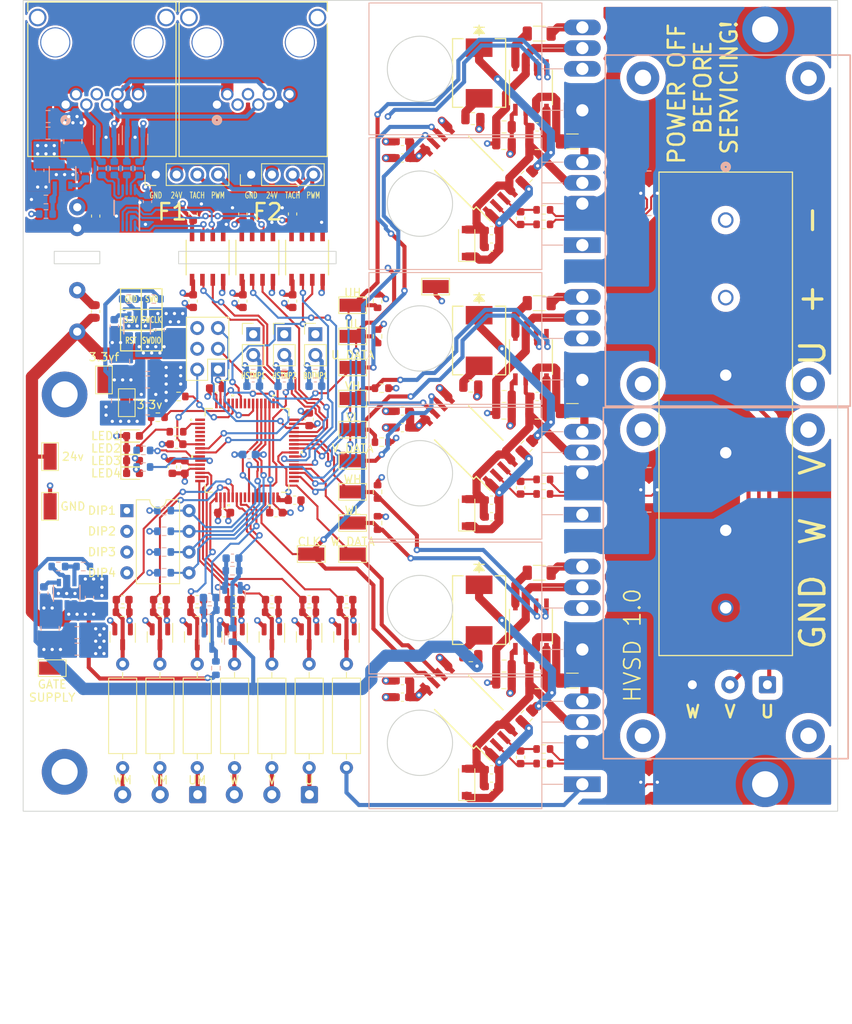
<source format=kicad_pcb>
(kicad_pcb (version 20211014) (generator pcbnew)
  (layers (0 "F.Cu" signal) (1 "In1.Cu" signal) (2 "In2.Cu" signal) (31 "B.Cu" signal) (34 "B.Paste" user) (35 "F.Paste" user) (36 "B.SilkS" user "B.Silkscreen") (37 "F.SilkS" user "F.Silkscreen") (38 "B.Mask" user) (39 "F.Mask" user) (44 "Edge.Cuts" user))
  (net 0 "")
  (net 1 "+VDC")
  (net 2 "-VDC")
  (net 3 "+24V")
  (net 4 "GND1")
  (net 5 "+15V")
  (net 6 "GND2")
  (net 7 "+3.3V")
  (net 8 "U")
  (net 9 "UH")
  (net 10 "UL")
  (net 11 "U_DATA")
  (net 12 "U_CLOCK")
  (net 13 "Net-(R3-Pad1)")
  (net 14 "Net-(R4-Pad1)")
  (net 15 "Net-(Q1-Pad2)")
  (net 16 "Net-(Q1-Pad4)")
  (net 17 "Net-(Q2-Pad4)")
  (net 18 "Net-(Q5-Pad2)")
  (net 19 "Net-(Q5-Pad4)")
  (net 20 "Net-(Q6-Pad4)")
  (net 21 "W")
  (net 22 "V")
  (net 23 "WH")
  (net 24 "WL")
  (net 25 "W_DATA")
  (net 26 "VH")
  (net 27 "VL")
  (net 28 "V_DATA")
  (net 29 "GND")
  (net 30 "Net-(Q3-Pad2)")
  (net 31 "Net-(Q3-Pad4)")
  (net 32 "Net-(Q4-Pad4)")
  (net 33 "Net-(C12-Pad1)")
  (net 34 "+5V")
  (net 35 "24V_ISO")
  (net 36 "RESET")
  (net 37 "CONTROL_SUPPLY_ADC")
  (net 38 "HEATSINK_TEMP_1_ADC")
  (net 39 "UM_ADC")
  (net 40 "VM_ADC")
  (net 41 "WM_ADC")
  (net 42 "GATE_SUPPLY_ADC")
  (net 43 "HEATSINK_TEMP_2_ADC")
  (net 44 "U_ADC")
  (net 45 "V_ADC")
  (net 46 "W_ADC")
  (net 47 "VBUS_ADC")
  (net 48 "BOARD_TEMP_1_ADC")
  (net 49 "Net-(C52-Pad1)")
  (net 50 "Net-(C52-Pad2)")
  (net 51 "Net-(C53-Pad2)")
  (net 52 "Net-(C54-Pad1)")
  (net 53 "Net-(C54-Pad2)")
  (net 54 "Net-(C55-Pad2)")
  (net 55 "Net-(C57-Pad1)")
  (net 56 "Net-(C57-Pad2)")
  (net 57 "Net-(C58-Pad2)")
  (net 58 "Net-(C65-Pad1)")
  (net 59 "Net-(C66-Pad1)")
  (net 60 "Net-(C67-Pad1)")
  (net 61 "Net-(C71-Pad1)")
  (net 62 "Net-(C71-Pad2)")
  (net 63 "Net-(C72-Pad1)")
  (net 64 "Net-(C72-Pad2)")
  (net 65 "Net-(C73-Pad1)")
  (net 66 "Net-(C73-Pad2)")
  (net 67 "TX-")
  (net 68 "RX+")
  (net 69 "RX-")
  (net 70 "TX+")
  (net 71 "Net-(R33-Pad2)")
  (net 72 "Net-(R35-Pad2)")
  (net 73 "Net-(R53-Pad1)")
  (net 74 "Net-(R54-Pad1)")
  (net 75 "Net-(R55-Pad1)")
  (net 76 "Net-(R52-Pad1)")
  (net 77 "RX_ISO")
  (net 78 "TX_EN_ISO")
  (net 79 "TX_ISO")
  (net 80 "Net-(R2-Pad1)")
  (net 81 "Net-(R1-Pad1)")
  (net 82 "RX")
  (net 83 "TX")
  (net 84 "TACH_1")
  (net 85 "TX_EN")
  (net 86 "TACH_1_ISO")
  (net 87 "TACH_2")
  (net 88 "FAN_PWM")
  (net 89 "FAN_PWM_ISO")
  (net 90 "TACH_2_ISO")
  (net 92 "LED_2")
  (net 97 "LED_3")
  (net 98 "LED_4")
  (net 102 "SWDIO")
  (net 103 "SWCLK")
  (net 104 "DIP_4")
  (net 105 "DIP_3")
  (net 106 "DIP_2")
  (net 107 "DIP_1")
  (net 108 "SWO")
  (net 109 "JTRST")
  (net 112 "LED_1")
  (net 113 "Net-(C11-Pad1)")
  (net 114 "Net-(R5-Pad2)")
  (net 115 "Net-(C11-Pad2)")
  (net 116 "Net-(C37-Pad1)")
  (net 117 "Net-(R57-Pad1)")
  (net 118 "Net-(C37-Pad2)")
  (net 119 "Net-(C38-Pad1)")
  (net 120 "Net-(R58-Pad1)")
  (net 121 "Net-(C38-Pad2)")
  (net 122 "Net-(C42-Pad1)")
  (net 123 "Net-(D4-Pad2)")
  (net 124 "Net-(D5-Pad2)")
  (net 125 "Net-(D6-Pad2)")
  (net 126 "Net-(D3-Pad2)")
  (net 127 "Net-(D16-Pad2)")
  (net 128 "Net-(D17-Pad2)")
  (net 129 "Net-(D18-Pad2)")
  (net 130 "BOOT")
  (net 131 "Net-(J5-Pad1)")
  (net 132 "Net-(J5-Pad2)")
  (net 133 "Net-(J5-Pad3)")
  (net 134 "Net-(J7-Pad1)")
  (net 135 "Net-(J7-Pad2)")
  (net 136 "Net-(J7-Pad3)")
  (footprint "Capacitor_SMD:C_0805_2012Metric" (layer "F.Cu") (at 166.37 102.108 180)
    (fp_text reference "C52" hide)
    (fp_text value "10uf")
  )
  (footprint "Capacitor_SMD:C_0603_1608Metric" (layer "F.Cu") (at 149.86 101.854 180)
    (fp_text reference "C50" hide)
    (fp_text value "0.1uf")
  )
  (footprint "LED_SMD:LED_0603_1608Metric" (layer "F.Cu") (at 116.84 106.426)
    (fp_text reference "D4" hide)
    (fp_text value "LED")
  )
  (footprint "Capacitor_SMD:C_0603_1608Metric" (layer "F.Cu") (at 160.782 147.828 180)
    (fp_text reference "C67" hide)
    (fp_text value "2.2")
  )
  (footprint "LED_SMD:LED_0603_1608Metric" (layer "F.Cu") (at 116.84 104.902)
    (fp_text reference "D3" hide)
    (fp_text value "LED")
  )
  (footprint "Resistor_THT:R_Axial_DIN0309_L9.0mm_D3.2mm_P12.70mm_Horizontal" (layer "F.Cu") (at 143.002 145.542 90)
    (fp_text reference "R44" hide)
    (fp_text value "1M")
  )
  (footprint "Resistor_SMD:R_0603_1608Metric" (layer "F.Cu") (at 167.132 143.256 180)
    (fp_text reference "R62" hide)
    (fp_text value "R")
  )
  (footprint "Capacitor_SMD:C_0603_1608Metric" (layer "F.Cu") (at 124.714 124.968)
    (fp_text reference "C28" hide)
    (fp_text value "0.1uf")
  )
  (footprint "Capacitor_SMD:C_0603_1608Metric" (layer "F.Cu") (at 164.338 78.232 -90)
    (fp_text reference "C72" hide)
    (fp_text value "C")
  )
  (footprint "Capacitor_SMD:C_0603_1608Metric" (layer "F.Cu") (at 164.338 111.252 -90)
    (fp_text reference "C71" hide)
    (fp_text value "C")
  )
  (footprint "MountingHole:MountingHole_3.2mm_M3_DIN965_Pad_TopBottom" (layer "F.Cu") (at 194.31 147.574)
    (fp_text reference "H1" hide)
    (fp_text value "MountingHole_Pad")
  )
  (footprint "Connector_Wire:SolderWire-0.5sqmm_1x03_P4.6mm_D0.9mm_OD2.1mm" (layer "F.Cu") (at 194.592 135.382 180)
    (fp_text reference "J6" hide)
    (fp_text value "Conn_01x03_Female")
  )
  (footprint "Capacitor_SMD:C_0805_2012Metric" (layer "F.Cu") (at 162.306 100.076 180)
    (fp_text reference "C60" hide)
    (fp_text value "22uf")
  )
  (footprint "Resistor_SMD:R_0603_1608Metric" (layer "F.Cu") (at 146.812 111.76 90)
    (fp_text reference "R20" hide)
    (fp_text value "10k")
  )
  (footprint "Capacitor_SMD:C_0603_1608Metric" (layer "F.Cu") (at 166.37 100.076 180)
    (fp_text reference "C59" hide)
    (fp_text value "0.1uf")
  )
  (footprint "Connector_PinHeader_2.54mm:PinHeader_1x02_P2.54mm_Vertical" (layer "F.Cu") (at 131.572 92.451)
    (fp_text reference "TH2" hide)
    (fp_text value "Thermistor")
  )
  (footprint "Capacitor_SMD:C_0603_1608Metric" (layer "F.Cu") (at 160.782 81.788 180)
    (fp_text reference "C66" hide)
    (fp_text value "2.2")
  )
  (footprint "Capacitor_SMD:C_0603_1608Metric" (layer "F.Cu") (at 149.86 134.874 180)
    (fp_text reference "C56" hide)
    (fp_text value "0.1uf")
  )
  (footprint "Capacitor_SMD:C_0603_1608Metric" (layer "F.Cu") (at 121.666 108.712 90)
    (fp_text reference "C24" hide)
    (fp_text value "1uf")
  )
  (footprint "Resistor_SMD:R_0603_1608Metric" (layer "F.Cu") (at 133.858 126.492)
    (fp_text reference "R41" hide)
    (fp_text value "5k")
  )
  (footprint "Package_TO_SOT_SMD:SOT-23" (layer "F.Cu") (at 143.002 129.54 -90)
    (fp_text reference "D15" hide)
    (fp_text value "D_Dual_Series_ACK")
  )
  (footprint "Capacitor_SMD:C_0603_1608Metric" (layer "F.Cu") (at 136.652 112.776)
    (fp_text reference "C17" hide)
    (fp_text value "0.1uf")
  )
  (footprint "LED_SMD:LED_0603_1608Metric" (layer "F.Cu") (at 116.84 109.474)
    (fp_text reference "D6" hide)
    (fp_text value "LED")
  )
  (footprint "Capacitor_SMD:C_0805_2012Metric" (layer "F.Cu") (at 166.37 69.088 180)
    (fp_text reference "C54" hide)
    (fp_text value "10uf")
  )
  (footprint "hv servo drive footprints:SOICN-8_LTF" (layer "F.Cu") (at 132.08 83.058 90)
    (fp_text reference "U3" hide)
    (fp_text value "ISO6721BQDRQ1")
  )
  (footprint "Resistor_THT:R_Axial_DIN0309_L9.0mm_D3.2mm_P12.70mm_Horizontal" (layer "F.Cu") (at 133.858 145.542 90)
    (fp_text reference "R40" hide)
    (fp_text value "1M")
  )
  (footprint "Diode_SMD:D_SOD-123" (layer "F.Cu") (at 157.734 81.28 90)
    (fp_text reference "D20" hide)
    (fp_text value "1N751A")
  )
  (footprint "Resistor_THT:R_Axial_DIN0309_L9.0mm_D3.2mm_P12.70mm_Horizontal" (layer "F.Cu") (at 115.57 145.542 90)
    (fp_text reference "R29" hide)
    (fp_text value "1M")
  )
  (footprint "Resistor_SMD:R_1206_3216Metric" (layer "F.Cu") (at 166.624 55.626)
    (fp_text reference "R55" hide)
    (fp_text value "3")
  )
  (footprint "Package_TO_SOT_SMD:SOT-23" (layer "F.Cu") (at 138.43 129.54 -90)
    (fp_text reference "D12" hide)
    (fp_text value "D_Dual_Series_ACK")
  )
  (footprint "hv servo drive footprints:DWV0008A" (layer "F.Cu") (at 157.988 72.39 135)
    (fp_text reference "U14" hide)
    (fp_text value "AMC1306M25DWVR")
  )
  (footprint "Capacitor_SMD:C_0603_1608Metric" (layer "F.Cu") (at 124.206 88.392 -90)
    (fp_text reference "C5" hide)
    (fp_text value "0.1uf")
  )
  (footprint "Package_TO_SOT_SMD:SOT-23" (layer "F.Cu") (at 124.714 129.54 -90)
    (fp_text reference "D8" hide)
    (fp_text value "D_Dual_Series_ACK")
  )
  (footprint "hv servo drive footprints:SOICN-8_LTF" (layer "F.Cu") (at 165.608 95.25 -90)
    (fp_text reference "U10" hide)
    (fp_text value "LF2190NTR")
  )
  (footprint "hv servo drive footprints:SOICN-8_LTF" (layer "F.Cu") (at 165.608 128.27 -90)
    (fp_text reference "U12" hide)
    (fp_text value "LF2190NTR")
  )
  (footprint "hv servo drive footprints:TestPoint_Pad_3.1x1.6mm" (layer "F.Cu") (at 106.68 107.442 90)
    (fp_text reference "TP2" hide)
    (fp_text value "TestPoint")
  )
  (footprint "NetTie:NetTie-2_SMD_Pad0.5mm" (layer "F.Cu") (at 160.782 135.128)
    (fp_text reference "NT3" hide)
    (fp_text value "NetTie_2")
  )
  (footprint "Capacitor_SMD:C_0603_1608Metric" (layer "F.Cu") (at 136.398 77.724 90)
    (fp_text reference "C4" hide)
    (fp_text value "0.1uf")
  )
  (footprint "Resistor_SMD:R_0603_1608Metric" (layer "F.Cu") (at 167.132 77.216 180)
    (fp_text reference "R60" hide)
    (fp_text value "R")
  )
  (footprint "Resistor_SMD:R_0603_1608Metric" (layer "F.Cu") (at 143.002 126.492)
    (fp_text reference "R45" hide)
    (fp_text value "5k")
  )
  (footprint "Resistor_SMD:R_0603_1608Metric" (layer "F.Cu") (at 119.888 102.616)
    (fp_text reference "R11" hide)
    (fp_text value "1k")
  )
  (footprint "hv servo drive footprints:TestPoint_Pad_3.1x1.6mm" (layer "F.Cu") (at 106.934 133.35)
    (fp_text reference "TP7" hide)
    (fp_text value "TestPoint")
  )
  (footprint "Capacitor_SMD:C_0603_1608Metric" (layer "F.Cu") (at 149.86 68.834 180)
    (fp_text reference "C51" hide)
    (fp_text value "0.1uf")
  )
  (footprint "Package_DIP:DIP-8_W7.62mm" (layer "F.Cu") (at 116.088 114.056)
    (fp_text reference "SW1" hide)
    (fp_text value "SW_DIP_x04")
  )
  (footprint "hv servo drive footprints:CONN_555153-1_TYC" (layer "F.Cu") (at 127.127 64.3255)
    (fp_text reference "J1" hide)
    (fp_text value "555153-1")
  )
  (footprint "hv servo drive footprints:CONN04_OSTYK51_40X16P1_OST" (layer "F.Cu") (at 189.484901 78.46665 -90)
    (fp_text reference "J4" hide)
    (fp_text value "OSTYK51104030")
  )
  (footprint "Capacitor_SMD:C_0603_1608Metric" (layer "F.Cu") (at 160.782 112.776 180)
    (fp_text reference "C68" hide)
    (fp_text value "0.1uf")
  )
  (footprint "Connector_Wire:SolderWire-0.5sqmm_1x03_P4.6mm_D0.9mm_OD2.1mm" (layer "F.Cu") (at 124.77 148.844 180)
    (fp_text reference "J5" hide)
    (fp_text value "Conn_01x03_Female")
  )
  (footprint "Resistor_SMD:R_1206_3216Metric" (layer "F.Cu") (at 170.688 68.834)
    (fp_text reference "R54" hide)
    (fp_text value "3")
  )
  (footprint "NetTie:NetTie-2_SMD_Pad0.5mm" (layer "F.Cu") (at 160.782 69.088)
    (fp_text reference "NT2" hide)
    (fp_text value "NetTie_2")
  )
  (footprint "hv servo drive footprints:CR_ES3J_ONS" (layer "F.Cu") (at 159.258 93.218 -90)
    (fp_text reference "D16" hide)
    (fp_text value "D")
  )
  (footprint "Resistor_SMD:R_1206_3216Metric" (layer "F.Cu") (at 166.624 88.646)
    (fp_text reference "R53" hide)
    (fp_text value "3")
  )
  (footprint "Resistor_SMD:R_0603_1608Metric" (layer "F.Cu") (at 122.174 104.394)
    (fp_text reference "R12" hide)
    (fp_text value "1k")
  )
  (footprint "Capacitor_SMD:C_0603_1608Metric" (layer "F.Cu") (at 166.37 133.096 180)
    (fp_text reference "C63" hide)
    (fp_text value "0.1uf")
  )
  (footprint "hv servo drive footprints:TestPoint_Pad_3.1x1.6mm" (layer "F.Cu") (at 153.924 86.614)
    (fp_text reference "TP3" hide)
    (fp_text value "TestPoint")
  )
  (footprint "Capacitor_SMD:C_0603_1608Metric" (layer "F.Cu") (at 149.86 136.906 180)
    (fp_text reference "C49" hide)
    (fp_text value "2.2uf")
  )
  (footprint "NetTie:NetTie-2_SMD_Pad0.5mm" (layer "F.Cu") (at 160.782 102.108)
    (fp_text reference "NT1" hide)
    (fp_text value "NetTie_2")
  )
  (footprint "Capacitor_SMD:C_0603_1608Metric" (layer "F.Cu") (at 112.268 77.978 -90)
    (fp_text reference "C18" hide)
    (fp_text value "1uf")
  )
  (footprint "Capacitor_SMD:C_0603_1608Metric" (layer "F.Cu") (at 160.782 79.756 180)
    (fp_text reference "C69" hide)
    (fp_text value "0.1uf")
  )
  (footprint "Resistor_THT:R_Axial_DIN0309_L9.0mm_D3.2mm_P12.70mm_Horizontal" (layer "F.Cu") (at 120.142 145.542 90)
    (fp_text reference "R27" hide)
    (fp_text value "1M")
  )
  (footprint "hv servo drive footprints:TestPoint_Pad_3.1x1.6mm" (layer "F.Cu") (at 113.284 98.044 90)
    (fp_text reference "TP6" hide)
    (fp_text value "TestPoint")
  )
  (footprint "hv servo drive footprints:TestPoint_Pad_3.1x1.6mm" (layer "F.Cu") (at 143.764 92.71)
    (fp_text reference "TP11" hide)
    (fp_text value "TestPoint")
  )
  (footprint "hv servo drive footprints:SOICN-8_LTF" (layer "F.Cu") (at 165.608 62.23 -90)
    (fp_text reference "U11" hide)
    (fp_text value "LF2190NTR")
  )
  (footprint "Connector_Wire:SolderWire-0.5sqmm_1x03_P4.6mm_D0.9mm_OD2.1mm" (layer "F.Cu") (at 138.458 148.844 180)
    (fp_text reference "J7" hide)
    (fp_text value "Conn_01x03_Female")
  )
  (footprint "Resistor_SMD:R_0805_2012Metric" (layer "F.Cu") (at 165.1 73.152 -135)
    (fp_text reference "R51" hide)
    (fp_text value "800")
  )
  (footprint "Capacitor_SMD:C_0603_1608Metric" (layer "F.Cu") (at 143.002 124.968)
    (fp_text reference "C36" hide)
    (fp_text value "0.1uf")
  )
  (footprint "Resistor_SMD:R_0603_1608Metric" (layer "F.Cu") (at 120.142 126.492)
    (fp_text reference "R28" hide)
    (fp_text value "5k")
  )
  (footprint "hv servo drive footprints:TestPoint_Pad_3.1x1.6mm" (layer "F.Cu") (at 143.764 107.95)
    (fp_text reference "TP14" hide)
    (fp_text value "TestPoint")
  )
  (footprint "Resistor_SMD:R_0805_2012Metric" (layer "F.Cu") (at 165.1 106.172 -135)
    (fp_text reference "R50" hide)
    (fp_text value "800")
  )
  (footprint "Capacitor_SMD:C_0603_1608Metric" (layer "F.Cu") (at 128.016 114.3 180)
    (fp_text reference "C14" hide)
    (fp_text value "0.1uf")
  )
  (footprint "Package_TO_SOT_SMD:SOT-23" (layer "F.Cu") (at 129.286 129.54 -90)
    (fp_text reference "D14" hide)
    (fp_text value "D_Dual_Series_ACK")
  )
  (footprint "Resistor_SMD:R_0603_1608Metric" (layer "F.Cu") (at 146.812 92.71 90)
    (fp_text reference "R21" hide)
    (fp_text value "10k")
  )
  (footprint "hv servo drive footprints:CR_ES3J_ONS" (layer "F.Cu") (at 159.258 60.452 -90)
    (fp_text reference "D17" hide)
    (fp_text value "D")
  )
  (footprint "hv servo drive footprints:TestPoint_Pad_3.1x1.6mm" (layer "F.Cu") (at 143.764 111.76)
    (fp_text reference "TP9" hide)
    (fp_text value "TestPoint")
  )
  (footprint "Capacitor_SMD:C_0603_1608Metric" (layer "F.Cu") (at 130.302 88.392 -90)
    (fp_text reference "C6" hide)
    (fp_text value "0.1uf")
  )
  (footprint "Resistor_SMD:R_0603_1608Metric" (layer "F.Cu") (at 167.132 112.014 180)
    (fp_text reference "R64" hide)
    (fp_text value "R")
  )
  (footprint "Diode_SMD:D_SOD-123" (layer "F.Cu") (at 157.734 114.3 90)
    (fp_text reference "D19" hide)
    (fp_text value "1N751A")
  )
  (footprint "Capacitor_SMD:C_0603_1608Metric" (layer "F.Cu") (at 136.398 88.392 -90)
    (fp_text reference "C7" hide)
    (fp_text value "0.1uf")
  )
  (footprint "hv servo drive footprints:TestPoint_Pad_3.1x1.6mm" (layer "F.Cu") (at 143.764 100.33)
    (fp_text reference "TP5" hide)
    (fp_text value "TestPoint")
  )
  (footprint "Capacitor_SMD:C_0805_2012Metric" (layer "F.Cu") (at 166.37 135.128 180)
    (fp_text reference "C57" hide)
    (fp_text value "10uf")
  )
  (footprint "Capacitor_SMD:C_0805_2012Metric" (layer "F.Cu") (at 162.306 135.128 180)
    (fp_text reference "C58" hide)
    (fp_text value "22uf")
  )
  (footprint "Capacitor_SMD:C_0805_2012Metric" (layer "F.Cu") (at 162.306 67.056 180)
    (fp_text reference "C62" hide)
    (fp_text value "22uf")
  )
  (footprint "Capacitor_SMD:C_0603_1608Metric" (layer "F.Cu") (at 166.37 67.056 180)
    (fp_text reference "C61" hide)
    (fp_text value "0.1uf")
  )
  (footprint "Connector_PinHeader_2.54mm:PinHeader_1x04_P2.54mm_Vertical" (layer "F.Cu") (at 131.328 72.898 90)
    (fp_text reference "M2" hide)
    (fp_text value "Fan_4pin")
  )
  (footprint "Resistor_SMD:R_0603_1608Metric" (layer "F.Cu") (at 147.32 105.664)
    (fp_text reference "R22" hide)
    (fp_text value "10k")
  )
  (footprint "Resistor_SMD:R_0603_1608Metric" (layer "F.Cu") (at 146.812 88.392 90)
    (fp_text reference "R18" hide)
    (fp_text value "10k")
  )
  (footprint "hv servo drive footprints:DWV0008A" (layer "F.Cu") (at 157.988 138.43 135)
    (fp_text reference "U15" hide)
    (fp_text value "AMC1306M25DWVR")
  )
  (footprint "Capacitor_SMD:C_0805_2012Metric" (layer "F.Cu") (at 162.306 102.108 180)
    (fp_text reference "C53" hide)
    (fp_text value "22uf")
  )
  (footprint "Resistor_SMD:R_0805_2012Metric" (layer "F.Cu") (at 158.496 66.04 180)
    (fp_text reference "R48" hide)
    (fp_text value "1")
  )
  (footprint "Resistor_SMD:R_0805_2012Metric" (layer "F.Cu") (at 158.242 98.806 180)
    (fp_text reference "R47" hide)
    (fp_text value "1")
  )
  (footprint "hv servo drive footprints:DWV0008A" (layer "F.Cu") (at 157.988 105.41 135)
    (fp_text reference "U13" hide)
    (fp_text value "AMC1306M25DWVR")
  )
  (footprint "Resistor_SMD:R_0603_1608Metric" (layer "F.Cu") (at 124.714 126.492)
    (fp_text reference "R26" hide)
    (fp_text value "5k")
  )
  (footprint "Capacitor_SMD:C_0603_1608Metric" (layer "F.Cu") (at 138.43 124.968)
    (fp_text reference "C33" hide)
    (fp_text value "0.1uf")
  )
  (footprint "Resistor_SMD:R_1206_3216Metric" (layer "F.Cu") (at 166.624 121.666)
    (fp_text reference "R58" hide)
    (fp_text value "3")
  )
  (footprint "hv servo drive footprints:LQFP64-10x10mm" (layer "F.Cu") (at 130.81 106.68)
    (fp_text reference "U5" hide)
    (fp_text value "STM32F413RGT6")
  )
  (footprint "Capacitor_SMD:C_0603_1608Metric" (layer "F.Cu") (at 138.43 102.87 -90)
    (fp_text reference "C21" hide)
    (fp_text value "0.1uf")
  )
  (footprint "Capacitor_SMD:C_0603_1608Metric" (layer "F.Cu") (at 160.782 145.796 180)
    (fp_text reference "C70" hide)
    (fp_text value "0.1uf")
  )
  (footprint "hv servo drive footprints:SOICN-8_LTF" (layer "F.Cu") (at 125.984 83.058 90)
    (fp_text reference "U2" hide)
    (fp_text value "ISO6721BQDRQ1")
  )
  (footprint "Capacitor_SMD:C_0603_1608Metric" (layer "F.Cu") (at 124.206 77.724 90)
    (fp_text reference "C2" hide)
    (fp_text value "0.1uf")
  )
  (footprint "hv servo drive footprints:TestPoint_Pad_3.1x1.6mm" (layer "F.Cu") (at 138.684 119.38)
    (fp_text reference "TP1" hide)
    (fp_text value "TestPoint")
  )
  (footprint "Resistor_SMD:R_0603_1608Metric" (layer "F.Cu") (at 167.132 110.236 180)
    (fp_text reference "R59" hide)
    (fp_text value "R")
  )
  (footprint "Capacitor_SMD:C_0603_1608Metric" (layer "F.Cu") (at 160.782 114.808 180)
    (fp_text reference "C65" hide)
    (fp_text value "2.2")
  )
  (footprint "MountingHole:MountingHole_3.2mm_M3_DIN965_Pad_TopBottom" (layer "F.Cu") (at 194.31 55.118)
    (fp_text reference "H2" hide)
    (fp_text value "MountingHole_Pad")
  )
  (footprint "Resistor_SMD:R_0603_1608Metric" (layer "F.Cu") (at 129.286 126.492)
    (fp_text reference "R43" hide)
    (fp_text value "5k")
  )
  (footprint "Capacitor_SMD:C_0805_2012Metric" (layer "F.Cu") (at 162.306 133.096 180)
    (fp_text reference "C64" hide)
    (fp_text value "22uf")
  )
  (footprint "hv servo drive footprints:TestPoint_Pad_3.1x1.6mm" (layer "F.Cu") (at 106.68 113.538 90)
    (fp_text reference "TP4" hide)
    (fp_text value "TestPoint")
  )
  (footprint "Resistor_SMD:R_0805_2012Metric" (layer "F.Cu") (at 158.242 131.826 180)
    (fp_text reference "R49" hide)
    (fp_text value "1")
  )
  (footprint "Capacitor_SMD:C_0805_2012Metric" (layer "F.Cu") (at 162.306 69.088 180)
    (fp_text reference "C55" hide)
    (fp_text value "22uf")
  )
  (footprint "Connector_PinHeader_2.54mm:PinHeader_1x02_P2.54mm_Vertical" (layer "F.Cu") (at 135.382 92.451)
    (fp_text reference "TH1" hide)
    (fp_text value "Thermistor")
  )
  (footprint "hv servo drive footprints:TestPoint_Pad_3.1x1.6mm" (layer "F.Cu") (at 143.764 119.38)
    (fp_text reference "TP16" hide)
    (fp_text value "TestPoint")
  )
  (footprint "Resistor_SMD:R_0805_2012Metric" (layer "F.Cu") (at 165.1 139.192 -135)
    (fp_text reference "R56" hide)
    (fp_text value "800")
  )
  (footprint "Capacitor_SMD:C_0603_1608Metric" (layer "F.Cu") (at 123.19 108.712 90)
    (fp_text reference "C20" hide)
    (fp_text value "0.1uf")
  )
  (footprint "Resistor_SMD:R_0603_1608Metric" (layer "F.Cu") (at 146.812 115.57 90)
    (fp_text reference "R23" hide)
    (fp_text value "10k")
  )
  (footprint "Resistor_SMD:R_0603_1608Metric" (layer "F.Cu") (at 122.428 100.076 180)
    (fp_text reference "R10" hide)
    (fp_text value "10k")
  )
  (footprint "Capacitor_SMD:C_0603_1608Metric" (layer "F.Cu") (at 133.858 124.968)
    (fp_text reference "C34" hide)
    (fp_text value "0.1uf")
  )
  (footprint "Resistor_THT:R_Axial_DIN0309_L9.0mm_D3.2mm_P12.70mm_Horizontal" (layer "F.Cu") (at 124.714 145.542 90)
    (fp_text reference "R25" hide)
    (fp_text value "1M")
  )
  (footprint "MountingHole:MountingHole_3.2mm_M3_DIN965_Pad_TopBottom" (layer "F.Cu") (at 108.458 146.05)
    (fp_text reference "H3" hide)
    (fp_text value "MountingHole")
  )
  (footprint "Capacitor_SMD:C_0603_1608Metric" (layer "F.Cu") (at 120.142 124.968)
    (fp_text reference "C29" hide)
    (fp_text value "0.1uf")
  )
  (footprint "hv servo drive footprints:TestPoint_Pad_3.1x1.6mm" (layer "F.Cu") (at 143.764 115.57)
    (fp_text reference "TP12" hide)
    (fp_text value "TestPoint")
  )
  (footprint "Resistor_SMD:R_0603_1608Metric" (layer "F.Cu") (at 147.32 99.06)
    (fp_text reference "R19" hide)
    (fp_text value "10k")
  )
  (footprint "Connector_PinHeader_2.54mm:PinHeader_1x02_P2.54mm_Vertical" (layer "F.Cu") (at 139.192 92.451)
    (fp_text reference "TH3" hide)
    (fp_text value "Thermistor")
  )
  (footprint "LED_SMD:LED_0603_1608Metric" (layer "F.Cu") (at 116.84 107.95)
    (fp_text reference "D5" hide)
    (fp_text value "LED")
  )
  (footprint "MountingHole:MountingHole_3.2mm_M3_DIN965_Pad_TopBottom" (layer "F.Cu") (at 108.458 99.822)
    (fp_text reference "H4" hide)
    (fp_text value "MountingHole")
  )
  (footprint "Package_TO_SOT_SMD:SOT-23" (layer "F.Cu") (at 115.57 129.54 -90)
    (fp_text reference "D10" hide)
    (fp_text value "D_Dual_Series_ACK")
  )
  (footprint "Capacitor_SMD:C_0603_1608Metric" (layer "F.Cu") (at 149.86 70.866 180)
    (fp_text reference "C48" hide)
    (fp_text value "2.2uf")
  )
  (footprint "hv servo drive footprints:24v isolated converter" (layer "F.Cu") (at 102.387825 76.895425 -90)
    (fp_text reference "U7" hide)
    (fp_text value "CRE1S2412SC")
  )
  (footprint "Resistor_SMD:R_1206_3216Metric" (layer "F.Cu") (at 170.688 101.854)
    (fp_text reference "R52" hide)
    (fp_text value "3")
  )
  (footprint "Connector_PinHeader_2.54mm:PinHeader_1x04_P2.54mm_Vertical" (layer "F.Cu") (at 119.644 72.898 90)
    (fp_text reference "M1" hide)
    (fp_text value "Fan_4pin")
  )
  (footprint "hv servo drive footprints:TestPoint_Pad_3.1x1.6mm" (layer "F.Cu") (at 116.078 100.838 90)
    (fp_text reference "TP13" hide)
    (fp_text value "TestPoint")
  )
  (footprint "Capacitor_SMD:C_0603_1608Metric" (layer "F.Cu") (at 130.302 77.724 90)
    (fp_text reference "C3" hide)
    (fp_text value "0.1uf")
  )
  (footprint "Resistor_SMD:R_0603_1608Metric" (layer "F.Cu") (at 115.57 126.492)
    (fp_text reference "R30" hide)
    (fp_text value "5k")
  )
  (footprint "Capacitor_SMD:C_0603_1608Metric" (layer "F.Cu") (at 129.286 124.968)
    (fp_text reference "C35" hide)
    (fp_text value "0.1uf")
  )
  (footprint "Resistor_THT:R_Axial_DIN0309_L9.0mm_D3.2mm_P12.70mm_Horizontal" (layer "F.Cu") (at 129.286 145.542 90)
    (fp_text reference "R42" hide)
    (fp_text value "1M")
  )
  (footprint "Resistor_SMD:R_0603_1608Metric" (layer "F.Cu") (at 138.43 126.492)
    (fp_text reference "R39" hide)
    (fp_text value "5k")
  )
  (footprint "hv servo drive footprints:CR_ES3J_ONS" (layer "F.Cu") (at 159.258 126.238 -90)
    (fp_text reference "D18" hide)
    (fp_text value "D")
  )
  (footprint "hv servo drive footprints:CONN_555153-1_TYC" (layer "F.Cu") (at 108.585 64.3255)
    (fp_text reference "J2" hide)
    (fp_text value "555153-1")
  )
  (footprint "hv servo drive footprints:TestPoint_Pad_3.1x1.6mm" (layer "F.Cu") (at 143.764 88.9)
    (fp_text reference "TP8" hide)
    (fp_text value "TestPoint")
  )
  (footprint "hv servo drive footprints:TestPoint_Pad_3.1x1.6mm" (layer "F.Cu") (at 143.764 96.52)
    (fp_text reference "TP15" hide)
    (fp_text value "TestPoint")
  )
  (footprint "Package_TO_SOT_SMD:SOT-23" (layer "F.Cu") (at 120.142 129.54 -90)
    (fp_text reference "D9" hide)
    (fp_text value "D_Dual_Series_ACK")
  )
  (footprint "Capacitor_SMD:C_0603_1608Metric" (layer "F.Cu") (at 149.86 103.886 180)
    (fp_text reference "C47" hide)
    (fp_text value "2.2uf")
  )
  (footprint "Capacitor_SMD:C_0603_1608Metric" (layer "F.Cu") (at 127 99.06)
    (fp_text reference "C15" hide)
    (fp_text value "0.1uf")
  )
  (footprint "Capacitor_SMD:C_0603_1608Metric" (layer "F.Cu") (at 134.366 114.3)
    (fp_text reference "C12" hide)
    (fp_text value "2.2uf")
  )
  (footprint "Diode_SMD:D_SOD-123" (layer "F.Cu") (at 157.734 147.32 90)
    (fp_text reference "D21" hide)
    (fp_text value "1N751A")
  )
  (footprint "Capacitor_SMD:C_0603_1608Metric" (layer "F.Cu") (at 122.174 105.918 180)
    (fp_text reference "C25" hide)
    (fp_text value ".1uf")
  )
  (footprint "Capacitor_SMD:C_0603_1608Metric" (layer "F.Cu") (at 164.338 144.272 -90)
    (fp_text reference "C73" hide)
    (fp_text value "C")
  )
  (footprint "Package_TO_SOT_SMD:SOT-23" (layer "F.Cu") (at 133.858 129.54 -90)
    (fp_text reference "D13" hide)
    (fp_text value "D_Dual_Series_ACK")
  )
  (footprint "Capacitor_SMD:C_0603_1608Metric" (layer "F.Cu") (at 112.268 89.662 90)
    (fp_text reference "C23" hide)
    (fp_text value "1uf")
  )
  (footprint "hv servo drive footprints:SOICN-8_LTF" (layer "F.Cu") (at 138.176 83.058 90)
    (fp_text reference "U4" hide)
    (fp_text value "ISO6721BQDRQ1")
  )
  (footprint "Resistor_SMD:R_0603_1608Metric" (layer "F.Cu") (at 167.132 145.034 180)
    (fp_text reference "R67" hide)
    (fp_text value "R")
  )
  (footprint "Resistor_SMD:R_1206_3216Metric" (layer "F.Cu") (at 170.688 134.874)
    (fp_text reference "R57" hide)
    (fp_text value "3")
  )
  (footprint "Connector_PinHeader_2.54mm:PinHeader_2x03_P2.54mm_Vertical" (layer "F.Cu") (at 127.254 96.774 180)
    (fp_text reference "J3" hide)
    (fp_text value "Conn_02x03_Odd_Even")
  )
  (footprint "Resistor_THT:R_Axial_DIN0309_L9.0mm_D3.2mm_P12.70mm_Horizontal" (layer "F.Cu") (at 138.43 145.542 90)
    (fp_text reference "R38" hide)
    (fp_text value "1M")
  )
  (footprint "Resistor_SMD:R_0603_1608Metric" (layer "F.Cu") (at 167.132 78.994 180)
    (fp_text reference "R66" hide)
    (fp_text value "R")
  )
  (footprint "hv servo drive footprints:TestPoint_Pad_3.1x1.6mm" (layer "F.Cu") (at 143.764 104.14)
    (fp_text reference "TP10" hide)
    (fp_text value "TestPoint")
  )
  (footprint "Capacitor_SMD:C_0603_1608Metric" (layer "F.Cu") (at 115.57 124.968)
    (fp_text reference "C30" hide)
    (fp_text value "0.1uf")
  )
  (footprint "Capacitor_SMD:C_0805_2012Metric" (layer "B.Cu") (at 118.618 96.266)
    (fp_text reference "C42" hide)
    (fp_text value "10uf")
  )
  (footprint "hv servo drive footprints:TO-247-4_Horizontal_TabUp" (layer "B.Cu") (at 171.91 114.554 90)
    (fp_text reference "Q1" hide)
    (fp_text value "C3M0075120K")
    (fp_circle (center 5.078031 -19.901764) (end 9.078031 -19.901764) (layer "Edge.Cuts") (width 0.12) (fill none))
  )
  (footprint "Resistor_SMD:R_0603_1608Metric" (layer "B.Cu") (at 120.65 119.126 180)
    (fp_text reference "R9" hide)
    (fp_text value "10k")
  )
  (footprint "Resistor_SMD:R_0603_1608Metric" (layer "B.Cu") (at 129.032 121.412 180)
    (fp_text reference "R32" hide)
    (fp_text value "5k")
  )
  (footprint "Capacitor_SMD:C_0603_1608Metric" (layer "B.Cu") (at 131.064 107.188 180)
    (fp_text reference "C22" hide)
    (fp_text value "1uf")
  )
  (footprint "hv servo drive footprints:RES_HCSM2818_STP" (layer "B.Cu") (at 180.086 75.184)
    (fp_text reference "R63" hide)
    (fp_text value ".005")
  )
  (footprint "Capacitor_SMD:C_0603_1608Metric" (layer "B.Cu") (at 105.918 124.172749 -90)
    (fp_text reference "C38" hide)
    (fp_text value ".1uf")
  )
  (footprint "Capacitor_SMD:C_0603_1608Metric" (layer "B.Cu") (at 110.998 72.644 90)
    (fp_text reference "C11" hide)
    (fp_text value ".1uf")
  )
  (footprint "hv servo drive footprints:TO-247-4_Horizontal_TabUp" (layer "B.Cu") (at 171.91 147.574 90)
    (fp_text reference "Q5" hide)
    (fp_text value "C3M0075120K")
    (fp_circle (center 5.078031 -19.901764) (end 9.078031 -19.901764) (layer "Edge.Cuts") (width 0.12) (fill none))
  )
  (footprint "Resistor_SMD:R_0603_1608Metric" (layer "B.Cu") (at 120.65 116.586 180)
    (fp_text reference "R8" hide)
    (fp_text value "10k")
  )
  (footprint "Resistor_SMD:R_0603_1608Metric" (layer "B.Cu") (at 131.572 97.282 180)
    (fp_text reference "R37" hide)
    (fp_text value "10k")
  )
  (footprint "Capacitor_SMD:C_0603_1608Metric" (layer "B.Cu") (at 114.554 91.44 -90)
    (fp_text reference "C37" hide)
    (fp_text value ".1uf")
  )
  (footprint "Resistor_SMD:R_0603_1608Metric" (layer "B.Cu") (at 129.032 129.286 90)
    (fp_text reference "R31" hide)
    (fp_text value "50k")
  )
  (footprint "Inductor_SMD:L_1008_2520Metric" (layer "B.Cu") (at 115.316 95.758 -90)
    (fp_text reference "L2" hide)
    (fp_text value "10uH")
  )
  (footprint "Capacitor_SMD:C_0805_2012Metric" (layer "B.Cu") (at 118.618 101.6)
    (fp_text reference "C46" hide)
    (fp_text value "?")
  )
  (footprint "hv servo drive footprints:TO-247-4_Horizontal_TabUp" (layer "B.Cu") (at 171.91 98.044 90)
    (fp_text reference "Q2" hide)
    (fp_text value "C3M0075120K")
    (fp_circle (center 5.078031 -19.901764) (end 9.078031 -19.901764) (layer "Edge.Cuts") (width 0.12) (fill none))
  )
  (footprint "hv servo drive footprints:IC6_AP64060QWU-7_DIO" (layer "B.Cu") (at 108.204 72.898 90)
    (fp_text reference "U6" hide)
    (fp_text value "AP64060QWU-7")
  )
  (footprint "Resistor_SMD:R_0603_1608Metric" (layer "B.Cu") (at 120.65 114.046 180)
    (fp_text reference "R7" hide)
    (fp_text value "10k")
  )
  (footprint "Capacitor_SMD:C_0603_1608Metric" (layer "B.Cu") (at 120.142 91.948 90)
    (fp_text reference "C40" hide)
    (fp_text value "2.2uf")
  )
  (footprint "hv servo drive footprints:BUS CAP1" (layer "B.Cu") (at 179.338 98.552 90)
    (fp_text reference "C9" hide)
    (fp_text value "40uf")
  )
  (footprint "hv servo drive footprints:RES_HCSM2818_STP" (layer "B.Cu") (at 180.086 111.506)
    (fp_text reference "R61" hide)
    (fp_text value ".005")
  )
  (footprint "Capacitor_SMD:C_0805_2012Metric" (layer "B.Cu") (at 109.982 128.998749)
    (fp_text reference "C45" hide)
    (fp_text value "10uf")
  )
  (footprint "Resistor_SMD:R_0603_1608Metric" (layer "B.Cu") (at 135.382 97.282 180)
    (fp_text reference "R24" hide)
    (fp_text value "10k")
  )
  (footprint "hv servo drive footprints:TO-247-4_Horizontal_TabUp" (layer "B.Cu") (at 171.91 65.024 90)
    (fp_text reference "Q4" hide)
    (fp_text value "C3M0075120K")
    (fp_circle (center 5.078031 -19.901764) (end 9.078031 -19.901764) (layer "Edge.Cuts") (width 0.12) (fill none))
  )
  (footprint "hv servo drive footprints:IC6_AP64060QWU-7_DIO" (layer "B.Cu") (at 117.348 91.44 -90)
    (fp_text reference "U8" hide)
    (fp_text value "AP64060QWU-7")
  )
  (footprint "Resistor_SMD:R_0603_1608Metric" (layer "B.Cu") (at 110.744 120.904 180)
    (fp_text reference "R35" hide)
    (fp_text value "475k")
  )
  (footprint "Capacitor_SMD:C_0805_2012Metric" (layer "B.Cu") (at 106.426 67.818 180)
    (fp_text reference "C19" hide)
    (fp_text value "10uf")
  )
  (footprint "hv servo drive footprints:IC6_AP64060QWU-7_DIO" (layer "B.Cu") (at 108.712 124.172749 -90)
    (fp_text reference "U9" hide)
    (fp_text value "AP64060QWU-7")
  )
  (footprint "Inductor_SMD:L_1008_2520Metric" (layer "B.Cu") (at 106.68 128.490749 -90)
    (fp_text reference "L3" hide)
    (fp_text value "10uH")
  )
  (footprint "Resistor_SMD:R_0603_1608Metric" (layer "B.Cu") (at 117.602 72.136 90)
    (fp_text reference "R1" hide)
    (fp_text value "10")
  )
  (footprint "Resistor_SMD:R_0603_1608Metric" (layer "B.Cu") (at 116.332 88.138 180)
    (fp_text reference "R34" hide)
    (fp_text value "22.1k")
  )
  (footprint "Resistor_SMD:R_0603_1608Metric" (layer "B.Cu") (at 118.11 108.712)
    (fp_text reference "R14" hide)
    (fp_text value "1k")
  )
  (footprint "Capacitor_SMD:C_0603_1608Metric" (layer "B.Cu") (at 135.382 98.806 180)
    (fp_text reference "C27" hide)
    (fp_text value "1uf")
  )
  (footprint "hv servo drive footprints:DGS0010A_N" (layer "B.Cu") (at 116.078 76.962 90)
    (fp_text reference "U1" hide)
    (fp_text value "THVD1452DGSR")
  )
  (footprint "hv servo drive footprints:TO-247-4_Horizontal_TabUp" (layer "B.Cu") (at 171.91 131.064 90)
    (fp_text reference "Q6" hide)
    (fp_text value "C3M0075120K")
    (fp_circle (center 5.078031 -19.901764) (end 9.078031 -19.901764) (layer "Edge.Cuts") (width 0.12) (fill none))
  )
  (footprint "Capacitor_SMD:C_0603_1608Metric" (layer "B.Cu") (at 126.238 124.714 180)
    (fp_text reference "C26" hide)
    (fp_text value "0.1uf")
  )
  (footprint "Package_TO_SOT_SMD:SOT-23" (layer "B.Cu") (at 129.032 124.46 -90)
    (fp_text reference "D11" hide)
    (fp_text value "D_Dual_Series_ACK")
  )
  (footprint "Resistor_SMD:R_0603_1608Metric" (layer "B.Cu") (at 114.554 72.136 90)
    (fp_text reference "R4" hide)
    (fp_text value "10")
  )
  (footprint "hv servo drive footprints:RES_HCSM2818_STP" (layer "B.Cu") (at 180.086 147.32)
    (fp_text reference "R65" hide)
    (fp_text value ".005")
  )
  (footprint "Capacitor_SMD:C_0805_2012Metric" (layer "B.Cu") (at 118.618 98.298)
    (fp_text reference "C44" hide)
    (fp_text value "10uf")
  )
  (footprint "Resistor_SMD:R_0603_1608Metric" (layer "B.Cu") (at 106.172 77.724)
    (fp_text reference "R5" hide)
    (fp_text value "115k")
  )
  (footprint "Capacitor_SMD:C_0603_1608Metric" (layer "B.Cu") (at 139.192 98.806 180)
    (fp_text reference "C39" hide)
    (fp_text value "1uf")
  )
  (footprint "Capacitor_SMD:C_0603_1608Metric" (layer "B.Cu") (at 111.506 124.680749 90)
    (fp_text reference "C41" hide)
    (fp_text value "2.2uf")
  )
  (footprint "Resistor_SMD:R_0603_1608Metric" (layer "B.Cu") (at 118.11 106.68)
    (fp_text reference "R13" hide)
    (fp_text value "1k")
  )
  (footprint "Capacitor_SMD:C_0805_2012Metric" (layer "B.Cu") (at 106.426 65.786 180)
    (fp_text reference "C16" hide)
    (fp_text value "10uf")
  )
  (footprint "Resistor_SMD:R_0603_1608Metric" (layer "B.Cu") (at 107.696 120.904 180)
    (fp_text reference "R36" hide)
    (fp_text value "22.1k")
  )
  (footprint "Resistor_SMD:R_0603_1608Metric" (layer "B.Cu") (at 116.078 72.136 90)
    (fp_text reference "R2" hide)
    (fp_text value "10")
  )
  (footprint "Resistor_SMD:R_0603_1608Metric" (layer "B.Cu") (at 119.38 88.138 180)
    (fp_text reference "R33" hide)
    (fp_text value "69.8k")
  )
  (footprint "Resistor_SMD:R_0603_1608Metric" (layer "B.Cu") (at 113.03 72.136 90)
    (fp_text reference "R3" hide)
    (fp_text value "10")
  )
  (footprint "Resistor_SMD:R_0603_1608Metric" (layer "B.Cu") (at 106.172 75.946 180)
    (fp_text reference "R6" hide)
    (fp_text value "22.1k")
  )
  (footprint "Capacitor_SMD:C_0603_1608Metric" (layer "B.Cu") (at 118.618 76.2 -90)
    (fp_text reference "C1" hide)
    (fp_text value "0.1uf")
  )
  (footprint "Inductor_SMD:L_1008_2520Metric" (layer "B.Cu") (at 115.316 100.584 -90)
    (fp_text reference "L4" hide)
    (fp_text value "?")
  )
  (footprint "Resistor_SMD:R_0603_1608Metric" (layer "B.Cu") (at 127 133.35 90)
    (fp_text reference "R16" hide)
    (fp_text value "50k")
  )
  (footprint "Capacitor_SMD:C_0603_1608Metric" (layer "B.Cu") (at 129.032 119.888 180)
    (fp_text reference "C31" hide)
    (fp_text value "0.1uf")
  )
  (footprint "hv servo drive footprints:BUS CAP1" (layer "B.Cu") (at 199.63 104.14 -90)
    (fp_text reference "C8" hide)
    (fp_text value "40uf")
  )
  (footprint "Package_TO_SOT_SMD:SOT-23" (layer "B.Cu") (at 113.538 68.58 -90)
    (fp_text reference "D2" hide)
    (fp_text value "D_TVS_Dual_AAC")
  )
  (footprint "Inductor_SMD:L_1008_2520Metric" (layer "B.Cu") (at 109.474 68.834 90)
    (fp_text reference "L1" hide)
    (fp_text value "10uH")
  )
  (footprint "Resistor_SMD:R_0603_1608Metric" (layer "B.Cu") (at 120.65 121.666 180)
    (fp_text reference "R15" hide)
    (fp_text value "10k")
  )
  (footprint "Capacitor_SMD:C_0805_2012Metric" (layer "B.Cu") (at 109.982 131.030749)
    (fp_text reference "C43" hide)
    (fp_text value "10uf")
  )
  (footprint "Resistor_SMD:R_0603_1608Metric" (layer "B.Cu") (at 139.192 97.282 180)
    (fp_text reference "R46" hide)
    (fp_text value "10k")
  )
  (footprint "Package_TO_SOT_SMD:SOT-23" (layer "B.Cu") (at 126.492 129.794 -90)
    (fp_text reference "D7" hide)
    (fp_text value "D_Dual_Series_ACK")
  )
  (footprint "hv servo drive footprints:TO-247-4_Horizontal_TabUp" (layer "B.Cu") (at 171.91 81.534 90)
    (fp_text reference "Q3" hide)
    (fp_text value "C3M0075120K")
    (fp_circle (center 5.078031 -19.901764) (end 9.078031 -19.901764) (layer "Edge.Cuts") (width 0.12) (fill none))
  )
  (footprint "Capacitor_SMD:C_0603_1608Metric" (layer "B.Cu") (at 105.41 72.39 -90)
    (fp_text reference "C13" hide)
    (fp_text value "2.2uf")
  )
  (footprint "Capacitor_SMD:C_0603_1608Metric" (layer "B.Cu") (at 131.572 98.806 180)
    (fp_text reference "C32" hide)
    (fp_text value "1uf")
  )
  (footprint "Package_TO_SOT_SMD:SOT-23" (layer "B.Cu") (at 117.094 68.58 -90)
    (fp_text reference "D1" hide)
    (fp_text value "D_TVS_Dual_AAC")
  )
  (footprint "Resistor_SMD:R_0603_1608Metric" (layer "B.Cu") (at 126.238 126.238 180)
    (fp_text reference "R17" hide)
    (fp_text value "5k")
  )
  (gr_rect (start 115.316 86.868) (end 120.396 94.488) (layer "F.SilkS") (width 0.15) (fill none))
  (gr_line (start 117.856 86.868) (end 117.856 94.488) (layer "F.SilkS") (width 0.15))
  (gr_line (start 115.316 89.408) (end 120.396 89.408) (layer "F.SilkS") (width 0.15))
  (gr_line (start 115.316 91.948) (end 120.396 91.948) (layer "F.SilkS") (width 0.15))
  (gr_rect (start 203.2 51.562) (end 103.378 150.876) (layer "Edge.Cuts") (width 0.1) (fill none))
  (gr_rect (start 122.428 82.296) (end 141.732 83.82) (layer "Edge.Cuts") (width 0.1) (fill none))
  (gr_rect (start 107.188 82.296) (end 112.776 83.82) (layer "Edge.Cuts") (width 0.1) (fill none))
  (gr_text "W" (at 200.152 116.586 90) (layer "F.SilkS") (effects (font (size 3 3) (thickness 0.4))))
  (gr_text "+" (at 199.898 88.138 90) (layer "F.SilkS") (effects (font (size 3 3) (thickness 0.4))))
  (gr_text "W_DATA" (at 143.764 117.856) (layer "F.SilkS") (effects (font (size 1 1))))
  (gr_text "V" (at 133.858 147.066) (layer "F.SilkS") (effects (font (size 1 1))))
  (gr_text "DIP3" (at 113.03 119.126) (layer "F.SilkS") (effects (font (size 1 1))))
  (gr_text "SWO" (at 119.126 88.138) (layer "F.SilkS") (effects (font (size 0.75 0.5) (thickness 0.125))))
  (gr_text "F2" (at 133.35 77.47) (layer "F.SilkS") (effects (font (size 2 2) (thickness 0.3))))
  (gr_text "WL" (at 143.764 114.046) (layer "F.SilkS") (effects (font (size 1 1))))
  (gr_text "24v" (at 109.474 107.442) (layer "F.SilkS") (effects (font (size 1 1))))
  (gr_text "UH" (at 143.764 87.376) (layer "F.SilkS") (effects (font (size 1 1))))
  (gr_text "DIP4" (at 113.03 121.666) (layer "F.SilkS") (effects (font (size 1 1))))
  (gr_text "UM" (at 124.714 147.066) (layer "F.SilkS") (effects (font (size 1 1))))
  (gr_text "RST" (at 116.586 93.218) (layer "F.SilkS") (effects (font (size 0.75 0.5) (thickness 0.125))))
  (gr_text "GND" (at 116.586 88.138) (layer "F.SilkS") (effects (font (size 0.75 0.5) (thickness 0.125))))
  (gr_text "HSTMP2" (at 135.382 97.536) (layer "F.SilkS") (effects (font (size 0.75 0.5) (thickness 0.125))))
  (gr_text "W" (at 129.275931 147.05894) (layer "F.SilkS") (effects (font (size 1 1))))
  (gr_text "W" (at 185.448 138.684) (layer "F.SilkS") (effects (font (size 1.5 1.5) (thickness 0.3))))
  (gr_text "SWCLK" (at 119.126 90.678) (layer "F.SilkS") (effects (font (size 0.75 0.5) (thickness 0.125))))
  (gr_text "GND" (at 131.318 75.438) (layer "F.SilkS") (effects (font (size 0.75 0.5) (thickness 0.1))))
  (gr_text "GND" (at 119.634 75.438) (layer "F.SilkS") (effects (font (size 0.75 0.5) (thickness 0.1))))
  (gr_text "LED1" (at 113.538 104.902) (layer "F.SilkS") (effects (font (size 1 1))))
  (gr_text "HSTMP1" (at 131.572 97.536) (layer "F.SilkS") (effects (font (size 0.75 0.5) (thickness 0.125))))
  (gr_text "GND" (at 200.152 126.492 90) (layer "F.SilkS") (effects (font (size 3 3) (thickness 0.4))))
  (gr_text "HVSD 1.0" (at 178.054 130.556 90) (layer "F.SilkS") (effects (font (size 2 2) (thickness 0.2))))
  (gr_text "DIP2" (at 113.03 116.586) (layer "F.SilkS") (effects (font (size 1 1))))
  (gr_text "3.3V" (at 116.586 90.678) (layer "F.SilkS") (effects (font (size 0.75 0.5) (thickness 0.125))))
  (gr_text "POWER OFF \nBEFORE\nSERVICING!" (at 186.69 62.23 90) (layer "F.SilkS") (effects (font (size 2 2) (thickness 0.3))))
  (gr_text "VH" (at 143.764 98.806) (layer "F.SilkS") (effects (font (size 1 1))))
  (gr_text "PWM" (at 127.254 75.438) (layer "F.SilkS") (effects (font (size 0.75 0.5) (thickness 0.1))))
  (gr_text "3.3v" (at 118.872 101.092) (layer "F.SilkS") (effects (font (size 1 1))))
  (gr_text "WH" (at 143.764 110.236) (layer "F.SilkS") (effects (font (size 1 1))))
  (gr_text "U" (at 138.43 147.066) (layer "F.SilkS") (effects (font (size 1 1))))
  (gr_text "VL" (at 143.764 102.616) (layer "F.SilkS") (effects (font (size 1 1))))
  (gr_text "-" (at 199.898 78.486 90) (layer "F.SilkS") (effects (font (size 3 3) (thickness 0.4))))
  (gr_text "U" (at 200.152 94.742 90) (layer "F.SilkS") (effects (font (size 3 3) (thickness 0.4))))
  (gr_text "U_DATA" (at 143.764 94.996) (layer "F.SilkS") (effects (font (size 1 1))))
  (gr_text "F1" (at 121.666 77.47) (layer "F.SilkS") (effects (font (size 2 2) (thickness 0.3))))
  (gr_text "VM" (at 120.142 147.066) (layer "F.SilkS") (effects (font (size 1 1))))
  (gr_text "LED3" (at 113.538 107.95) (layer "F.SilkS") (effects (font (size 1 1))))
  (gr_text "GND" (at 109.474 113.538) (layer "F.SilkS") (effects (font (size 1 1))))
  (gr_text "U" (at 194.592 138.684) (layer "F.SilkS") (effects (font (size 1.5 1.5) (thickness 0.3))))
  (gr_text "CLK" (at 138.43 117.856) (layer "F.SilkS") (effects (font (size 1 1))))
  (gr_text "WM" (at 115.559931 147.05894) (layer "F.SilkS") (effects (font (size 1 1))))
  (gr_text "SWDIO" (at 119.126 93.218) (layer "F.SilkS") (effects (font (size 0.75 0.5) (thickness 0.125))))
  (gr_text "V" (at 200.152 108.458 90) (layer "F.SilkS") (effects (font (size 3 3) (thickness 0.4))))
  (gr_text "24V" (at 133.858 75.438) (layer "F.SilkS") (effects (font (size 0.75 0.5) (thickness 0.1))))
  (gr_text "TACH" (at 124.714 75.438) (layer "F.SilkS") (effects (font (size 0.75 0.5) (thickness 0.1))))
  (gr_text "LED4" (at 113.538 109.474) (layer "F.SilkS") (effects (font (size 1 1))))
  (gr_text "DIP1" (at 113.03 114.046) (layer "F.SilkS") (effects (font (size 1 1))))
  (gr_text "24V" (at 122.174 75.438) (layer "F.SilkS") (effects (font (size 0.75 0.5) (thickness 0.1))))
  (gr_text "UL" (at 143.764 91.186) (layer "F.SilkS") (effects (font (size 1 1))))
  (gr_text "BDTMP1" (at 139.192 97.536) (layer "F.SilkS") (effects (font (size 0.75 0.5) (thickness 0.125))))
  (gr_text "V_DATA" (at 143.764 106.426) (layer "F.SilkS") (effects (font (size 1 1))))
  (gr_text "3.3vf" (at 113.284 95.25) (layer "F.SilkS") (effects (font (size 1 1))))
  (gr_text "TACH" (at 136.398 75.438) (layer "F.SilkS") (effects (font (size 0.75 0.5) (thickness 0.1))))
  (gr_text "V" (at 190.02 138.684) (layer "F.SilkS") (effects (font (size 1.5 1.5) (thickness 0.3))))
  (gr_text "PWM" (at 138.938 75.438) (layer "F.SilkS") (effects (font (size 0.75 0.5) (thickness 0.1))))
  (gr_text "GATE\nSUPPLY" (at 106.934 136.144) (layer "F.SilkS") (effects (font (size 1 1))))
  (gr_text "LED2" (at 113.538 106.426) (layer "F.SilkS") (effects (font (size 1 1))))
  (segment (start 171.91 147.876) (end 169.672 150.114) (width 0.5) (layer "B.Cu") (net 1))
  (segment (start 169.672 150.114) (end 144.526 150.114) (width 0.5) (layer "B.Cu") (net 1))
  (segment (start 143.002 148.59) (end 143.002 145.542) (width 0.5) (layer "B.Cu") (net 1))
  (segment (start 144.526 150.114) (end 143.002 148.59) (width 0.5) (layer "B.Cu") (net 1))
  (segment (start 104.648 107.442) (end 104.454 107.248) (width 0.5) (layer "F.Cu") (net 3))
  (segment (start 112.776 134.62) (end 125.9045 134.62) (width 0.5) (layer "F.Cu") (net 3))
  (segment (start 110.007825 92.135425) (end 104.454 97.68925) (width 1.5) (layer "F.Cu") (net 3))
  (segment (start 104.454 107.248) (end 104.454 126.429189) (width 1.5) (layer "F.Cu") (net 3))
  (segment (start 104.454 126.429189) (end 105.532811 127.508) (width 1.5) (layer "F.Cu") (net 3))
  (segment (start 118.03 94.822) (end 118.11 94.742) (width 1.5) (layer "F.Cu") (net 3))
  (segment (start 106.68 107.442) (end 104.648 107.442) (width 0.5) (layer "F.Cu") (net 3))
  (segment (start 111.418 133.262) (end 112.776 134.62) (width 0.5) (layer "F.Cu") (net 3))
  (segment (start 125.9045 134.62) (end 125.984 134.5405) (width 0.5) (layer "F.Cu") (net 3))
  (segment (start 108.966 126.746) (end 112.014 126.746) (width 1.5) (layer "F.Cu") (net 3))
  (segment (start 118.11 94.742) (end 120.142 94.742) (width 1.5) (layer "F.Cu") (net 3))
  (segment (start 120.65 93.98) (end 117.602 93.98) (width 1.5) (layer "F.Cu") (net 3))
  (segment (start 112.268 90.437) (end 111.70625 90.437) (width 1) (layer "F.Cu") (net 3))
  (segment (start 110.007825 92.135425) (end 112.6944 94.822) (width 1.5) (layer "F.Cu") (net 3))
  (segment (start 112.6944 94.822) (end 118.03 94.822) (width 1.5) (layer "F.Cu") (net 3))
  (segment (start 104.454 97.68925) (end 104.454 107.248) (width 1.5) (layer "F.Cu") (net 3))
  (segment (start 108.204 127.508) (end 108.966 126.746) (width 1.5) (layer "F.Cu") (net 3))
  (segment (start 111.70625 90.437) (end 110.007825 92.135425) (width 1) (layer "F.Cu") (net 3))
  (segment (start 111.418 127.342) (end 111.418 133.262) (width 0.5) (layer "F.Cu") (net 3))
  (segment (start 112.014 126.746) (end 111.418 127.342) (width 0.5) (layer "F.Cu") (net 3))
  (segment (start 105.532811 127.508) (end 108.204 127.508) (width 1.5) (layer "F.Cu") (net 3))
  (via (at 118.618 93.98) (size 0.8) (drill 0.4) (layers "F.Cu" "B.Cu") (net 3))
  (via (at 120.142 94.742) (size 0.8) (drill 0.4) (layers "F.Cu" "B.Cu") (net 3))
  (via (at 118.11 94.742) (size 0.8) (drill 0.4) (layers "F.Cu" "B.Cu") (net 3))
  (via (at 117.602 93.98) (size 0.8) (drill 0.4) (layers "F.Cu" "B.Cu") (net 3))
  (via (at 109.982 126.746) (size 0.8) (drill 0.4) (layers "F.Cu" "B.Cu") (net 3))
  (via (at 112.014 126.746) (size 0.8) (drill 0.4) (layers "F.Cu" "B.Cu") (net 3))
  (via (at 120.65 93.98) (size 0.8) (drill 0.4) (layers "F.Cu" "B.Cu") (net 3))
  (via (at 108.966 126.746) (size 0.8) (drill 0.4) (layers "F.Cu" "B.Cu") (net 3))
  (via (at 119.126 94.742) (size 0.8) (drill 0.4) (layers "F.Cu" "B.Cu") (net 3))
  (via (at 119.634 93.98) (size 0.8) (drill 0.4) (layers "F.Cu" "B.Cu") (net 3))
  (via (at 110.998 126.746) (size 0.8) (drill 0.4) (layers "F.Cu" "B.Cu") (net 3))
  (via (at 125.984 134.5405) (size 0.8) (drill 0.4) (layers "F.Cu" "B.Cu") (net 3))
  (segment (start 126.6345 134.5405) (end 127 134.175) (width 0.5) (layer "B.Cu") (net 3))
  (segment (start 125.984 134.5405) (end 126.6345 134.5405) (width 0.5) (layer "B.Cu") (net 3))
  (segment (start 130.302 76.949) (end 129.045 76.949) (width 0.5) (layer "F.Cu") (net 4))
  (segment (start 124.7645 76.949) (end 125.222 76.4915) (width 0.5) (layer "F.Cu") (net 4))
  (segment (start 136.398 76.949) (end 135.141 76.949) (width 0.5) (layer "F.Cu") (net 4))
  (segment (start 127.889 80.33385) (end 127.889 79.375) (width 0.5) (layer "F.Cu") (net 4))
  (segment (start 127.889 79.375) (end 128.27 78.994) (width 0.5) (layer "F.Cu") (net 4))
  (segment (start 111.585575 79.435425) (end 112.268 78.753) (width 1) (layer "F.Cu") (net 4))
  (segment (start 135.141 76.949) (end 135.128 76.962) (width 0.5) (layer "F.Cu") (net 4))
  (segment (start 133.985 78.867) (end 133.858 78.74) (width 0.5) (layer "F.Cu") (net 4))
  (segment (start 140.081 78.867) (end 139.954 78.74) (width 0.5) (layer "F.Cu") (net 4))
  (segment (start 110.007825 79.435425) (end 111.585575 79.435425) (width 1) (layer "F.Cu") (net 4))
  (segment (start 129.045 76.949) (end 129.032 76.962) (width 0.5) (layer "F.Cu") (net 4))
  (segment (start 133.985 80.33385) (end 133.985 78.867) (width 0.5) (layer "F.Cu") (net 4))
  (segment (start 140.081 80.33385) (end 140.081 78.867) (width 0.5) (layer "F.Cu") (net 4))
  (segment (start 124.206 76.949) (end 124.7645 76.949) (width 0.5) (layer "F.Cu") (net 4))
  (via (at 133.858 78.74) (size 0.8) (drill 0.4) (layers "F.Cu" "B.Cu") (net 4))
  (via (at 117.094 68.326) (size 0.8) (drill 0.4) (layers "F.Cu" "B.Cu") (net 4))
  (via (at 107.442 72.898) (size 0.8) (drill 0.4) (layers "F.Cu" "B.Cu") (net 4))
  (via (at 106.172 74.422) (size 0.8) (drill 0.4) (layers "F.Cu" "B.Cu") (net 4))
  (via (at 125.222 76.4915) (size 0.8) (drill 0.4) (layers "F.Cu" "B.Cu") (net 4))
  (via (at 109.474 72.898) (size 0.8) (drill 0.4) (layers "F.Cu" "B.Cu") (net 4))
  (via (at 104.394 75.946) (size 0.8) (drill 0.4) (layers "F.Cu" "B.Cu") (net 4))
  (via (at 139.954 78.74) (size 0.8) (drill 0.4) (layers "F.Cu" "B.Cu") (net 4))
  (via (at 118.364 78.994) (size 0.8) (drill 0.4) (layers "F.Cu" "B.Cu") (net 4))
  (via (at 117.685432 76.318691) (size 0.8) (drill 0.4) (layers "F.Cu" "B.Cu") (net 4))
  (via (at 129.032 76.962) (size 0.8) (drill 0.4) (layers "F.Cu" "B.Cu") (net 4))
  (via (at 114.808 77.978) (size 0.8) (drill 0.4) (layers "F.Cu" "B.Cu") (net 4))
  (via (at 135.128 76.962) (size 0.8) (drill 0.4) (layers "F.Cu" "B.Cu") (net 4))
  (via (at 113.538 68.326) (size 0.8) (drill 0.4) (layers "F.Cu" "B.Cu") (net 4))
  (via (at 105.156 74.422) (size 0.8) (drill 0.4) (layers "F.Cu" "B.Cu") (net 4))
  (via (at 108.458 72.898) (size 0.8) (drill 0.4) (layers "F.Cu" "B.Cu") (net 4))
  (via (at 128.27 78.994) (size 0.8) (drill 0.4) (layers "F.Cu" "B.Cu") (net 4))
  (segment (start 118.11 78.994) (end 118.364 78.994) (width 0.25) (layer "B.Cu") (net 4))
  (segment (start 115.077999 78.247999) (end 114.808 77.978) (width 0.25) (layer "B.Cu") (net 4))
  (segment (start 116.578002 79.186999) (end 116.578002 78.490247) (width 0.25) (layer "B.Cu") (net 4))
  (segment (start 117.302999 78.186999) (end 118.11 78.994) (width 0.25) (layer "B.Cu") (net 4))
  (segment (start 113.538 69.5175) (end 113.538 68.326) (width 0.5) (layer "B.Cu") (net 4))
  (segment (start 118.618 76.975) (end 118.341741 76.975) (width 0.5) (layer "B.Cu") (net 4))
  (segment (start 105.347 75.946) (end 104.394 75.946) (width 0.5) (layer "B.Cu") (net 4))
  (segment (start 116.578002 78.490247) (end 116.88125 78.186999) (width 0.25) (layer "B.Cu") (net 4))
  (segment (start 116.88125 78.186999) (end 117.302999 78.186999) (width 0.25) (layer "B.Cu") (net 4))
  (segment (start 115.077999 79.186999) (end 115.077999 78.247999) (width 0.25) (layer "B.Cu") (net 4))
  (segment (start 117.094 69.5175) (end 117.094 68.326) (width 0.5) (layer "B.Cu") (net 4))
  (segment (start 118.341741 76.975) (end 117.685432 76.318691) (width 0.5) (layer "B.Cu") (net 4))
  (segment (start 159.4085 67.1595) (end 159.258 67.31) (width 1) (layer "F.Cu") (net 5))
  (segment (start 163.256 65.598) (end 163.256 67.056) (width 0.5) (layer "F.Cu") (net 5))
  (segment (start 106.934 131.064) (end 105.918 131.064) (width 1) (layer "F.Cu") (net 5))
  (segment (start 163.256 131.44115) (end 163.703 130.99415) (width 0.5) (layer "F.Cu") (net 5))
  (segment (start 106.934 133.35) (end 106.934 131.064) (width 1) (layer "F.Cu") (net 5))
  (segment (start 159.4085 66.04) (end 159.4085 67.1595) (width 1) (layer "F.Cu") (net 5))
  (segment (start 163.256 100.076) (end 163.256 98.42115) (width 0.5) (layer "F.Cu") (net 5))
  (segment (start 159.1545 131.826) (end 159.1545 132.9455) (width 1) (layer "F.Cu") (net 5))
  (segment (start 163.703 65.151) (end 163.256 65.598) (width 0.5) (layer "F.Cu") (net 5))
  (segment (start 163.256 69.088) (end 163.256 70.17) (width 1) (layer "F.Cu") (net 5))
  (segment (start 163.256 102.108) (end 163.256 103.444) (width 1) (layer "F.Cu") (net 5))
  (segment (start 163.256 102.108) (end 163.256 100.076) (width 1) (layer "F.Cu") (net 5))
  (segment (start 163.256 135.128) (end 163.256 136.21) (width 1) (layer "F.Cu") (net 5))
  (segment (start 106.934 131.064) (end 107.95 131.064) (width 1) (layer "F.Cu") (net 5))
  (segment (start 163.256 98.42115) (end 163.703 97.97415) (width 0.5) (layer "F.Cu") (net 5))
  (segment (start 159.1545 98.806) (end 159.1545 99.9255) (width 1) (layer "F.Cu") (net 5))
  (segment (start 163.256 103.444) (end 163.068 103.632) (width 1) (layer "F.Cu") (net 5))
  (segment (start 163.256 136.21) (end 163.068 136.398) (width 1) (layer "F.Cu") (net 5))
  (segment (start 163.256 70.17) (end 163.068 70.358) (width 1) (layer "F.Cu") (net 5))
  (segment (start 163.256 135.128) (end 163.256 133.096) (width 1) (layer "F.Cu") (net 5))
  (segment (start 159.1545 132.9455) (end 159.004 133.096) (width 1) (layer "F.Cu") (net 5))
  (segment (start 163.256 133.096) (end 163.256 131.44115) (width 0.5) (layer "F.Cu") (net 5))
  (segment (start 163.256 67.056) (end 163.256 69.088) (width 0.5) (layer "F.Cu") (net 5))
  (segment (start 159.1545 99.9255) (end 159.004 100.076) (width 1) (layer "F.Cu") (net 5))
  (via (at 159.004 133.096) (size 0.8) (drill 0.4) (layers "F.Cu" "B.Cu") (net 5))
  (via (at 159.258 67.31) (size 0.8) (drill 0.4) (layers "F.Cu" "B.Cu") (net 5))
  (via (at 163.068 70.358) (size 0.8) (drill 0.4) (layers "F.Cu" "B.Cu") (net 5))
  (via (at 159.004 100.076) (size 0.8) (drill 0.4) (layers "F.Cu" "B.Cu") (net 5))
  (via (at 106.934 131.064) (size 0.8) (drill 0.4) (layers "F.Cu" "B.Cu") (net 5))
  (via (at 163.068 136.398) (size 0.8) (drill 0.4) (layers "F.Cu" "B.Cu") (net 5))
  (via (at 163.068 103.632) (size 0.8) (drill 0.4) (layers "F.Cu" "B.Cu") (net 5))
  (via (at 105.918 131.064) (size 0.8) (drill 0.4) (layers "F.Cu" "B.Cu") (net 5))
  (via (at 107.95 131.064) (size 0.8) (drill 0.4) (layers "F.Cu" "B.Cu") (net 5))
  (segment (start 105.918 131.064) (end 110.744 135.89) (width 1.5) (layer "B.Cu") (net 5))
  (segment (start 131.572 132.08) (end 131.572 135.89) (width 0.5) (layer "B.Cu") (net 5))
  (segment (start 106.401761 119.979) (end 104.902 121.478761) (width 0.5) (layer "B.Cu") (net 5))
  (segment (start 104.902 130.048) (end 105.918 131.064) (width 0.5) (layer "B.Cu") (net 5))
  (segment (start 153.242 130.73) (end 156.638 130.73) (width 1.5) (layer "B.Cu") (net 5))
  (segment (start 129.223 130.302) (end 129.794 130.302) (width 0.5) (layer "B.Cu") (net 5))
  (segment (start 129.794 130.302) (end 131.572 132.08) (width 0.5) (layer "B.Cu") (net 5))
  (segment (start 110.744 135.89) (end 131.572 135.89) (width 1.5) (layer "B.Cu") (net 5))
  (segment (start 129.032 130.111) (end 129.223 130.302) (width 0.5) (layer "B.Cu") (net 5))
  (segment (start 146.05 133.604) (end 147.828 131.826) (width 1.5) (layer "B.Cu") (net 5))
  (segment (start 152.146 131.826) (end 153.242 130.73) (width 1.5) (layer "B.Cu") (net 5))
  (segment (start 111.569 120.904) (end 110.644 119.979) (width 0.5) (layer "B.Cu") (net 5))
  (segment (start 144.902811 135.89) (end 146.05 134.742811) (width 1.5) (layer "B.Cu") (net 5))
  (segment (start 146.05 134.742811) (end 146.05 133.604) (width 1.5) (layer "B.Cu") (net 5))
  (segment (start 156.638 130.73) (end 159.004 133.096) (width 1.5) (layer "B.Cu") (net 5))
  (segment (start 110.644 119.979) (end 106.401761 119.979) (width 0.5) (layer "B.Cu") (net 5))
  (segment (start 131.572 135.89) (end 144.902811 135.89) (width 1.5) (layer "B.Cu") (net 5))
  (segment (start 147.828 131.826) (end 152.146 131.826) (width 1.5) (layer "B.Cu") (net 5))
  (segment (start 104.902 121.478761) (end 104.902 130.048) (width 0.5) (layer "B.Cu") (net 5))
  (segment (start 129.807 89.167) (end 129.286 88.646) (width 0.5) (layer "F.Cu") (net 6))
  (segment (start 123.19 107.937) (end 121.666 107.937) (width 0.5) (layer "F.Cu") (net 6))
  (segment (start 139.205 124.968) (end 139.205 127.4335) (width 0.5) (layer "F.Cu") (net 6))
  (segment (start 134.808 127.6085) (end 134.7075 127.508) (width 0.5) (layer "F.Cu") (net 6))
  (segment (start 143.952 127.6085) (end 143.8515 127.508) (width 0.5) (layer "F.Cu") (net 6))
  (segment (start 148.145 99.06) (end 149.098 99.06) (width 0.5) (layer "F.Cu") (net 6))
  (segment (start 137.427 112.776) (end 137.427 113.779) (width 0.5) (layer "F.Cu") (net 6))
  (segment (start 155.481307 133.129307) (end 154.432 132.08) (width 1) (layer "F.Cu") (net 6))
  (segment (start 147.257 87.567) (end 147.828 88.138) (width 0.5) (layer "F.Cu") (net 6))
  (segment (start 135.141 114.3) (end 134.0374 113.1964) (width 0.25) (layer "F.Cu") (net 6))
  (segment (start 134.633 127.4335) (end 134.7075 127.508) (width 0.5) (layer "F.Cu") (net 6))
  (segment (start 140.081 87.249) (end 139.954 87.376) (width 0.5) (layer "F.Cu") (net 6))
  (segment (start 130.302 89.167) (end 129.807 89.167) (width 0.5) (layer "F.Cu") (net 6))
  (segment (start 155.481307 100.20923) (end 155.481307 100.109307) (width 1) (layer "F.Cu") (net 6))
  (segment (start 139.179 103.645) (end 139.446 103.378) (width 0.5) (layer "F.Cu") (net 6))
  (segment (start 147.765 114.745) (end 147.828 114.808) (width 0.5) (layer "F.Cu") (net 6))
  (segment (start 125.664 127.624043) (end 125.5635 127.523543) (width 0.5) (layer "F.Cu") (net 6))
  (segment (start 116.0525 109.474) (end 116.0525 104.902) (width 0.5) (layer "F.Cu") (net 6))
  (segment (start 125.489 124.968) (end 125.489 127.449043) (width 0.5) (layer "F.Cu") (net 6))
  (segment (start 143.777 127.4335) (end 143.8515 127.508) (width 0.5) (layer "F.Cu") (net 6))
  (segment (start 127.559999 100.930001) (end 127.559999 99.275001) (width 0.25) (layer "F.Cu") (net 6))
  (segment (start 125.060001 108.429999) (end 123.682999 108.429999) (width 0.25) (layer "F.Cu") (net 6))
  (segment (start 160.282 135.128) (end 160.2565 135.128) (width 0.5) (layer "F.Cu") (net 6))
  (segment (start 155.481307 133.22923) (end 155.481307 133.129307) (width 1) (layer "F.Cu") (net 6))
  (segment (start 148.145 105.664) (end 148.59 105.664) (width 0.5) (layer "F.Cu") (net 6))
  (segment (start 127.559999 113.727001) (end 126.987 114.3) (width 0.25) (layer "F.Cu") (net 6))
  (segment (start 112.268 88.887) (end 111.8394 88.887) (width 1) (layer "F.Cu") (net 6))
  (segment (start 121.666 107.937) (end 121.145 107.937) (width 0.5) (layer "F.Cu") (net 6))
  (segment (start 121.092 127.6085) (end 120.9915 127.508) (width 0.5) (layer "F.Cu") (net 6))
  (segment (start 146.875 91.885) (end 147.574 91.186) (width 0.5) (layer "F.Cu") (net 6))
  (segment (start 123.682999 108.429999) (end 123.19 107.937) (width 0.25) (layer "F.Cu") (net 6))
  (segment (start 120.917 127.4335) (end 120.9915 127.508) (width 0.5) (layer "F.Cu") (net 6))
  (segment (start 134.633 124.968) (end 134.633 127.4335) (width 0.5) (layer "F.Cu") (net 6))
  (segment (start 148.91 70.866) (end 147.828 70.866) (width 1) (layer "F.Cu") (net 6))
  (segment (start 130.236 128.6025) (end 130.236 127.624043) (width 0.5) (layer "F.Cu") (net 6))
  (segment (start 160.282 69.088) (end 160.2565 69.088) (width 0.5) (layer "F.Cu") (net 6))
  (segment (start 139.38 128.6025) (end 139.38 127.6085) (width 0.5) (layer "F.Cu") (net 6))
  (segment (start 116.345 124.968) (end 116.345 127.449043) (width 0.5) (layer "F.Cu") (net 6))
  (segment (start 148.59 105.664) (end 149.098 105.156) (width 0.5) (layer "F.Cu") (net 6))
  (segment (start 148.91 101.854) (end 147.828 101.854) (width 1) (layer "F.Cu") (net 6))
  (segment (start 116.52 127.624043) (end 116.4195 127.523543) (width 0.5) (layer "F.Cu") (net 6))
  (segment (start 136.559999 103.429999) (end 138.214999 103.429999) (width 0.25) (layer "F.Cu") (net 6))
  (segment (start 138.43 103.645) (end 139.179 103.645) (width 0.5) (layer "F.Cu") (net 6))
  (segment (start 125.489 127.449043) (end 125.5635 127.523543) (width 0.5) (layer "F.Cu") (net 6))
  (segment (start 133.985 87.249) (end 133.858 87.376) (width 0.5) (layer "F.Cu") (net 6))
  (segment (start 140.081 85.78215) (end 140.081 87.249) (width 0.5) (layer "F.Cu") (net 6))
  (segment (start 127.559999 112.429999) (end 127.559999 113.727001) (width 0.25) (layer "F.Cu") (net 6))
  (segment (start 121.399 105.918) (end 120.396 105.918) (width 0.5) (layer "F.Cu") (net 6))
  (segment (start 125.664 128.6025) (end 125.664 127.624043) (width 0.5) (layer "F.Cu") (net 6))
  (segment (start 155.481307 67.18923) (end 155.481307 67.089307) (width 1) (layer "F.Cu") (net 6))
  (segment (start 130.236 127.624043) (end 130.1355 127.523543) (width 0.5) (layer "F.Cu") (net 6))
  (segment (start 116.52 128.6025) (end 116.52 127.624043) (width 0.5) (layer "F.Cu") (net 6))
  (segment (start 139.205 127.4335) (end 139.2795 127.508) (width 0.5) (layer "F.Cu") (net 6))
  (segment (start 134.808 128.6025) (end 134.808 127.6085) (width 0.5) (layer "F.Cu") (net 6))
  (segment (start 116.345 127.449043) (end 116.4195 127.523543) (width 0.5) (layer "F.Cu") (net 6))
  (segment (start 123.711 89.167) (end 123.19 88.646) (width 0.5) (layer "F.Cu") (net 6))
  (segment (start 111.8394 88.887) (end 110.007825 87.055425) (width 1) (layer "F.Cu") (net 6))
  (segment (start 135.903 89.167) (end 135.382 88.646) (width 0.5) (layer "F.Cu") (net 6))
  (segment (start 121.412 100.076) (end 120.904 100.584) (width 0.25) (layer "F.Cu") (net 6))
  (segment (start 127.775 98.565) (end 127.254 98.044) (width 0.5) (layer "F.Cu") (net 6))
  (segment (start 148.91 136.906) (end 147.828 136.906) (width 1) (layer "F.Cu") (net 6))
  (segment (start 143.952 128.6025) (end 143.952 127.6085) (width 0.5) (layer "F.Cu") (net 6))
  (segment (start 127.775 99.06) (end 127.775 98.565) (width 0.5) (layer "F.Cu") (net 6))
  (segment (start 121.145 107.937) (end 120.65 107.442) (width 0.5) (layer "F.Cu") (net 6))
  (segment (start 130.061 124.968) (end 130.061 127.449043) (width 0.5) (layer "F.Cu") (net 6))
  (segment (start 139.38 127.6085) (end 139.2795 127.508) (width 0.5) (layer "F.Cu") (net 6))
  (segment (start 160.282 102.108) (end 160.2565 102.108) (width 0.5) (layer "F.Cu") (net 6))
  (segment (start 146.812 114.745) (end 147.765 114.745) (width 0.5) (layer "F.Cu") (net 6))
  (segment (start 148.91 134.874) (end 147.828 134.874) (width 1) (layer "F.Cu") (net 6))
  (segment (start 127.254 115.316) (end 127.254 114.567) (width 0.5) (layer "F.Cu") (net 6))
  (segment (start 130.061 127.449043) (end 130.1355 127.523543) (width 0.5) (layer "F.Cu") (net 6))
  (segment (start 120.917 124.968) (end 120.917 127.4335) (width 0.5) (layer "F.Cu") (net 6))
  (segment (start 127.254 114.567) (end 126.987 114.3) (width 0.5) (layer "F.Cu") (net 6))
  (segment (start 153.924 86.614) (end 153.924 87.63) (width 0.5) (layer "F.Cu") (net 6))
  (segment (start 146.812 110.935) (end 146.812 110.49) (width 0.5) (layer "F.Cu") (net 6))
  (segment (start 143.777 124.968) (end 143.777 127.4335) (width 0.5) (layer "F.Cu") (net 6))
  (segment (start 121.412 100.076) (end 120.904 99.568) (width 0.25) (layer "F.Cu") (net 6))
  (segment (start 148.91 68.834) (end 147.828 68.834) (width 1) (layer "F.Cu") (net 6))
  (segment (start 116.0525 104.902) (end 114.808 104.902) (width 0.5) (layer "F.Cu") (net 6))
  (segment (start 134.0374 113.1964) (end 134.0374 112.4526) (width 0.25) (layer "F.Cu") (net 6))
  (segment (start 127.889 87.249) (end 127.762 87.376) (width 0.5) (layer "F.Cu") (net 6))
  (segment (start 136.398 89.167) (end 135.903 89.167) (width 0.5) (layer "F.Cu") (net 6))
  (segment (start 135.141 114.3) (end 136.144 114.3) (width 0.5) (layer "F.Cu") (net 6))
  (segment (start 155.481307 67.089307) (end 154.686 66.294) (width 1) (layer "F.Cu") (net 6))
  (segment (start 148.91 103.886) (end 147.828 103.886) (width 1) (layer "F.Cu") (net 6))
  (segment (start 155.481307 100.109307) (end 154.432 99.06) (width 1) (layer "F.Cu") (net 6))
  (segment (start 146.812 87.567) (end 147.257 87.567) (width 0.5) (layer "F.Cu") (net 6))
  (segment (start 127.889 85.78215) (end 127.889 87.249) (width 0.5) (layer "F.Cu") (net 6))
  (segment (start 121.092 128.6025) (end 121.092 127.6085) (width 0.5) (layer "F.Cu") (net 6))
  (segment (start 133.985 85.78215) (end 133.985 87.249) (width 0.5) (layer "F.Cu") (net 6))
  (segment (start 137.427 113.779) (end 137.414 113.792) (width 0.5) (layer "F.Cu") (net 6))
  (segment (start 106.68 113.538) (end 106.68 110.998) (width 0.5) (layer "F.Cu") (net 6))
  (segment (start 124.206 89.167) (end 123.711 89.167) (width 0.5) (layer "F.Cu") (net 6))
  (segment (start 153.924 87.63) (end 154.686 88.392) (width 0.5) (layer "F.Cu") (net 6))
  (segment (start 146.812 110.49) (end 147.32 109.982) (width 0.5) (layer "F.Cu") (net 6))
  (via (at 160.2565 69.088) (size 0.8) (drill 0.4) (layers "F.Cu" "B.Cu") (net 6))
  (via (at 147.828 101.854) (size 0.8) (drill 0.4) (layers "F.Cu" "B.Cu") (net 6))
  (via (at 130.556 96.266) (size 0.8) (drill 0.4) (layers "F.Cu" "B.Cu") (net 6))
  (via (at 149.098 105.156) (size 0.8) (drill 0.4) (layers "F.Cu" "B.Cu") (net 6))
  (via (at 113.284 130.048) (size 0.8) (drill 0.4) (layers "F.Cu" "B.Cu") (net 6))
  (via (at 110.998 122.428) (size 0.8) (drill 0.4) (layers "F.Cu" "B.Cu") (net 6))
  (via (at 113.284 128.524) (size 0.8) (drill 0.4) (layers "F.Cu" "B.Cu") (net 6))
  (via (at 127.762 87.376) (size 0.8) (drill 0.4) (layers "F.Cu" "B.Cu") (net 6))
  (via (at 122.936 89.916) (size 0.8) (drill 0.4) (layers "F.Cu" "B.Cu") (net 6))
  (via (at 129.286 88.646) (size 0.8) (drill 0.4) (layers "F.Cu" "B.Cu") (net 6))
  (via (at 116.332 91.44) (size 0.8) (drill 0.4) (layers "F.Cu" "B.Cu") (net 6))
  (via (at 149.098 99.06) (size 0.8) (drill 0.4) (layers "F.Cu" "B.Cu") (net 6))
  (via (at 121.412 90.932) (size 0.8) (drill 0.4) (layers "F.Cu" "B.Cu") (net 6))
  (via (at 147.574 91.186) (size 0.8) (drill 0.4) (layers "F.Cu" "B.Cu") (net 6))
  (via (at 113.03 123.444) (size 0.8) (drill 0.4) (layers "F.Cu" "B.Cu") (net 6))
  (via (at 118.872 116.586) (size 0.8) (drill 0.4) (layers "F.Cu" "B.Cu") (net 6))
  (via (at 106.68 110.998) (size 0.8) (drill 0.4) (layers "F.Cu" "B.Cu") (net 6))
  (via (at 154.432 132.08) (size 0.8) (drill 0.4) (layers "F.Cu" "B.Cu") (net 6))
  (via (at 160.2565 135.128) (size 0.8) (drill 0.4) (layers "F.Cu" "B.Cu") (net 6))
  (via (at 121.92 89.916) (size 0.8) (drill 0.4) (layers "F.Cu" "B.Cu") (net 6))
  (via (at 113.03 124.46) (size 0.8) (drill 0.4) (layers "F.Cu" "B.Cu") (net 6))
  (via (at 130.1355 127.523543) (size 0.8) (drill 0.4) (layers "F.Cu" "B.Cu") (net 6))
  (via (at 113.284 131.572) (size 0.8) (drill 0.4) (layers "F.Cu" "B.Cu") (net 6))
  (via (at 160.2565 102.108) (size 0.8) (drill 0.4) (layers "F.Cu" "B.Cu") (net 6))
  (via (at 154.686 66.294) (size 0.8) (drill 0.4) (layers "F.Cu" "B.Cu") (net 6))
  (via (at 116.4195 127.523543) (size 0.8) (drill 0.4) (layers "F.Cu" "B.Cu") (net 6))
  (via (at 139.446 103.378) (size 0.8) (drill 0.4) (layers "F.Cu" "B.Cu") (net 6))
  (via (at 125.5635 127.523543) (size 0.8) (drill 0.4) (layers "F.Cu" "B.Cu") (net 6))
  (via (at 112.268 131.572) (size 0.8) (drill 0.4) (layers "F.Cu" "B.Cu") (net 6))
  (via (at 112.776 130.81) (size 0.8) (drill 0.4) (layers "F.Cu" "B.Cu") (net 6))
  (via (at 108.712 124.206) (size 0.8) (drill 0.4) (layers "F.Cu" "B.Cu") (net 6))
  (via (at 147.828 88.138) (size 0.8) (drill 0.4) (layers "F.Cu" "B.Cu") (net 6))
  (via (at 107.696 124.206) (size 0.8) (drill 0.4) (layers "F.Cu" "B.Cu") (net 6))
  (via (at 138.176 96.266) (size 0.8) (drill 0.4) (layers "F.Cu" "B.Cu") (net 6))
  (via (at 117.348 91.44) (size 0.8) (drill 0.4) (layers "F.Cu" "B.Cu") (net 6))
  (via (at 127.254 115.316) (size 0.8) (drill 0.4) (layers "F.Cu" "B.Cu") (net 6))
  (via (at 120.396 105.918) (size 0.8) (drill 0.4) (layers "F.Cu" "B.Cu") (net 6))
  (via (at 147.32 109.982) (size 0.8) (drill 0.4) (layers "F.Cu" "B.Cu") (net 6))
  (via (at 118.872 114.046) (size 0.8) (drill 0.4) (layers "F.Cu" "B.Cu") (net 6))
  (via (at 122.682 96.52) (size 0.8) (drill 0.4) (layers "F.Cu" "B.Cu") (net 6))
  (via (at 118.872 121.666) (size 0.8) (drill 0.4) (layers "F.Cu" "B.Cu") (net 6))
  (via (at 120.904 99.568) (size 0.8) (drill 0.4) (layers "F.Cu" "B.Cu") (net 6))
  (via (at 139.954 87.376) (size 0.8) (drill 0.4) (layers "F.Cu" "B.Cu") (net 6))
  (via (at 143.8515 127.508) (size 0.8) (drill 0.4) (layers "F.Cu" "B.Cu") (net 6))
  (via (at 120.904 96.52) (size 0.8) (drill 0.4) (layers "F.Cu" "B.Cu") (net 6))
  (via (at 147.828 68.834) (size 0.8) (drill 0.4) (layers "F.Cu" "B.Cu") (net 6))
  (via (at 136.144 114.3) (size 0.8) (drill 0.4) (layers "F.Cu" "B.Cu") (net 6))
  (via (at 112.014 122.428) (size 0.8) (drill 0.4) (layers "F.Cu" "B.Cu") (net 6))
  (via (at 120.9915 127.508) (size 0.8) (drill 0.4) (layers "F.Cu" "B.Cu") (net 6))
  (via (at 135.382 88.646) (size 0.8) (drill 0.4) (layers "F.Cu" "B.Cu") (net 6))
  (via (at 120.904 98.552) (size 0.8) (drill 0.4) (layers "F.Cu" "B.Cu") (net 6))
  (via (at 113.03 122.428) (size 0.8) (drill 0.4) (layers "F.Cu" "B.Cu") (net 6))
  (via (at 137.414 113.792) (size 0.8) (drill 0.4) (layers "F.Cu" "B.Cu") (net 6))
  (via (at 122.428 90.932) (size 0.8) (drill 0.4) (layers "F.Cu" "B.Cu") (net 6))
  (via (at 154.686 88.392) (size 0.8) (drill 0.4) (layers "F.Cu" "B.Cu") (net 6))
  (via (at 120.904 97.536) (size 0.8) (drill 0.4) (layers "F.Cu" "B.Cu") (net 6))
  (via (at 134.7075 127.508) (size 0.8) (drill 0.4) (layers "F.Cu" "B.Cu") (net 6))
  (via (at 119.634 99.822) (size 0.8) (drill 0.4) (layers "F.Cu" "B.Cu") (net 6))
  (via (at 127.254 123.444) (size 0.8) (drill 0.4) (layers "F.Cu" "B.Cu") (net 6))
  (via (at 119.888 89.916) (size 0.8) (drill 0.4) (layers "F.Cu" "B.Cu") (net 6))
  (via (at 147.828 136.906) (size 0.8) (drill 0.4) (layers "F.Cu" "B.Cu") (net 6))
  (via (at 139.2795 127.508) (size 0.8) (drill 0.4) (layers "F.Cu" "B.Cu") (net 6))
  (via (at 129.286 107.188) (size 0.8) (drill 0.4) (layers "F.Cu" "B.Cu") (net 6))
  (via (at 147.828 134.874) (size 0.8) (drill 0.4) (layers "F.Cu" "B.Cu") (net 6))
  (via (at 147.828 70.866) (size 0.8) (drill 0.4) (layers "F.Cu" "B.Cu") (net 6))
  (via (at 127.254 98.044) (size 0.8) (drill 0.4) (layers "F.Cu" "B.Cu") (net 6))
  (via (at 120.904 100.584) (size 0.8) (drill 0.4) (layers "F.Cu" "B.Cu") (net 6))
  (via (at 120.65 107.442) (size 0.8) (drill 0.4) (layers "F.Cu" "B.Cu") (net 6))
  (via (at 114.808 104.902) (size 0.8) (drill 0.4) (layers "F.Cu" "B.Cu") (net 6))
  (via (at 112.268 128.524) (size 0.8) (drill 0.4) (layers "F.Cu" "B.Cu") (net 6))
  (via (at 123.19 88.646) (size 0.8) (drill 0.4) (layers "F.Cu" "B.Cu") (net 6))
  (via (at 147.828 114.808) (size 0.8) (drill 0.4) (layers "F.Cu" "B.Cu") (net 6))
  (via (at 109.728 124.206) (size 0.8) (drill 0.4) (layers "F.Cu" "B.Cu") (net 6))
  (via (at 122.682 98.552) (size 0.8) (drill 0.4) (layers "F.Cu" "B.Cu") (net 6))
  (via (at 134.366 96.266) (size 0.8) (drill 0.4) (layers "F.Cu" "B.Cu") (net 6))
  (via (at 154.432 99.06) (size 0.8) (drill 0.4) (layers "F.Cu" "B.Cu") (net 6))
  (via (at 133.858 87.376) (size 0.8) (drill 0.4) (layers "F.Cu" "B.Cu") (net 6))
  (via (at 118.364 91.44) (size 0.8) (drill 0.4) (layers "F.Cu" "B.Cu") (net 6))
  (via (at 147.828 103.886) (size 0.8) (drill 0.4) (layers "F.Cu" "B.Cu") (net 6))
  (via (at 112.268 130.048) (size 0.8) (drill 0.4) (layers "F.Cu" "B.Cu") (net 6))
  (via (at 120.904 89.916) (size 0.8) (drill 0.4) (layers "F.Cu" "B.Cu") (net 6))
  (via (at 118.872 119.126) (size 0.8) (drill 0.4) (layers "F.Cu" "B.Cu") (net 6))
  (via (at 112.776 129.286) (size 0.8) (drill 0.4) (layers "F.Cu" "B.Cu") (net 6))
  (via (at 122.682 97.536) (size 0.8) (drill 0.4) (layers "F.Cu" "B.Cu") (net 6))
  (segment (start 130.797 96.507) (end 130.556 96.266) (width 0.5) (layer "B.Cu") (net 6))
  (segment (start 108.204 121.92) (end 107.887 121.92) (width 0.5) (layer "B.Cu") (net 6))
  (segment (start 107.887 121.92) (end 106.871 120.904) (width 0.5) (layer "B.Cu") (net 6))
  (segment (start 138.417 98.806) (end 138.417 96.507) (width 0.5) (layer "B.Cu") (net 6))
  (segment (start 117.348 89.723239) (end 115.762761 88.138) (width 0.5) (layer "B.Cu") (net 6))
  (segment (start 130.797 98.806) (end 130.797 96.507) (width 0.5) (layer "B.Cu") (net 6))
  (segment (start 134.607 98.806) (end 134.607 96.507) (width 0.5) (layer "B.Cu") (net 6))
  (segment (start 125.5635 127.523543) (end 125.5635 124.8145) (width 0.5) (layer "B.Cu") (net 6))
  (segment (start 125.542 128.8565) (end 125.542 127.545043) (width 0.5) (layer "B.Cu") (net 6))
  (segment (start 127.3325 123.5225) (end 127.254 123.444) (width 0.5) (layer "B.Cu") (net 6))
  (segment (start 117.348 90.136749) (end 117.348 89.723239) (width 0.5) (layer "B.Cu") (net 6))
  (segment (start 115.762761 88.138) (end 115.507 88.138) (width 0.5) (layer "B.Cu") (net 6))
  (segment (start 130.289 107.188) (end 129.286 107.188) (width 0.5) (layer "B.Cu") (net 6))
  (segment (start 128.257 123.3475) (end 128.082 123.5225) (width 0.5) (layer "B.Cu") (net 6))
  (segment (start 138.417 96.507) (end 138.176 96.266) (width 0.5) (layer "B.Cu") (net 6))
  (segment (start 134.607 96.507) (end 134.366 96.266) (width 0.5) (layer "B.Cu") (net 6))
  (segment (start 108.712 122.869498) (end 108.712 122.428) (width 0.5) (layer "B.Cu") (net 6))
  (segment (start 119.825 119.126) (end 118.872 119.126) (width 0.25) (layer "B.Cu") (net 6))
  (segment (start 128.257 119.888) (end 128.257 123.3475) (width 0.5) (layer "B.Cu") (net 6))
  (segment (start 119.825 116.586) (end 118.872 116.586) (width 0.25) (layer "B.Cu") (net 6))
  (segment (start 125.542 127.545043) (end 125.5635 127.523543) (width 0.5) (layer "B.Cu") (net 6))
  (segment (start 108.712 122.428) (end 108.204 121.92) (width 0.5) (layer "B.Cu") (net 6))
  (segment (start 119.825 114.046) (end 118.872 114.046) (width 0.25) (layer "B.Cu") (net 6))
  (segment (start 128.082 123.5225) (end 127.3325 123.5225) (width 0.5) (layer "B.Cu") (net 6))
  (segment (start 119.825 121.666) (end 118.872 121.666) (width 0.25) (layer "B.Cu") (net 6))
  (segment (start 126.225 99.06) (end 126.225 99.835) (width 0.5) (layer "F.Cu") (net 7))
  (segment (start 152.78723 135.923307) (end 152.620693 135.923307) (width 1) (layer "F.Cu") (net 7))
  (segment (start 115.316 103.124) (end 115.316 101.346) (width 0.5) (layer "F.Cu") (net 7))
  (segment (start 125.060001 108.930001) (end 123.746999 108.930001) (width 0.25) (layer "F.Cu") (net 7))
  (segment (start 124.206 85.90915) (end 124.079 85.78215) (width 0.5) (layer "F.Cu") (net 7))
  (segment (start 119.192 128.336) (end 118.364 127.508) (width 0.5) (layer "F.Cu") (net 7))
  (segment (start 150.81 136.906) (end 151.638 136.906) (width 1) (layer "F.Cu") (net 7))
  (segment (start 152.78723 69.883307) (end 152.620693 69.883307) (width 1) (layer "F.Cu") (net 7))
  (segment (start 150.81 103.886) (end 150.81 101.854) (width 1) (layer "F.Cu") (net 7))
  (segment (start 128.537 114.3) (end 128.537 115.303) (width 0.5) (layer "F.Cu") (net 7))
  (segment (start 136.559999 102.93) (end 137.595 102.93) (width 0.25) (layer "F.Cu") (net 7))
  (segment (start 138.43 102.095) (end 137.655 102.095) (width 0.5) (layer "F.Cu") (net 7))
  (segment (start 135.877 111.773) (end 135.89 111.76) (width 0.5) (layer "F.Cu") (net 7))
  (segment (start 136.398 85.90915) (end 136.271 85.78215) (width 0.5) (layer "F.Cu") (net 7))
  (segment (start 127.06 99.895) (end 126.225 99.06) (width 0.25) (layer "F.Cu") (net 7))
  (segment (start 150.81 136.906) (end 150.81 134.874) (width 1) (layer "F.Cu") (net 7))
  (segment (start 150.81 68.834) (end 150.81 70.866) (width 1) (layer "F.Cu") (net 7))
  (segment (start 130.302 87.617) (end 130.302 85.90915) (width 0.5) (layer "F.Cu") (net 7))
  (segment (start 121.666 109.487) (end 123.19 109.487) (width 0.5) (layer "F.Cu") (net 7))
  (segment (start 128.537 114.3) (end 128.06 113.823) (width 0.25) (layer "F.Cu") (net 7))
  (segment (start 128.537 115.303) (end 128.524 115.316) (width 0.5) (layer "F.Cu") (net 7))
  (segment (start 135.877 112.776) (end 135.877 111.773) (width 0.5) (layer "F.Cu") (net 7))
  (segment (start 114.62 128.082) (end 114.046 127.508) (width 0.5) (layer "F.Cu") (net 7))
  (segment (start 124.206 87.617) (end 123.177 87.617) (width 0.5) (layer "F.Cu") (net 7))
  (segment (start 115.316 101.346) (end 115.824 100.838) (width 0.5) (layer "F.Cu") (net 7))
  (segment (start 123.19 109.487) (end 123.19 110.49) (width 0.5) (layer "F.Cu") (net 7))
  (segment (start 127.06 100.930001) (end 127.06 99.895) (width 0.25) (layer "F.Cu") (net 7))
  (segment (start 152.78723 102.903307) (end 152.620693 102.903307) (width 1) (layer "F.Cu") (net 7))
  (segment (start 150.81 70.866) (end 151.638 70.866) (width 1) (layer "F.Cu") (net 7))
  (segment (start 135.877 112.776) (end 134.874 112.776) (width 0.5) (layer "F.Cu") (net 7))
  (segment (start 152.620693 69.883307) (end 151.892 70.612) (width 1) (layer "F.Cu") (net 7))
  (segment (start 130.302 85.90915) (end 130.175 85.78215) (width 0.5) (layer "F.Cu") (net 7))
  (segment (start 114.62 128.6025) (end 114.62 128.082) (width 0.5) (layer "F.Cu") (net 7))
  (segment (start 142.052 128.336) (end 141.224 127.508) (width 0.5) (layer "F.Cu") (net 7))
  (segment (start 151.638 136.906) (end 151.892 136.652) (width 1) (layer "F.Cu") (net 7))
  (segment (start 137.48 128.336) (end 136.652 127.508) (width 0.5) (layer "F.Cu") (net 7))
  (segment (start 136.398 87.617) (end 135.369 87.617) (width 0.5) (layer "F.Cu") (net 7))
  (segment (start 123.177 87.617) (end 122.936 87.376) (width 0.5) (layer "F.Cu") (net 7))
  (segment (start 150.81 103.886) (end 151.638 103.886) (width 1) (layer "F.Cu") (net 7))
  (segment (start 123.764 128.336) (end 122.936 127.508) (width 0.5) (layer "F.Cu") (net 7))
  (segment (start 130.302 87.617) (end 129.273 87.617) (width 0.5) (layer "F.Cu") (net 7))
  (segment (start 136.398 87.617) (end 136.398 85.90915) (width 0.5) (layer "F.Cu") (net 7))
  (segment (start 132.908 128.336) (end 132.08 127.508) (width 0.5) (layer "F.Cu") (net 7))
  (segment (start 128.06 113.823) (end 128.06 112.429999) (width 0.25) (layer "F.Cu") (net 7))
  (segment (start 151.638 70.866) (end 151.892 70.612) (width 1) (layer "F.Cu") (net 7))
  (segment (start 137.655 102.095) (end 137.414 101.854) (width 0.5) (layer "F.Cu") (net 7))
  (segment (start 126.225 99.835) (end 125.984 100.076) (width 0.5) (layer "F.Cu") (net 7))
  (segment (start 152.620693 102.903307) (end 151.892 103.632) (width 1) (layer "F.Cu") (net 7))
  (segment (start 152.620693 135.923307) (end 151.892 136.652) (width 1) (layer "F.Cu") (net 7))
  (segment (start 137.595 102.93) (end 138.43 102.095) (width 0.25) (layer "F.Cu") (net 7))
  (segment (start 134.662401 112.564401) (end 134.662401 112.429999) (width 0.5) (layer "F.Cu") (net 7))
  (segment (start 135.369 87.617) (end 135.128 87.376) (width 0.5) (layer "F.Cu") (net 7))
  (segment (start 129.273 87.617) (end 129.032 87.376) (width 0.5) (layer "F.Cu") (net 7))
  (segment (start 123.746999 108.930001) (end 123.19 109.487) (width 0.25) (layer "F.Cu") (net 7))
  (segment (start 124.206 87.617) (end 124.206 85.90915) (width 0.5) (layer "F.Cu") (net 7))
  (segment (start 134.874 112.776) (end 134.662401 112.564401) (width 0.5) (layer "F.Cu") (net 7))
  (segment (start 151.638 103.886) (end 151.892 103.632) (width 1) (layer "F.Cu") (net 7))
  (segment (start 128.336 128.336) (end 127.508 127.508) (width 0.5) (layer "F.Cu") (net 7))
  (via (at 123.19 110.49) (size 0.8) (drill 0.4) (layers "F.Cu" "B.Cu") (net 7))
  (via (at 151.892 103.632) (size 0.8) (drill 0.4) (layers "F.Cu" "B.Cu") (net 7))
  (via (at 128.524 115.316) (size 0.8) (drill 0.4) (layers "F.Cu" "B.Cu") (net 7))
  (via (at 132.842 107.188) (size 0.8) (drill 0.4) (layers "F.Cu" "B.Cu") (net 7))
  (via (at 113.538 101.346) (size 0.8) (drill 0.4) (layers "F.Cu" "B.Cu") (net 7))
  (via (at 122.936 87.376) (size 0.8) (drill 0.4) (layers "F.Cu" "B.Cu") (net 7))
  (via (at 130.81 123.444) (size 0.8) (drill 0.4) (layers "F.Cu" "B.Cu") (net 7))
  (via (at 117.348 103.124) (size 0.8) (drill 0.4) (layers "F.Cu" "B.Cu") (net 7))
  (via (at 122.936 127.508) (size 0.8) (drill 0.4) (layers "F.Cu" "B.Cu") (net 7))
  (via (at 125.984 100.076) (size 0.8) (drill 0.4) (layers "F.Cu" "B.Cu") (net 7))
  (via (at 137.414 101.854) (size 0.8) (drill 0.4) (layers "F.Cu" "B.Cu") (net 7))
  (via (at 135.89 111.76) (size 0.8) (drill 0.4) (layers "F.Cu" "B.Cu") (net 7))
  (via (at 132.08 127.508) (size 0.8) (drill 0.4) (layers "F.Cu" "B.Cu") (net 7))
  (via (at 151.892 136.652) (size 0.8) (drill 0.4) (layers "F.Cu" "B.Cu") (net 7))
  (via (at 135.128 87.376) (size 0.8) (drill 0.4) (layers "F.Cu" "B.Cu") (net 7))
  (via (at 114.046 127.508) (size 0.8) (drill 0.4) (layers "F.Cu" "B.Cu") (net 7))
  (via (at 129.032 87.376) (size 0.8) (drill 0.4) (layers "F.Cu" "B.Cu") (net 7))
  (via (at 118.364 127.508) (size 0.8) (drill 0.4) (layers "F.Cu" "B.Cu") (net 7))
  (via (at 115.316 103.124) (size 0.8) (drill 0.4) (layers "F.Cu" "B.Cu") (net 7))
  (via (at 141.224 127.508) (size 0.8) (drill 0.4) (layers "F.Cu" "B.Cu") (net 7))
  (via (at 116.332 103.124) (size 0.8) (drill 0.4) (layers "F.Cu" "B.Cu") (net 7))
  (via (at 136.652 127.508) (size 0.8) (drill 0.4) (layers "F.Cu" "B.Cu") (net 7))
  (via (at 114.3 103.124) (size 0.8) (drill 0.4) (layers "F.Cu" "B.Cu") (net 7))
  (via (at 151.892 70.612) (size 0.8) (drill 0.4) (layers "F.Cu" "B.Cu") (net 7))
  (via (at 113.538 102.362) (size 0.8) (drill 0.4) (layers "F.Cu" "B.Cu") (net 7))
  (via (at 127.508 127.508) (size 0.8) (drill 0.4) (layers "F.Cu" "B.Cu") (net 7))
  (segment (start 127.442 128.8565) (end 127.442 127.574) (width 0.5) (layer "B.Cu") (net 7))
  (segment (start 130.7315 123.5225) (end 130.81 123.444) (width 0.5) (layer "B.Cu") (net 7))
  (segment (start 129.982 123.5225) (end 130.7315 123.5225) (width 0.5) (layer "B.Cu") (net 7))
  (segment (start 127.442 127.574) (end 127.508 127.508) (width 0.5) (layer "B.Cu") (net 7))
  (segment (start 131.839 107.188) (end 132.842 107.188) (width 0.5) (layer "B.Cu") (net 7))
  (segment (start 180.34 75.692) (end 180.34 77.090396) (width 0.25) (layer "F.Cu") (net 8))
  (segment (start 180.848 75.184) (end 180.34 75.692) (width 0.25) (layer "F.Cu") (net 8))
  (segment (start 179.002396 78.428) (end 168.648 78.428) (width 0.25) (layer "F.Cu") (net 8))
  (segment (start 189.484901 97.466648) (end 194.818 102.799747) (width 0.5) (layer "F.Cu") (net 8))
  (segment (start 181.102 75.184) (end 180.848 75.184) (width 0.25) (layer "F.Cu") (net 8))
  (segment (start 194.818 135.156) (end 194.592 135.382) (width 0.5) (layer "F.Cu") (net 8))
  (segment (start 180.34 77.090396) (end 179.002396 78.428) (width 0.25) (layer "F.Cu") (net 8))
  (segment (start 168.648 78.428) (end 168.082 78.994) (width 0.25) (layer "F.Cu") (net 8))
  (segment (start 194.818 102.799747) (end 194.818 135.156) (width 0.5) (layer "F.Cu") (net 8))
  (via (at 181.102 75.184) (size 0.8) (drill 0.4) (layers "F.Cu" "B.Cu") (net 8))
  (segment (start 146.812 89.217) (end 146.495 88.9) (width 0.5) (layer "F.Cu") (net 9))
  (segment (start 146.812 86.106) (end 145.796 87.122) (width 0.5) (layer "F.Cu") (net 9))
  (segment (start 146.495 88.9) (end 143.764 88.9) (width 0.5) (layer "F.Cu") (net 9))
  (segment (start 167.513 60.833) (end 167.64 60.96) (width 0.5) (layer "F.Cu") (net 9))
  (segment (start 146.812 65.532) (end 146.812 86.106) (width 0.5) (layer "F.Cu") (net 9))
  (segment (start 145.542 87.122) (end 143.764 88.9) (width 0.5) (layer "F.Cu") (net 9))
  (segment (start 167.513 59.50585) (end 167.513 60.833) (width 0.5) (layer "F.Cu") (net 9))
  (segment (start 140.012503 107.383497) (end 139.059006 106.43) (width 0.25) (layer "F.Cu") (net 9))
  (segment (start 139.059006 106.43) (end 136.559999 106.43) (width 0.25) (layer "F.Cu") (net 9))
  (segment (start 145.796 87.122) (end 145.542 87.122) (width 0.5) (layer "F.Cu") (net 9))
  (segment (start 143.256 90.424) (end 143.256 89.408) (width 0.25) (layer "F.Cu") (net 9))
  (via (at 167.64 60.96) (size 0.8) (drill 0.4) (layers "F.Cu" "B.Cu") (net 9))
  (via (at 146.812 65.532) (size 0.8) (drill 0.4) (layers "F.Cu" "B.Cu") (net 9))
  (via (at 140.012503 107.383497) (size 0.8) (drill 0.4) (layers "F.Cu" "B.Cu") (net 9))
  (via (at 143.256 90.424) (size 0.8) (drill 0.4) (layers "F.Cu" "B.Cu") (net 9))
  (segment (start 167.64 59.436) (end 164.592 56.388) (width 0.5) (layer "B.Cu") (net 9))
  (segment (start 167.64 60.96) (end 167.64 59.436) (width 0.5) (layer "B.Cu") (net 9))
  (segment (start 143.256 94.742) (end 143.256 90.424) (width 0.25) (layer "B.Cu") (net 9))
  (segment (start 156.718 58.928) (end 156.718 61.258131) (width 0.5) (layer "B.Cu") (net 9))
  (segment (start 140.759014 106.636986) (end 140.759014 106.25459) (width 0.25) (layer "B.Cu") (net 9))
  (segment (start 159.258 56.388) (end 156.718 58.928) (width 0.5) (layer "B.Cu") (net 9))
  (segment (start 142.494 104.519604) (end 142.494 102.108) (width 0.25) (layer "B.Cu") (net 9))
  (segment (start 140.012503 107.383497) (end 140.759014 106.636986) (width 0.25) (layer "B.Cu") (net 9))
  (segment (start 143.51 101.092) (end 143.51 94.996) (width 0.25) (layer "B.Cu") (net 9))
  (segment (start 148.082 64.262) (end 146.812 65.532) (width 0.5) (layer "B.Cu") (net 9))
  (segment (start 142.494 102.108) (end 143.51 101.092) (width 0.25) (layer "B.Cu") (net 9))
  (segment (start 164.592 56.388) (end 159.258 56.388) (width 0.5) (layer "B.Cu") (net 9))
  (segment (start 140.759014 106.25459) (end 142.494 104.519604) (width 0.25) (layer "B.Cu") (net 9))
  (segment (start 156.718 61.258131) (end 153.714131 64.262) (width 0.5) (layer "B.Cu") (net 9))
  (segment (start 148.082 64.262) (end 153.714131 64.262) (width 0.5) (layer "B.Cu") (net 9))
  (segment (start 143.51 94.996) (end 143.256 94.742) (width 0.25) (layer "B.Cu") (net 9))
  (segment (start 166.243 59.50585) (end 166.243 60.579) (width 0.5) (layer "F.Cu") (net 10))
  (segment (start 137.362001 109.930001) (end 139.192 111.76) (width 0.25) (layer "F.Cu") (net 10))
  (segment (start 146.812 93.535) (end 146.812 93.218) (width 0.5) (layer "F.Cu") (net 10))
  (segment (start 146.455 91.035) (end 145.439 91.035) (width 0.5) (layer "F.Cu") (net 10))
  (segment (start 145.439 91.035) (end 143.764 92.71) (width 0.5) (layer "F.Cu") (net 10))
  (segment (start 166.243 60.579) (end 166.624 60.96) (width 0.5) (layer "F.Cu") (net 10))
  (segment (start 144.1845 94.488) (end 144.1845 93.1305) (width 0.25) (layer "F.Cu") (net 10))
  (segment (start 148.844 85.09) (end 148.844 88.646) (width 0.5) (layer "F.Cu") (net 10))
  (segment (start 136.559999 109.930001) (end 137.362001 109.930001) (width 0.25) (layer "F.Cu") (net 10))
  (segment (start 148.082 84.328) (end 148.844 85.09) (width 0.5) (layer "F.Cu") (net 10))
  (segment (start 146.812 93.218) (end 146.304 92.71) (width 0.5) (layer "F.Cu") (net 10))
  (segment (start 146.304 92.71) (end 143.764 92.71) (width 0.5) (layer "F.Cu") (net 10))
  (segment (start 148.844 88.646) (end 146.455 91.035) (width 0.5) (layer "F.Cu") (net 10))
  (via (at 166.624 60.96) (size 0.8) (drill 0.4) (layers "F.Cu" "B.Cu") (net 10))
  (via (at 148.082 65.786) (size 0.8) (drill 0.4) (layers "F.Cu" "B.Cu") (net 10))
  (via (at 144.1845 94.488) (size 0.8) (drill 0.4) (layers "F.Cu" "B.Cu") (net 10))
  (via (at 139.192 111.76) (size 0.8) (drill 0.4) (layers "F.Cu" "B.Cu") (net 10))
  (via (at 148.082 84.328) (size 0.8) (drill 0.4) (layers "F.Cu" "B.Cu") (net 10))
  (segment (start 166.624 60.96) (end 166.624 59.40995) (width 0.5) (layer "B.Cu") (net 10))
  (segment (start 164.30205 57.088) (end 159.54795 57.088) (width 0.5) (layer "B.Cu") (net 10))
  (segment (start 139.192 111.76) (end 139.446 111.506) (width 0.25) (layer "B.Cu") (net 10))
  (segment (start 144.1845 107.5295) (end 144.1845 94.488) (width 0.25) (layer "B.Cu") (net 10))
  (segment (start 157.418 61.548081) (end 154.00408 64.962) (width 0.5) (layer "B.Cu") (net 10))
  (segment (start 140.208 111.506) (end 144.1845 107.5295) (width 0.25) (layer "B.Cu") (net 10))
  (segment (start 157.418 59.21795) (end 157.418 61.548081) (width 0.5) (layer "B.Cu") (net 10))
  (segment (start 139.446 111.506) (end 140.208 111.506) (width 0.25) (layer "B.Cu") (net 10))
  (segment (start 148.906 64.962) (end 154.00408 64.962) (width 0.5) (layer "B.Cu") (net 10))
  (segment (start 164.30205 57.088) (end 166.624 59.40995) (width 0.5) (layer "B.Cu") (net 10))
  (segment (start 148.906 64.962) (end 148.082 65.786) (width 0.5) (layer "B.Cu") (net 10))
  (segment (start 157.418 59.21795) (end 159.54795 57.088) (width 0.5) (layer "B.Cu") (net 10))
  (segment (start 146.304 96.52) (end 143.764 96.52) (width 0.5) (layer "F.Cu") (net 11))
  (segment (start 139.195943 99.673756) (end 140.610244 99.673756) (width 0.25) (layer "F.Cu") (net 11))
  (segment (start 128.06 100.078729) (end 128.82449 99.314239) (width 0.25) (layer "F.Cu") (net 11))
  (segment (start 133.832696 99.733599) (end 133.8355 99.736403) (width 0.25) (layer "F.Cu") (net 11))
  (segment (start 154.447256 68.087256) (end 153.416 67.056) (width 0.5) (layer "F.Cu") (net 11))
  (segment (start 131.529864 99.733599) (end 133.832696 99.733599) (width 0.25) (layer "F.Cu") (net 11))
  (segment (start 128.06 100.930001) (end 128.06 100.078729) (width 0.25) (layer "F.Cu") (net 11))
  (segment (start 148.522129 80.135517) (end 150.114 81.727388) (width 0.5) (layer "F.Cu") (net 11))
  (segment (start 154.583282 68.087256) (end 154.447256 68.087256) (width 0.5) (layer "F.Cu") (net 11))
  (segment (start 140.610244 99.673756) (end 143.764 96.52) (width 0.25) (layer "F.Cu") (net 11))
  (segment (start 150.114 81.727388) (end 150.114 87.122) (width 0.5) (layer "F.Cu") (net 11))
  (segment (start 148.464483 80.135517) (end 148.522129 80.135517) (width 0.5) (layer "F.Cu") (net 11))
  (via (at 131.529864 99.733599) (size 0.8) (drill 0.4) (layers "F.Cu" "B.Cu") (net 11))
  (via (at 133.8355 99.736403) (size 0.8) (drill 0.4) (layers "F.Cu" "B.Cu") (net 11))
  (via (at 148.464483 80.135517) (size 0.8) (drill 0.4) (layers "F.Cu" "B.Cu") (net 11))
  (via (at 153.416 67.056) (size 0.8) (drill 0.4) (layers "F.Cu" "B.Cu") (net 11))
  (via (at 150.114 87.122) (size 0.8) (drill 0.4) (layers "F.Cu" "B.Cu") (net 11))
  (via (at 139.195943 99.673756) (size 0.8) (drill 0.4) (layers "F.Cu" "B.Cu") (net 11))
  (via (at 128.82449 99.314239) (size 0.8) (drill 0.4) (layers "F.Cu" "B.Cu") (net 11))
  (via (at 146.304 96.52) (size 0.8) (drill 0.4) (layers "F.Cu" "B.Cu") (net 11))
  (segment (start 131.402265 99.606) (end 131.529864 99.733599) (width 0.25) (layer "B.Cu") (net 11))
  (segment (start 150.114 87.443918) (end 146.304 91.253918) (width 0.5) (layer "B.Cu") (net 11))
  (segment (start 129.116251 99.606) (end 131.402265 99.606) (width 0.25) (layer "B.Cu") (net 11))
  (segment (start 148.464483 80.135517) (end 147.828 79.499034) (width 0.5) (layer "B.Cu") (net 11))
  (segment (start 148.336 67.056) (end 153.416 67.056) (width 0.5) (layer "B.Cu") (net 11))
  (segment (start 146.304 91.253918) (end 146.304 96.52) (width 0.5) (layer "B.Cu") (net 11))
  (segment (start 138.539699 100.33) (end 139.195943 99.673756) (width 0.25) (layer "B.Cu") (net 11))
  (segment (start 134.429097 100.33) (end 138.539699 100.33) (width 0.25) (layer "B.Cu") (net 11))
  (segment (start 129.116251 99.606) (end 128.82449 99.314239) (width 0.25) (layer "B.Cu") (net 11))
  (segment (start 133.8355 99.736403) (end 134.429097 100.33) (width 0.25) (layer "B.Cu") (net 11))
  (segment (start 146.874 78.294) (end 146.874 68.518) (width 0.5) (layer "B.Cu") (net 11))
  (segment (start 147.828 79.248) (end 146.874 78.294) (width 0.5) (layer "B.Cu") (net 11))
  (segment (start 146.874 68.518) (end 148.336 67.056) (width 0.5) (layer "B.Cu") (net 11))
  (segment (start 150.114 87.122) (end 150.114 87.443918) (width 0.5) (layer "B.Cu") (net 11))
  (segment (start 147.828 79.499034) (end 147.828 79.248) (width 0.5) (layer "B.Cu") (net 11))
  (segment (start 132.588 113.801298) (end 132.588 115.57) (width 0.25) (layer "F.Cu") (net 12))
  (segment (start 153.567282 102.005282) (end 152.4 100.838) (width 0.5) (layer "F.Cu") (net 12))
  (segment (start 146.304 123.19) (end 144.272 121.158) (width 0.5) (layer "F.Cu") (net 12))
  (segment (start 138.684 119.126) (end 140.208 117.602) (width 0.5) (layer "F.Cu") (net 12))
  (segment (start 140.462 121.158) (end 138.684 119.38) (width 0.5) (layer "F.Cu") (net 12))
  (segment (start 133.060001 112.429999) (end 133.060001 113.329297) (width 0.25) (layer "F.Cu") (net 12))
  (segment (start 133.060001 113.329297) (end 132.588 113.801298) (width 0.25) (layer "F.Cu") (net 12))
  (segment (start 136.398 119.38) (end 138.684 119.38) (width 0.25) (layer "F.Cu") (net 12))
  (segment (start 151.704 133.924) (end 146.304 128.524) (width 0.5) (layer "F.Cu") (net 12))
  (segment (start 146.304 128.524) (end 146.304 123.19) (width 0.5) (layer "F.Cu") (net 12))
  (segment (start 132.588 115.57) (end 136.398 119.38) (width 0.25) (layer "F.Cu") (net 12))
  (segment (start 152.654 68.072) (end 152.771974 68.072) (width 0.5) (layer "F.Cu") (net 12))
  (segment (start 152.583974 133.924) (end 151.704 133.924) (width 0.5) (layer "F.Cu") (net 12))
  (segment (start 153.685256 102.005282) (end 153.567282 102.005282) (width 0.5) (layer "F.Cu") (net 12))
  (segment (start 144.272 121.158) (end 140.462 121.158) (width 0.5) (layer "F.Cu") (net 12))
  (segment (start 153.685256 135.025282) (end 152.583974 133.924) (width 0.5) (layer "F.Cu") (net 12))
  (segment (start 152.771974 68.072) (end 153.685256 68.985282) (width 0.5) (layer "F.Cu") (net 12))
  (via (at 140.208 117.602) (size 0.8) (drill 0.4) (layers "F.Cu" "B.Cu") (net 12))
  (via (at 152.4 100.838) (size 0.8) (drill 0.4) (layers "F.Cu" "B.Cu") (net 12))
  (via (at 152.654 68.072) (size 0.8) (drill 0.4) (layers "F.Cu" "B.Cu") (net 12))
  (segment (start 149.352 84.582) (end 149.352 79.821659) (width 0.5) (layer "B.Cu") (net 12))
  (segment (start 145.2 100.926) (end 145.034 101.092) (width 0.5) (layer "B.Cu") (net 12))
  (segment (start 149.352 79.821659) (end 148.590001 79.05966) (width 0.5) (layer "B.Cu") (net 12))
  (segment (start 148.590001 78.977827) (end 147.574 77.961826) (width 0.5) (layer "B.Cu") (net 12))
  (segment (start 145.034 101.092) (end 145.034 88.9) (width 0.5) (layer "B.Cu") (net 12))
  (segment (start 147.574 77.961826) (end 147.574 73.152) (width 0.5) (layer "B.Cu") (net 12))
  (segment (start 147.574 73.152) (end 152.654 68.072) (width 0.5) (layer "B.Cu") (net 12))
  (segment (start 152.4 100.838) (end 152.312 100.926) (width 0.5) (layer "B.Cu") (net 12))
  (segment (start 148.590001 79.05966) (end 148.590001 78.977827) (width 0.5) (layer "B.Cu") (net 12))
  (segment (start 140.208 117.602) (end 145.034 112.776) (width 0.5) (layer "B.Cu") (net 12))
  (segment (start 145.034 112.776) (end 145.034 101.092) (width 0.5) (layer "B.Cu") (net 12))
  (segment (start 152.312 100.926) (end 145.2 100.926) (width 0.5) (layer "B.Cu") (net 12))
  (segment (start 145.034 88.9) (end 149.352 84.582) (width 0.5) (layer "B.Cu") (net 12))
  (segment (start 115.578001 74.736998) (end 115.578001 75.433747) (width 0.25) (layer "B.Cu") (net 13))
  (segment (start 113.755 73.686) (end 113.03 72.961) (width 0.25) (layer "B.Cu") (net 13))
  (segment (start 114.881248 75.736998) (end 114.554 75.40975) (width 0.25) (layer "B.Cu") (net 13))
  (segment (start 114.326 73.686) (end 113.755 73.686) (width 0.25) (layer "B.Cu") (net 13))
  (segment (start 115.578001 75.433747) (end 115.27475 75.736998) (width 0.25) (layer "B.Cu") (net 13))
  (segment (start 114.554 75.40975) (end 114.554 73.914) (width 0.25) (layer "B.Cu") (net 13))
  (segment (start 115.27475 75.736998) (end 114.881248 75.736998) (width 0.25) (layer "B.Cu") (net 13))
  (segment (start 114.554 73.914) (end 114.326 73.686) (width 0.25) (layer "B.Cu") (net 13))
  (segment (start 115.077999 74.736998) (end 115.077999 73.484999) (width 0.25) (layer "B.Cu") (net 14))
  (segment (start 115.077999 73.484999) (end 114.554 72.961) (width 0.25) (layer "B.Cu") (net 14))
  (segment (start 178.795 111.781) (end 169.164 111.781) (width 0.25) (layer "F.Cu") (net 15))
  (segment (start 167.957 110.574) (end 167.957 110.236) (width 0.25) (layer "F.Cu") (net 15))
  (segment (start 169.164 111.781) (end 167.957 110.574) (width 0.25) (layer "F.Cu") (net 15))
  (segment (start 179.07 111.506) (end 178.795 111.781) (width 0.25) (layer "F.Cu") (net 15))
  (via (at 179.07 111.506) (size 0.8) (drill 0.4) (layers "F.Cu" "B.Cu") (net 15))
  (segment (start 172.163 101.854) (end 172.163 104.141) (width 1) (layer "F.Cu") (net 16))
  (segment (start 168.148 88.646) (end 168.91 87.884) (width 1) (layer "F.Cu") (net 17))
  (segment (start 168.91 87.884) (end 171.91 87.884) (width 1) (layer "F.Cu") (net 17))
  (segment (start 179.07 147.32) (end 178.816 147.066) (width 0.25) (layer "F.Cu") (net 18))
  (segment (start 169.164 144.584) (end 167.957 143.377) (width 0.25) (layer "F.Cu") (net 18))
  (segment (start 175.945091 144.584) (end 169.164 144.584) (width 0.25) (layer "F.Cu") (net 18))
  (segment (start 178.816 147.066) (end 178.427091 147.066) (width 0.25) (layer "F.Cu") (net 18))
  (segment (start 167.957 143.377) (end 167.957 143.256) (width 0.25) (layer "F.Cu") (net 18))
  (segment (start 178.427091 147.066) (end 175.945091 144.584) (width 0.25) (layer "F.Cu") (net 18))
  (via (at 179.07 147.32) (size 0.8) (drill 0.4) (layers "F.Cu" "B.Cu") (net 18))
  (segment (start 172.163 134.874) (end 172.163 137.161) (width 1) (layer "F.Cu") (net 19))
  (segment (start 168.91 120.904) (end 171.91 120.904) (width 1) (layer "F.Cu") (net 20))
  (segment (start 168.148 121.666) (end 168.91 120.904) (width 1) (layer "F.Cu") (net 20))
  (segment (start 167.957 145.034) (end 175.758695 145.034) (width 0.25) (layer "F.Cu") (net 21))
  (segment (start 175.758695 145.034) (end 178.769695 148.045) (width 0.25) (layer "F.Cu") (net 21))
  (segment (start 179.841305 147.574) (end 180.848 147.574) (width 0.25) (layer "F.Cu") (net 21))
  (segment (start 180.848 147.574) (end 181.102 147.32) (width 0.25) (layer "F.Cu") (net 21))
  (segment (start 179.370305 148.045) (end 179.841305 147.574) (width 0.25) (layer "F.Cu") (net 21))
  (segment (start 178.769695 148.045) (end 179.370305 148.045) (width 0.25) (layer "F.Cu") (net 21))
  (via (at 181.102 147.32) (size 0.8) (drill 0.4) (layers "F.Cu" "B.Cu") (net 21))
  (segment (start 192.278 133.096) (end 192.278 109.759746) (width 0.5) (layer "F.Cu") (net 22))
  (segment (start 180.377 112.231) (end 181.102 111.506) (width 0.25) (layer "F.Cu") (net 22))
  (segment (start 192.278 109.759746) (end 189.484901 106.966647) (width 0.5) (layer "F.Cu") (net 22))
  (segment (start 189.992 135.382) (end 192.278 133.096) (width 0.5) (layer "F.Cu") (net 22))
  (segment (start 168.174 112.231) (end 180.377 112.231) (width 0.25) (layer "F.Cu") (net 22))
  (segment (start 167.957 112.014) (end 168.174 112.231) (width 0.25) (layer "F.Cu") (net 22))
  (via (at 181.102 111.506) (size 0.8) (drill 0.4) (layers "F.Cu" "B.Cu") (net 22))
  (segment (start 141.209014 106.919014) (end 141.209014 107.269094) (width 0.25) (layer "F.Cu") (net 23))
  (segment (start 167.513 126.873) (end 167.386 127) (width 0.5) (layer "F.Cu") (net 23))
  (segment (start 141.209014 107.269094) (end 141.478 107.53808) (width 0.25) (layer "F.Cu") (net 23))
  (segment (start 147.129 112.585) (end 151.638 117.094) (width 0.5) (layer "F.Cu") (net 23))
  (segment (start 139.72 105.43) (end 141.209014 106.919014) (width 0.25) (layer "F.Cu") (net 23))
  (segment (start 141.478 109.728) (end 143.51 111.76) (width 0.25) (layer "F.Cu") (net 23))
  (segment (start 146.329 111.785) (end 143.789 111.785) (width 0.5) (layer "F.Cu") (net 23))
  (segment (start 146.812 112.268) (end 146.329 111.785) (width 0.5) (layer "F.Cu") (net 23))
  (segment (start 151.638 117.094) (end 151.638 118.872) (width 0.5) (layer "F.Cu") (net 23))
  (segment (start 141.478 107.53808) (end 141.478 109.728) (width 0.25) (layer "F.Cu") (net 23))
  (segment (start 167.513 125.54585) (end 167.513 126.873) (width 0.5) (layer "F.Cu") (net 23))
  (segment (start 136.559999 105.43) (end 139.72 105.43) (width 0.25) (layer "F.Cu") (net 23))
  (segment (start 146.812 112.585) (end 147.129 112.585) (width 0.5) (layer "F.Cu") (net 23))
  (segment (start 146.812 112.585) (end 146.812 112.268) (width 0.5) (layer "F.Cu") (net 23))
  (via (at 167.386 127) (size 0.8) (drill 0.4) (layers "F.Cu" "B.Cu") (net 23))
  (via (at 151.638 118.872) (size 0.8) (drill 0.4) (layers "F.Cu" "B.Cu") (net 23))
  (segment (start 167.386 126.492) (end 159.766 118.872) (width 0.5) (layer "B.Cu") (net 23))
  (segment (start 159.766 118.872) (end 151.638 118.872) (width 0.5) (layer "B.Cu") (net 23))
  (segment (start 167.386 127) (end 167.386 126.492) (width 0.5) (layer "B.Cu") (net 23))
  (segment (start 136.559999 108.930001) (end 138.648001 108.930001) (width 0.25) (layer "F.Cu") (net 24))
  (segment (start 146.812 116.395) (end 147.383 116.395) (width 0.5) (layer "F.Cu") (net 24))
  (segment (start 146.812 116.395) (end 146.812 116.078) (width 0.5) (layer "F.Cu") (net 24))
  (segment (start 147.383 116.395) (end 150.876 119.888) (width 0.5) (layer "F.Cu") (net 24))
  (segment (start 146.812 116.078) (end 146.304 115.57) (width 0.5) (layer "F.Cu") (net 24))
  (segment (start 166.243 125.54585) (end 166.243 126.873) (width 0.5) (layer "F.Cu") (net 24))
  (segment (start 138.648001 108.930001) (end 140.462 110.744) (width 0.25) (layer "F.Cu") (net 24))
  (segment (start 140.462 110.744) (end 140.462 112.268) (width 0.25) (layer "F.Cu") (net 24))
  (segment (start 140.462 112.268) (end 143.764 115.57) (width 0.25) (layer "F.Cu") (net 24))
  (segment (start 146.304 115.57) (end 143.764 115.57) (width 0.5) (layer "F.Cu") (net 24))
  (segment (start 166.243 126.873) (end 166.37 127) (width 0.5) (layer "F.Cu") (net 24))
  (via (at 166.37 127) (size 0.8) (drill 0.4) (layers "F.Cu" "B.Cu") (net 24))
  (via (at 150.876 119.888) (size 0.8) (drill 0.4) (layers "F.Cu" "B.Cu") (net 24))
  (segment (start 166.37 127) (end 159.258 119.888) (width 0.5) (layer "B.Cu") (net 24))
  (segment (start 159.258 119.888) (end 150.876 119.888) (width 0.5) (layer "B.Cu") (net 24))
  (segment (start 147.32 128.016) (end 147.32 122.428) (width 0.5) (layer "F.Cu") (net 25))
  (segment (start 135.638099 108.968099) (end 135.104395 108.434395) (width 0.25) (layer "F.Cu") (net 25))
  (segment (start 139.446 113.542183) (end 136.901817 110.998) (width 0.25) (layer "F.Cu") (net 25))
  (segment (start 149.86 130.556) (end 147.32 128.016) (width 0.5) (layer "F.Cu") (net 25))
  (segment (start 154.130805 134.127256) (end 150.559549 130.556) (width 0.5) (layer "F.Cu") (net 25))
  (segment (start 134.652204 108.0097) (end 134.652204 107.40909) (width 0.25) (layer "F.Cu") (net 25))
  (segment (start 135.076899 108.434395) (end 134.652204 108.0097) (width 0.25) (layer "F.Cu") (net 25))
  (segment (start 135.728699 110.998) (end 135.638099 110.9074) (width 0.25) (layer "F.Cu") (net 25))
  (segment (start 135.131294 106.93) (end 136.559999 106.93) (width 0.25) (layer "F.Cu") (net 25))
  (segment (start 147.32 122.428) (end 144.272 119.38) (width 0.5) (layer "F.Cu") (net 25))
  (segment (start 150.559549 130.556) (end 149.86 130.556) (width 0.5) (layer "F.Cu") (net 25))
  (segment (start 154.583282 134.127256) (end 154.130805 134.127256) (width 0.5) (layer "F.Cu") (net 25))
  (segment (start 143.764 119.38) (end 139.446 115.062) (width 0.25) (layer "F.Cu") (net 25))
  (segment (start 135.638099 110.9074) (end 135.638099 108.968099) (width 0.25) (layer "F.Cu") (net 25))
  (segment (start 135.104395 108.434395) (end 135.076899 108.434395) (width 0.25) (layer "F.Cu") (net 25))
  (segment (start 136.901817 110.998) (end 135.728699 110.998) (width 0.25) (layer "F.Cu") (net 25))
  (segment (start 139.446 115.062) (end 139.446 113.542183) (width 0.25) (layer "F.Cu") (net 25))
  (segment (start 134.652204 107.40909) (end 135.131294 106.93) (width 0.25) (layer "F.Cu") (net 25))
  (segment (start 145.034 99.06) (end 143.764 100.33) (width 0.5) (layer "F.Cu") (net 26))
  (segment (start 146.495 99.06) (end 145.034 99.06) (width 0.5) (layer "F.Cu") (net 26))
  (segment (start 147.511 98.044) (end 146.495 99.06) (width 0.5) (layer "F.Cu") (net 26))
  (segment (start 140.7535 108.335299) (end 140.7535 107.099896) (width 0.25) (layer "F.Cu") (net 26))
  (segment (start 167.513 92.52585) (end 167.513 93.853) (width 0.5) (layer "F.Cu") (net 26))
  (segment (start 167.513 93.853) (end 167.64 93.98) (width 0.5) (layer "F.Cu") (net 26))
  (segment (start 140.7535 107.099896) (end 139.583603 105.929999) (width 0.25) (layer "F.Cu") (net 26))
  (segment (start 149.606 98.044) (end 147.511 98.044) (width 0.5) (layer "F.Cu") (net 26))
  (segment (start 139.583603 105.929999) (end 136.559999 105.929999) (width 0.25) (layer "F.Cu") (net 26))
  (segment (start 143.46 102.362) (end 143.46 100.634) (width 0.25) (layer "F.Cu") (net 26))
  (via (at 167.64 93.98) (size 0.8) (drill 0.4) (layers "F.Cu" "B.Cu") (net 26))
  (via (at 140.7535 108.335299) (size 0.8) (drill 0.4) (layers "F.Cu" "B.Cu") (net 26))
  (via (at 149.606 98.044) (size 0.8) (drill 0.4) (layers "F.Cu" "B.Cu") (net 26))
  (via (at 143.46 102.362) (size 0.8) (drill 0.4) (layers "F.Cu" "B.Cu") (net 26))
  (segment (start 141.209014 107.269094) (end 141.209014 106.440986) (width 0.25) (layer "B.Cu") (net 26))
  (segment (start 149.606 98.044) (end 151.638 98.044) (width 0.5) (layer "B.Cu") (net 26))
  (segment (start 140.7535 108.335299) (end 141.224 107.864799) (width 0.25) (layer "B.Cu") (net 26))
  (segment (start 153.797339 97.198792) (end 156.464 94.532131) (width 0.5) (layer "B.Cu") (net 26))
  (segment (start 141.224 107.28408) (end 141.209014 107.269094) (width 0.25) (layer "B.Cu") (net 26))
  (segment (start 159.98405 89.47) (end 163.865949 89.47) (width 0.5) (layer "B.Cu") (net 26))
  (segment (start 163.865949 89.47) (end 167.64 93.244051) (width 0.5) (layer "B.Cu") (net 26))
  (segment (start 156.464 92.99005) (end 159.98405 89.47) (width 0.5) (layer "B.Cu") (net 26))
  (segment (start 143.46 104.19) (end 143.46 102.362) (width 0.25) (layer "B.Cu") (net 26))
  (segment (start 141.209014 106.440986) (end 143.46 104.19) (width 0.25) (layer "B.Cu") (net 26))
  (segment (start 152.483208 97.198792) (end 153.797339 97.198792) (width 0.5) (layer "B.Cu") (net 26))
  (segment (start 141.224 107.864799) (end 141.224 107.28408) (width 0.25) (layer "B.Cu") (net 26))
  (segment (start 151.638 98.044) (end 152.483208 97.198792) (width 0.5) (layer "B.Cu") (net 26))
  (segment (start 156.464 94.532131) (end 156.464 92.99005) (width 0.5) (layer "B.Cu") (net 26))
  (segment (start 167.64 93.244051) (end 167.64 93.98) (width 0.5) (layer "B.Cu") (net 26))
  (segment (start 137.886598 109.43) (end 139.192 110.735402) (width 0.25) (layer "F.Cu") (net 27))
  (segment (start 146.495 104.839) (end 145.796 104.14) (width 0.5) (layer "F.Cu") (net 27))
  (segment (start 166.243 92.52585) (end 166.243 93.599) (width 0.5) (layer "F.Cu") (net 27))
  (segment (start 150.876 100.076) (end 148.262497 100.076) (width 0.5) (layer "F.Cu") (net 27))
  (segment (start 148.262497 100.076) (end 144.198497 104.14) (width 0.5) (layer "F.Cu") (net 27))
  (segment (start 146.495 105.664) (end 146.495 104.839) (width 0.5) (layer "F.Cu") (net 27))
  (segment (start 143.46 105.918) (end 143.46 104.444) (width 0.25) (layer "F.Cu") (net 27))
  (segment (start 166.243 93.599) (end 166.624 93.98) (width 0.5) (layer "F.Cu") (net 27))
  (segment (start 136.559999 109.43) (end 137.886598 109.43) (width 0.25) (layer "F.Cu") (net 27))
  (segment (start 145.796 104.14) (end 143.764 104.14) (width 0.5) (layer "F.Cu") (net 27))
  (via (at 143.46 105.918) (size 0.8) (drill 0.4) (layers "F.Cu" "B.Cu") (net 27))
  (via (at 166.624 93.98) (size 0.8) (drill 0.4) (layers "F.Cu" "B.Cu") (net 27))
  (via (at 139.192 110.735402) (size 0.8) (drill 0.4) (layers "F.Cu" "B.Cu") (net 27))
  (via (at 150.876 100.076) (size 0.8) (drill 0.4) (layers "F.Cu" "B.Cu") (net 27))
  (segment (start 157.226 93.218) (end 160.274 90.17) (width 0.5) (layer "B.Cu") (net 27))
  (segment (start 166.624 93.218) (end 166.624 93.98) (width 0.5) (layer "B.Cu") (net 27))
  (segment (start 143.46 107.492) (end 143.46 105.918) (width 0.25) (layer "B.Cu") (net 27))
  (segment (start 163.576 90.17) (end 166.624 93.218) (width 0.5) (layer "B.Cu") (net 27))
  (segment (start 153.162 98.044) (end 154.432 98.044) (width 0.5) (layer "B.Cu") (net 27))
  (segment (start 151.13 100.076) (end 153.162 98.044) (width 0.5) (layer "B.Cu") (net 27))
  (segment (start 154.432 98.044) (end 157.226 95.25) (width 0.5) (layer "B.Cu") (net 27))
  (segment (start 150.876 100.076) (end 151.13 100.076) (width 0.5) (layer "B.Cu") (net 27))
  (segment (start 157.226 95.25) (end 157.226 93.218) (width 0.5) (layer "B.Cu") (net 27))
  (segment (start 139.192 110.735402) (end 140.216598 110.735402) (width 0.25) (layer "B.Cu") (net 27))
  (segment (start 160.274 90.17) (end 163.576 90.17) (width 0.5) (layer "B.Cu") (net 27))
  (segment (start 140.216598 110.735402) (end 143.46 107.492) (width 0.25) (layer "B.Cu") (net 27))
  (segment (start 141.934014 106.968789) (end 142.782789 106.968789) (width 0.25) (layer "F.Cu") (net 28))
  (segment (start 131.06 108.462) (end 131.06 112.429999) (width 0.25) (layer "F.Cu") (net 28))
  (segment (start 146.558 107.95) (end 147.32 107.188) (width 0.5) (layer "F.Cu") (net 28))
  (segment (start 131.064 108.458) (end 131.06 108.462) (width 0.25) (layer "F.Cu") (net 28))
  (segment (start 153.416 100.076) (end 153.552026 100.076) (width 0.5) (layer "F.Cu") (net 28))
  (segment (start 142.782789 106.968789) (end 143.764 107.95) (width 0.25) (layer "F.Cu") (net 28))
  (segment (start 153.552026 100.076) (end 154.583282 101.107256) (width 0.5) (layer "F.Cu") (net 28))
  (segment (start 143.764 107.95) (end 146.558 107.95) (width 0.5) (layer "F.Cu") (net 28))
  (via (at 147.32 107.188) (size 0.8) (drill 0.4) (layers "F.Cu" "B.Cu") (net 28))
  (via (at 153.416 100.076) (size 0.8) (drill 0.4) (layers "F.Cu" "B.Cu") (net 28))
  (via (at 141.934014 106.968789) (size 0.8) (drill 0.4) (layers "F.Cu" "B.Cu") (net 28))
  (via (at 131.064 108.458) (size 0.8) (drill 0.4) (layers "F.Cu" "B.Cu") (net 28))
  (segment (start 147.32 107.188) (end 148.082 106.426) (width 0.5) (layer "B.Cu") (net 28))
  (segment (start 148.082 104.834082) (end 150.808082 102.108) (width 0.5) (layer "B.Cu") (net 28))
  (segment (start 131.064 108.458) (end 131.318 108.712) (width 0.25) (layer "B.Cu") (net 28))
  (segment (start 140.179598 110.010402) (end 141.934014 108.255986) (width 0.25) (layer "B.Cu") (net 28))
  (segment (start 137.593293 108.712) (end 138.891695 110.010402) (width 0.25) (layer "B.Cu") (net 28))
  (segment (start 152.654 102.108) (end 153.416 101.346) (width 0.5) (layer "B.Cu") (net 28))
  (segment (start 141.934014 108.255986) (end 141.934014 106.968789) (width 0.25) (layer "B.Cu") (net 28))
  (segment (start 131.318 108.712) (end 137.593293 108.712) (width 0.25) (layer "B.Cu") (net 28))
  (segment (start 138.891695 110.010402) (end 140.179598 110.010402) (width 0.25) (layer "B.Cu") (net 28))
  (segment (start 150.808082 102.108) (end 152.654 102.108) (width 0.5) (layer "B.Cu") (net 28))
  (segment (start 148.082 106.426) (end 148.082 104.834082) (width 0.5) (layer "B.Cu") (net 28))
  (segment (start 153.416 101.346) (end 153.416 100.076) (width 0.5) (layer "B.Cu") (net 28))
  (segment (start 179.832 75.946) (end 179.832 76.962) (width 0.25) (layer "F.Cu") (net 30))
  (segment (start 179.07 75.184) (end 179.832 75.946) (width 0.25) (layer "F.Cu") (net 30))
  (segment (start 179.832 76.962) (end 178.816 77.978) (width 0.25) (layer "F.Cu") (net 30))
  (segment (start 168.656 77.978) (end 168.082 77.404) (width 0.25) (layer "F.Cu") (net 30))
  (segment (start 178.816 77.978) (end 168.656 77.978) (width 0.25) (layer "F.Cu") (net 30))
  (via (at 179.07 75.184) (size 0.8) (drill 0.4) (layers "F.Cu" "B.Cu") (net 30))
  (segment (start 172.163 68.834) (end 172.163 71.121) (width 1) (layer "F.Cu") (net 31))
  (segment (start 168.148 55.626) (end 168.91 54.864) (width 1) (layer "F.Cu") (net 32))
  (segment (start 168.91 54.864) (end 171.91 54.864) (width 1) (layer "F.Cu") (net 32))
  (segment (start 133.5874 113.079999) (end 133.537401 113.03) (width 0.25) (layer "F.Cu") (net 33))
  (segment (start 133.591 114.3) (end 133.591 113.525) (width 0.25) (layer "F.Cu") (net 33))
  (segment (start 133.591 113.525) (end 133.5874 113.5214) (width 0.25) (layer "F.Cu") (net 33))
  (segment (start 133.5874 113.5214) (end 133.5874 113.079999) (width 0.25) (layer "F.Cu") (net 33))
  (segment (start 124.206 78.499) (end 122.936 77.229) (width 0.5) (layer "F.Cu") (net 34))
  (segment (start 136.271 80.33385) (end 136.271 78.626) (width 0.5) (layer "F.Cu") (net 34))
  (segment (start 136.398 78.499) (end 135.141 78.499) (width 0.5) (layer "F.Cu") (net 34))
  (segment (start 135.141 78.499) (end 135.128 78.486) (width 0.5) (layer "F.Cu") (net 34))
  (segment (start 124.079 80.33385) (end 124.079 78.626) (width 0.5) (layer "F.Cu") (net 34))
  (segment (start 130.175 80.33385) (end 130.175 78.626) (width 0.5) (layer "F.Cu") (net 34))
  (segment (start 122.936 77.229) (end 122.936 76.454) (width 0.5) (layer "F.Cu") (net 34))
  (segment (start 130.302 78.499) (end 129.781 78.499) (width 0.5) (layer "F.Cu") (net 34))
  (segment (start 129.781 78.499) (end 129.286 78.994) (width 0.5) (layer "F.Cu") (net 34))
  (via (at 118.364 74.422) (size 0.8) (drill 0.4) (layers "F.Cu" "B.Cu") (net 34))
  (via (at 109.982 65.786) (size 0.8) (drill 0.4) (layers "F.Cu" "B.Cu") (net 34))
  (via (at 108.966 65.786) (size 0.8) (drill 0.4) (layers "F.Cu" "B.Cu") (net 34))
  (via (at 110.49 66.548) (size 0.8) (drill 0.4) (layers "F.Cu" "B.Cu") (net 34))
  (via (at 129.286 78.994) (size 0.8) (drill 0.4) (layers "F.Cu" "B.Cu") (net 34))
  (via (at 108.458 66.548) (size 0.8) (drill 0.4) (layers "F.Cu" "B.Cu") (net 34))
  (via (at 104.394 77.724) (size 0.8) (drill 0.4) (layers "F.Cu" "B.Cu") (net 34))
  (via (at 109.474 66.548) (size 0.8) (drill 0.4) (layers "F.Cu" "B.Cu") (net 34))
  (via (at 122.936 76.454) (size 0.8) (drill 0.4) (layers "F.Cu" "B.Cu") (net 34))
  (via (at 135.128 78.486) (size 0.8) (drill 0.4) (layers "F.Cu" "B.Cu") (net 34))
  (segment (start 118.618 75.425) (end 118.618 74.676) (width 0.5) (layer "B.Cu") (net 34))
  (segment (start 117.766003 75.425) (end 117.178001 74.836998) (width 0.5) (layer "B.Cu") (net 34))
  (segment (start 118.618 75.425) (end 117.766003 75.425) (width 0.5) (layer "B.Cu") (net 34))
  (segment (start 117.178001 74.836998) (end 117.178001 74.736998) (width 0.5) (layer "B.Cu") (net 34))
  (segment (start 105.347 77.724) (end 104.394 77.724) (width 0.5) (layer "B.Cu") (net 34))
  (segment (start 118.618 74.676) (end 118.364 74.422) (width 0.5) (layer "B.Cu") (net 34))
  (segment (start 110.824 72.338811) (end 110.824 76.07925) (width 1.5) (layer "F.Cu") (net 35))
  (segment (start 133.868 71.13) (end 133.868 72.898) (width 1.5) (layer "F.Cu") (net 35))
  (segment (start 106.172 70.358) (end 108.843189 70.358) (width 1.5) (layer "F.Cu") (net 35))
  (segment (start 134.874 60.96) (end 136.144 62.23) (width 1.5) (layer "F.Cu") (net 35))
  (segment (start 111.960425 76.895425) (end 112.268 77.203) (width 1) (layer "F.Cu") (net 35))
  (segment (start 109.855 62.611) (end 109.474 62.23) (width 1.5) (layer "F.Cu") (net 35))
  (segment (start 109.474 62.23) (end 107.95 62.23) (width 1.5) (layer "F.Cu") (net 35))
  (segment (start 106.172 64.008) (end 106.172 70.358) (width 1.5) (layer "F.Cu") (net 35))
  (segment (start 110.824 76.07925) (end 110.007825 76.895425) (width 1.5) (layer "F.Cu") (net 35))
  (segment (start 111.506 60.96) (end 117.348 60.96) (width 1.5) (layer "F.Cu") (net 35))
  (segment (start 117.475 63.0555) (end 117.475 61.087) (width 1.5) (layer "F.Cu") (net 35))
  (segment (start 109.855 62.611) (end 111.506 60.96) (width 1.5) (layer "F.Cu") (net 35))
  (segment (start 128.397 63.0555) (end 128.397 61.087) (width 1.5) (layer "F.Cu") (net 35))
  (segment (start 122.184 72.898) (end 122.184 71.872) (width 1.5) (layer "F.Cu") (net 35))
  (segment (start 117.348 60.96) (end 128.524 60.96) (width 1.5) (layer "F.Cu") (net 35))
  (segment (start 117.475 61.087) (end 117.348 60.96) (width 1.5) (layer "F.Cu") (net 35))
  (segment (start 108.843189 70.358) (end 110.824 72.338811) (width 1.5) (layer "F.Cu") (net 35))
  (segment (start 122.184 71.872) (end 122.958 71.098) (width 1.5) (layer "F.Cu") (net 35))
  (segment (start 122.958 71.098) (end 133.836 71.098) (width 1.5) (layer "F.Cu") (net 35))
  (segment (start 136.906 62.992) (end 136.906 63.9445) (width 1.5) (layer "F.Cu") (net 35))
  (segment (start 110.007825 76.895425) (end 111.960425 76.895425) (width 1) (layer "F.Cu") (net 35))
  (segment (start 133.836 71.098) (end 133.868 71.13) (width 1.5) (layer "F.Cu") (net 35))
  (segment (start 136.906 63.9445) (end 136.017 63.0555) (width 1.5) (layer "F.Cu") (net 35))
  (segment (start 107.95 62.23) (end 106.172 64.008) (width 1.5) (layer "F.Cu") (net 35))
  (segment (start 109.855 63.0555) (end 109.855 62.611) (width 1.5) (layer "F.Cu") (net 35))
  (segment (start 136.906 68.028) (end 136.906 63.9445) (width 1.5) (layer "F.Cu") (net 35))
  (segment (start 136.144 62.23) (end 136.144 62.9285) (width 1.5) (layer "F.Cu") (net 35))
  (segment (start 128.524 60.96) (end 134.874 60.96) (width 1.5) (layer "F.Cu") (net 35))
  (segment (start 128.397 61.087) (end 128.524 60.96) (width 1.5) (layer "F.Cu") (net 35))
  (segment (start 136.144 62.23) (end 136.906 62.992) (width 1.5) (layer "F.Cu") (net 35))
  (segment (start 133.836 71.098) (end 136.906 68.028) (width 1.5) (layer "F.Cu") (net 35))
  (segment (start 136.144 62.9285) (end 136.017 63.0555) (width 1.5) (layer "F.Cu") (net 35))
  (via (at 107.188 70.358) (size 0.8) (drill 0.4) (layers "F.Cu" "B.Cu") (net 35))
  (via (at 106.172 70.358) (size 0.8) (drill 0.4) (layers "F.Cu" "B.Cu") (net 35))
  (via (at 106.172 69.342) (size 0.8) (drill 0.4) (layers "F.Cu" "B.Cu") (net 35))
  (via (at 105.156 70.358) (size 0.8) (drill 0.4) (layers "F.Cu" "B.Cu") (net 35))
  (via (at 105.156 69.342) (size 0.8) (drill 0.4) (layers "F.Cu" "B.Cu") (net 35))
  (via (at 107.188 69.342) (size 0.8) (drill 0.4) (layers "F.Cu" "B.Cu") (net 35))
  (segment (start 125.060001 105.929999) (end 122.960999 105.929999) (width 0.25) (layer "F.Cu") (net 36))
  (segment (start 122.274 105.243) (end 122.274 102.77) (width 0.25) (layer "F.Cu") (net 36))
  (segment (start 122.274 102.77) (end 122.428 102.616) (width 0.25) (layer "F.Cu") (net 36))
  (segment (start 122.949 105.918) (end 122.274 105.243) (width 0.25) (layer "F.Cu") (net 36))
  (via (at 122.428 102.616) (size 0.8) (drill 0.4) (layers "F.Cu" "B.Cu") (net 36))
  (segment (start 124.714 100.33) (end 124.714 96.774) (width 0.25) (layer "B.Cu") (net 36))
  (segment (start 122.428 102.616) (end 124.714 100.33) (width 0.25) (layer "B.Cu") (net 36))
  (segment (start 131.967911 113.933911) (end 131.560001 113.526001) (width 0.25) (layer "F.Cu") (net 37))
  (segment (start 131.967911 115.944687) (end 131.967911 113.933911) (width 0.25) (layer "F.Cu") (net 37))
  (segment (start 131.560001 113.526001) (end 131.560001 112.429999) (width 0.25) (layer "F.Cu") (net 37))
  (via (at 131.967911 115.944687) (size 0.8) (drill 0.4) (layers "F.Cu" "B.Cu") (net 37))
  (segment (start 126.492 130.7315) (end 126.492 126.809) (width 0.5) (layer "B.Cu") (net 37))
  (segment (start 131.959313 115.944687) (end 131.967911 115.944687) (width 0.25) (layer "B.Cu") (net 37))
  (segment (start 127 132.525) (end 127 131.2395) (width 0.5) (layer "B.Cu") (net 37))
  (segment (start 127 131.2395) (end 126.492 130.7315) (width 0.5) (layer "B.Cu") (net 37))
  (segment (start 126.492 126.809) (end 127.063 126.238) (width 0.5) (layer "B.Cu") (net 37))
  (segment (start 127.013 124.714) (end 126.529 124.23) (width 0.25) (layer "B.Cu") (net 37))
  (segment (start 126.529 124.23) (end 126.529 120.363183) (width 0.25) (layer "B.Cu") (net 37))
  (segment (start 128.782183 118.11) (end 129.794 118.11) (width 0.25) (layer "B.Cu") (net 37))
  (segment (start 129.794 118.11) (end 131.953 115.951) (width 0.25) (layer "B.Cu") (net 37))
  (segment (start 131.953 115.951) (end 131.959313 115.944687) (width 0.25) (layer "B.Cu") (net 37))
  (segment (start 126.529 120.363183) (end 128.782183 118.11) (width 0.25) (layer "B.Cu") (net 37))
  (segment (start 127.013 124.714) (end 127.013 126.188) (width 0.5) (layer "B.Cu") (net 37))
  (segment (start 133.98057 110.998) (end 134.405487 110.573083) (width 0.25) (layer "F.Cu") (net 38))
  (segment (start 134.017 102.711) (end 135.5735 101.1545) (width 0.25) (layer "F.Cu") (net 38))
  (segment (start 134.017 108.010892) (end 134.017 102.711) (width 0.25) (layer "F.Cu") (net 38))
  (segment (start 134.405487 110.573083) (end 134.405487 108.399379) (width 0.25) (layer "F.Cu") (net 38))
  (segment (start 134.405487 108.399379) (end 134.017 108.010892) (width 0.25) (layer "F.Cu") (net 38))
  (segment (start 135.5735 101.1545) (end 135.5735 99.568) (width 0.25) (layer "F.Cu") (net 38))
  (segment (start 132.588 110.998) (end 133.98057 110.998) (width 0.25) (layer "F.Cu") (net 38))
  (segment (start 132.06 111.526) (end 132.588 110.998) (width 0.25) (layer "F.Cu") (net 38))
  (segment (start 132.06 112.429999) (end 132.06 111.526) (width 0.25) (layer "F.Cu") (net 38))
  (via (at 135.5735 99.568) (size 0.8) (drill 0.4) (layers "F.Cu" "B.Cu") (net 38))
  (segment (start 136.157 98.9845) (end 135.5735 99.568) (width 0.25) (layer "B.Cu") (net 38))
  (segment (start 136.157 98.806) (end 136.157 95.766) (width 0.5) (layer "B.Cu") (net 38))
  (segment (start 136.157 95.766) (end 135.382 94.991) (width 0.5) (layer "B.Cu") (net 38))
  (segment (start 123.952 123.952) (end 123.952 124.955) (width 0.25) (layer "F.Cu") (net 39))
  (segment (start 124.714 127.317) (end 123.889 126.492) (width 0.5) (layer "F.Cu") (net 39))
  (segment (start 126.318 118.8515) (end 126.5925 119.126) (width 0.25) (layer "F.Cu") (net 39))
  (segment (start 127.06 112.429999) (end 126.318 113.171999) (width 0.25) (layer "F.Cu") (net 39))
  (segment (start 124.714 130.4775) (end 124.714 127.317) (width 0.5) (layer "F.Cu") (net 39))
  (segment (start 126.318 113.171999) (end 126.318 118.8515) (width 0.25) (layer "F.Cu") (net 39))
  (segment (start 123.939 124.968) (end 123.939 126.442) (width 0.5) (layer "F.Cu") (net 39))
  (segment (start 124.714 132.842) (end 124.714 130.4775) (width 0.5) (layer "F.Cu") (net 39))
  (via (at 123.952 123.952) (size 0.8) (drill 0.4) (layers "F.Cu" "B.Cu") (net 39))
  (via (at 126.5925 119.126) (size 0.8) (drill 0.4) (layers "F.Cu" "B.Cu") (net 39))
  (segment (start 124.714 123.952) (end 123.952 123.952) (width 0.25) (layer "B.Cu") (net 39))
  (segment (start 125.73 122.936) (end 124.714 123.952) (width 0.25) (layer "B.Cu") (net 39))
  (segment (start 126.5925 119.126) (end 125.73 119.9885) (width 0.25) (layer "B.Cu") (net 39))
  (segment (start 125.73 119.9885) (end 125.73 122.936) (width 0.25) (layer "B.Cu") (net 39))
  (segment (start 120.142 130.4775) (end 120.142 127.317) (width 0.5) (layer "F.Cu") (net 40))
  (segment (start 119.367 124.968) (end 119.367 126.442) (width 0.5) (layer "F.Cu") (net 40))
  (segment (start 120.142 132.842) (end 120.142 130.4775) (width 0.5) (layer "F.Cu") (net 40))
  (segment (start 128.262898 111.233597) (end 128.559999 111.530698) (width 0.25) (layer "F.Cu") (net 40))
  (segment (start 119.367 124.968) (end 120.142 124.193) (width 0.25) (layer "F.Cu") (net 40))
  (segment (start 120.142 127.317) (end 119.317 126.492) (width 0.5) (layer "F.Cu") (net 40))
  (segment (start 128.559999 111.530698) (end 128.559999 112.429999) (width 0.25) (layer "F.Cu") (net 40))
  (segment (start 120.142 114.927091) (end 122.293091 112.776) (width 0.25) (layer "F.Cu") (net 40))
  (segment (start 122.293091 112.776) (end 122.682 112.776) (width 0.25) (layer "F.Cu") (net 40))
  (segment (start 127.508 111.233597) (end 128.262898 111.233597) (width 0.25) (layer "F.Cu") (net 40))
  (segment (start 120.142 124.193) (end 120.142 114.927091) (width 0.25) (layer "F.Cu") (net 40))
  (via (at 122.682 112.776) (size 0.8) (drill 0.4) (layers "F.Cu" "B.Cu") (net 40))
  (via (at 127.508 111.233597) (size 0.8) (drill 0.4) (layers "F.Cu" "B.Cu") (net 40))
  (segment (start 122.682 112.776) (end 125.965597 112.776) (width 0.25) (layer "B.Cu") (net 40))
  (segment (start 125.965597 112.776) (end 127.508 111.233597) (width 0.25) (layer "B.Cu") (net 40))
  (segment (start 115.57 127.317) (end 114.745 126.492) (width 0.5) (layer "F.Cu") (net 41))
  (segment (start 115.57 130.4775) (end 115.57 127.317) (width 0.5) (layer "F.Cu") (net 41))
  (segment (start 118.147 121.616) (end 118.147 116.285695) (width 0.25) (layer "F.Cu") (net 41))
  (segment (start 115.57 132.842) (end 115.57 130.4775) (width 0.5) (layer "F.Cu") (net 41))
  (segment (start 122.672695 111.76) (end 122.936 111.76) (width 0.25) (layer "F.Cu") (net 41))
  (segment (start 128.524 110.49) (end 129.060001 111.026001) (width 0.25) (layer "F.Cu") (net 41))
  (segment (start 114.795 124.968) (end 114.795 126.442) (width 0.5) (layer "F.Cu") (net 41))
  (segment (start 114.795 124.968) (end 118.147 121.616) (width 0.25) (layer "F.Cu") (net 41))
  (segment (start 118.147 116.285695) (end 122.672695 111.76) (width 0.25) (layer "F.Cu") (net 41))
  (segment (start 129.060001 111.026001) (end 129.060001 112.429999) (width 0.25) (layer "F.Cu") (net 41))
  (via (at 122.936 111.76) (size 0.8) (drill 0.4) (layers "F.Cu" "B.Cu") (net 41))
  (via (at 128.524 110.49) (size 0.8) (drill 0.4) (layers "F.Cu" "B.Cu") (net 41))
  (segment (start 122.936 111.76) (end 125.73 111.76) (width 0.25) (layer "B.Cu") (net 41))
  (segment (start 127 110.49) (end 128.524 110.49) (width 0.25) (layer "B.Cu") (net 41))
  (segment (start 125.73 111.76) (end 127 110.49) (width 0.25) (layer "B.Cu") (net 41))
  (segment (start 131.517911 115.369382) (end 131.517911 114.120307) (width 0.25) (layer "F.Cu") (net 42))
  (segment (start 131.242911 115.644382) (end 131.517911 115.369382) (width 0.25) (layer "F.Cu") (net 42))
  (segment (start 130.0826 113.351899) (end 130.059999 113.329298) (width 0.25) (layer "F.Cu") (net 42))
  (segment (start 132.075701 117.089701) (end 131.242911 116.256911) (width 0.25) (layer "F.Cu") (net 42))
  (segment (start 131.242911 116.256911) (end 131.242911 115.644382) (width 0.25) (layer "F.Cu") (net 42))
  (segment (start 132.338299 117.089701) (end 132.075701 117.089701) (width 0.25) (layer "F.Cu") (net 42))
  (segment (start 131.517911 114.120307) (end 130.749503 113.351899) (width 0.25) (layer "F.Cu") (net 42))
  (segment (start 130.059999 113.329298) (end 130.059999 112.429999) (width 0.25) (layer "F.Cu") (net 42))
  (segment (start 130.749503 113.351899) (end 130.0826 113.351899) (width 0.25) (layer "F.Cu") (net 42))
  (via (at 132.338299 117.089701) (size 0.8) (drill 0.4) (layers "F.Cu" "B.Cu") (net 42))
  (segment (start 132.338299 117.089701) (end 129.807 119.621) (width 0.25) (layer "B.Cu") (net 42))
  (segment (start 129.807 122.111472) (end 129.032 122.886472) (width 0.5) (layer "B.Cu") (net 42))
  (segment (start 129.807 119.888) (end 129.807 122.111472) (width 0.5) (layer "B.Cu") (net 42))
  (segment (start 129.032 122.886472) (end 129.032 125.3975) (width 0.5) (layer "B.Cu") (net 42))
  (segment (start 129.032 128.461) (end 129.032 125.3975) (width 0.5) (layer "B.Cu") (net 42))
  (segment (start 126.11794 106.43) (end 127.969576 104.578364) (width 0.25) (layer "F.Cu") (net 43))
  (segment (start 125.060001 106.43) (end 126.11794 106.43) (width 0.25) (layer "F.Cu") (net 43))
  (via (at 127.969576 104.578364) (size 0.8) (drill 0.4) (layers "F.Cu" "B.Cu") (net 43))
  (segment (start 135.89 102.108) (end 135.89 103.124) (width 0.25) (layer "B.Cu") (net 43))
  (segment (start 132.347 98.806) (end 132.347 99.273208) (width 0.25) (layer "B.Cu") (net 43))
  (segment (start 132.347 95.766) (end 131.572 94.991) (width 0.5) (layer "B.Cu") (net 43))
  (segment (start 132.347 99.273208) (end 133.853792 100.78) (width 0.25) (layer "B.Cu") (net 43))
  (segment (start 133.853792 100.78) (end 134.562 100.78) (width 0.25) (layer "B.Cu") (net 43))
  (segment (start 135.89 103.124) (end 134.435636 104.578364) (width 0.25) (layer "B.Cu") (net 43))
  (segment (start 134.562 100.78) (end 135.89 102.108) (width 0.25) (layer "B.Cu") (net 43))
  (segment (start 132.347 98.806) (end 132.347 95.766) (width 0.5) (layer "B.Cu") (net 43))
  (segment (start 134.435636 104.578364) (end 127.969576 104.578364) (width 0.25) (layer "B.Cu") (net 43))
  (segment (start 126.431901 111.196099) (end 125.868 111.76) (width 0.25) (layer "F.Cu") (net 44))
  (segment (start 138.43 130.4775) (end 138.43 127.317) (width 0.5) (layer "F.Cu") (net 44))
  (segment (start 125.868 111.76) (end 125.868 119.759903) (width 0.25) (layer "F.Cu") (net 44))
  (segment (start 138.43 127.317) (end 137.605 126.492) (width 0.5) (layer "F.Cu") (net 44))
  (segment (start 128.536097 122.428) (end 135.115 122.428) (width 0.25) (layer "F.Cu") (net 44))
  (segment (start 135.115 122.428) (end 137.655 124.968) (width 0.25) (layer "F.Cu") (net 44))
  (segment (start 138.43 132.842) (end 138.43 130.4775) (width 0.5) (layer "F.Cu") (net 44))
  (segment (start 126.095697 109.43) (end 126.431901 109.766204) (width 0.25) (layer "F.Cu") (net 44))
  (segment (start 137.605 126.492) (end 137.605 125.018) (width 0.5) (layer "F.Cu") (net 44))
  (segment (start 125.868 119.759903) (end 128.536097 122.428) (width 0.25) (layer "F.Cu") (net 44))
  (segment (start 125.060001 109.43) (end 126.095697 109.43) (width 0.25) (layer "F.Cu") (net 44))
  (segment (start 126.431901 109.766204) (end 126.431901 111.196099) (width 0.25) (layer "F.Cu") (net 44))
  (segment (start 133.858 130.4775) (end 133.858 127.317) (width 0.5) (layer "F.Cu") (net 45))
  (segment (start 125.418 119.946299) (end 128.592851 123.12115) (width 0.25) (layer "F.Cu") (net 45))
  (segment (start 133.083 124.968) (end 133.083 126.442) (width 0.5) (layer "F.Cu") (net 45))
  (segment (start 128.592851 123.12115) (end 129.461845 123.12115) (width 0.25) (layer "F.Cu") (net 45))
  (segment (start 129.461845 123.12115) (end 130.546695 124.206) (width 0.25) (layer "F.Cu") (net 45))
  (segment (start 133.858 127.317) (end 133.033 126.492) (width 0.5) (layer "F.Cu") (net 45))
  (segment (start 125.060001 109.930001) (end 125.959302 109.930001) (width 0.25) (layer "F.Cu") (net 45))
  (segment (start 130.546695 124.206) (end 132.321 124.206) (width 0.25) (layer "F.Cu") (net 45))
  (segment (start 125.418 111.344001) (end 125.418 119.946299) (width 0.25) (layer "F.Cu") (net 45))
  (segment (start 125.959302 109.930001) (end 125.981901 109.9526) (width 0.25) (layer "F.Cu") (net 45))
  (segment (start 125.981901 109.9526) (end 125.981901 110.7801) (width 0.25) (layer "F.Cu") (net 45))
  (segment (start 133.858 132.842) (end 133.858 130.4775) (width 0.5) (layer "F.Cu") (net 45))
  (segment (start 125.981901 110.7801) (end 125.418 111.344001) (width 0.25) (layer "F.Cu") (net 45))
  (segment (start 132.321 124.206) (end 133.083 124.968) (width 0.25) (layer "F.Cu") (net 45))
  (segment (start 128.511 123.675695) (end 128.511 124.968) (width 0.25) (layer "F.Cu") (net 46))
  (segment (start 124.968 110.522001) (end 124.968 120.132695) (width 0.25) (layer "F.Cu") (net 46))
  (segment (start 128.511 124.968) (end 128.511 126.442) (width 0.5) (layer "F.Cu") (net 46))
  (segment (start 129.286 132.842) (end 129.286 130.4775) (width 0.5) (layer "F.Cu") (net 46))
  (segment (start 125.060001 110.43) (end 124.968 110.522001) (width 0.25) (layer "F.Cu") (net 46))
  (segment (start 129.286 127.317) (end 128.461 126.492) (width 0.5) (layer "F.Cu") (net 46))
  (segment (start 129.286 130.4775) (end 129.286 127.317) (width 0.5) (layer "F.Cu") (net 46))
  (segment (start 124.968 120.132695) (end 128.511 123.675695) (width 0.25) (layer "F.Cu") (net 46))
  (segment (start 142.227 124.968) (end 142.227 126.442) (width 0.5) (layer "F.Cu") (net 47))
  (segment (start 130.792911 116.568911) (end 137.922 123.698) (width 0.25) (layer "F.Cu") (net 47))
  (segment (start 143.002 130.4775) (end 143.002 127.317) (width 0.5) (layer "F.Cu") (net 47))
  (segment (start 130.792911 114.363759) (end 130.792911 116.568911) (width 0.25) (layer "F.Cu") (net 47))
  (segment (start 129.896204 113.801899) (end 130.231051 113.801899) (width 0.25) (layer "F.Cu") (net 47))
  (segment (start 129.56 113.465695) (end 129.896204 113.801899) (width 0.25) (layer "F.Cu") (net 47))
  (segment (start 129.56 112.429999) (end 129.56 113.465695) (width 0.25) (layer "F.Cu") (net 47))
  (segment (start 143.002 127.317) (end 142.177 126.492) (width 0.5) (layer "F.Cu") (net 47))
  (segment (start 140.957 123.698) (end 142.227 124.968) (width 0.25) (layer "F.Cu") (net 47))
  (segment (start 130.231051 113.801899) (end 130.792911 114.363759) (width 0.25) (layer "F.Cu") (net 47))
  (segment (start 143.002 132.842) (end 143.002 130.4775) (width 0.5) (layer "F.Cu") (net 47))
  (segment (start 137.922 123.698) (end 140.957 123.698) (width 0.25) (layer "F.Cu") (net 47))
  (segment (start 127.004 106.93) (end 128.524 105.41) (width 0.25) (layer "F.Cu") (net 48))
  (segment (start 125.060001 106.93) (end 127.004 106.93) (width 0.25) (layer "F.Cu") (net 48))
  (via (at 128.524 105.41) (size 0.8) (drill 0.4) (layers "F.Cu" "B.Cu") (net 48))
  (segment (start 139.967 95.766) (end 139.192 94.991) (width 0.5) (layer "B.Cu") (net 48))
  (segment (start 134.883305 105.41) (end 128.524 105.41) (width 0.25) (layer "B.Cu") (net 48))
  (segment (start 139.446 100.847305) (end 134.883305 105.41) (width 0.25) (layer "B.Cu") (net 48))
  (segment (start 139.446 100.838) (end 139.446 100.847305) (width 0.25) (layer "B.Cu") (net 48))
  (segment (start 139.967 100.317) (end 139.446 100.838) (width 0.25) (layer "B.Cu") (net 48))
  (segment (start 139.967 98.806) (end 139.967 95.766) (width 0.5) (layer "B.Cu") (net 48))
  (segment (start 139.967 98.806) (end 139.967 100.317) (width 0.25) (layer "B.Cu") (net 48))
  (segment (start 167.32 100.076) (end 167.32 102.108) (width 1) (layer "F.Cu") (net 49))
  (segment (start 159.258 90.1192) (end 159.258 91.44) (width 1) (layer "F.Cu") (net 49))
  (segment (start 159.258 91.44) (end 162.052 94.234) (width 1) (layer "F.Cu") (net 49))
  (segment (start 167.513 99.883) (end 167.32 100.076) (width 1) (layer "F.Cu") (net 49))
  (segment (start 167.513 97.97415) (end 167.513 99.883) (width 1) (layer "F.Cu") (net 49))
  (segment (start 167.32 102.108) (end 167.32 102.479447) (width 1) (layer "F.Cu") (net 49))
  (segment (start 167.32 102.479447) (end 168.056277 103.215724) (width 1) (layer "F.Cu") (net 49))
  (segment (start 165.771751 105.500249) (end 166.35922 104.912779) (width 1) (layer "F.Cu") (net 49))
  (via (at 162.052 94.234) (size 0.8) (drill 0.4) (layers "F.Cu" "B.Cu") (net 49))
  (via (at 166.430284 104.841715) (size 0.8) (drill 0.4) (layers "F.Cu" "B.Cu") (net 49))
  (via (at 168.056277 103.215724) (size 0.8) (drill 0.4) (layers "F.Cu" "B.Cu") (net 49))
  (segment (start 168.056277 100.238277) (end 168.056277 103.215724) (width 1) (layer "B.Cu") (net 49))
  (segment (start 162.052 94.234) (end 168.056277 100.238277) (width 1) (layer "B.Cu") (net 49))
  (segment (start 168.056277 103.215724) (end 166.430284 104.841715) (width 1) (layer "B.Cu") (net 49))
  (segment (start 159.832 112.776) (end 158.946166 111.890166) (width 1) (layer "F.Cu") (net 50))
  (segment (start 170.077497 106.934) (end 171.91 106.934) (width 1) (layer "F.Cu") (net 50))
  (segment (start 162.56 107.188) (end 163.18877 107.81677) (width 1) (layer "F.Cu") (net 50))
  (segment (start 161.65472 107.188) (end 162.56 107.188) (width 1) (layer "F.Cu") (net 50))
  (segment (start 164.973 97.97415) (end 164.973 99.629) (width 0.5) (layer "F.Cu") (net 50))
  (segment (start 165.42 103.836747) (end 162.56 106.696747) (width 1) (layer "F.Cu") (net 50))
  (segment (start 165.42 102.276503) (end 170.077497 106.934) (width 1) (layer "F.Cu") (net 50))
  (segment (start 162.56 106.696747) (end 162.56 107.188) (width 1) (layer "F.Cu") (net 50))
  (segment (start 157.734 112.65) (end 159.706 112.65) (width 1) (layer "F.Cu") (net 50))
  (segment (start 164.973 99.629) (end 165.42 100.076) (width 0.5) (layer "F.Cu") (net 50))
  (segment (start 165.42 102.108) (end 165.42 100.076) (width 1) (layer "F.Cu") (net 50))
  (segment (start 159.832 114.808) (end 159.832 112.776) (width 1) (layer "F.Cu") (net 50))
  (segment (start 165.42 102.108) (end 165.42 103.836747) (width 1) (layer "F.Cu") (net 50))
  (segment (start 158.946166 109.896554) (end 161.65472 107.188) (width 1) (layer "F.Cu") (net 50))
  (segment (start 159.706 112.65) (end 159.832 112.776) (width 1) (layer "F.Cu") (net 50))
  (segment (start 158.946166 111.890166) (end 158.946166 109.896554) (width 1) (layer "F.Cu") (net 50))
  (segment (start 163.18877 107.81677) (end 163.18877 107.916693) (width 1) (layer "F.Cu") (net 50))
  (segment (start 164.973 91.3862) (end 165.9352 90.424) (width 1) (layer "F.Cu") (net 51))
  (segment (start 165.9352 90.424) (end 171.91 90.424) (width 1) (layer "F.Cu") (net 51))
  (segment (start 161.356 100.076) (end 161.356 98.1471) (width 1) (layer "F.Cu") (net 51))
  (segment (start 161.356 102.108) (end 161.356 100.076) (width 1) (layer "F.Cu") (net 51))
  (segment (start 161.356 98.1471) (end 164.973 94.5301) (width 1) (layer "F.Cu") (net 51))
  (segment (start 164.973 92.52585) (end 164.973 91.3862) (width 1) (layer "F.Cu") (net 51))
  (segment (start 164.973 94.5301) (end 164.973 92.52585) (width 1) (layer "F.Cu") (net 51))
  (segment (start 159.258 57.3532) (end 159.258 58.928) (width 1) (layer "F.Cu") (net 52))
  (segment (start 167.32 69.088) (end 167.32 67.056) (width 1) (layer "F.Cu") (net 52))
  (segment (start 167.513 66.863) (end 167.32 67.056) (width 1) (layer "F.Cu") (net 52))
  (segment (start 167.513 64.95415) (end 167.513 66.863) (width 1) (layer "F.Cu") (net 52))
  (segment (start 165.771751 72.480249) (end 166.35922 71.892779) (width 1) (layer "F.Cu") (net 52))
  (segment (start 167.32 69.088) (end 167.32 69.459447) (width 1) (layer "F.Cu") (net 52))
  (segment (start 159.258 58.928) (end 161.544 61.214) (width 1) (layer "F.Cu") (net 52))
  (segment (start 167.32 69.459447) (end 168.056277 70.195724) (width 1) (layer "F.Cu") (net 52))
  (via (at 168.056277 70.195724) (size 0.8) (drill 0.4) (layers "F.Cu" "B.Cu") (net 52))
  (via (at 166.430284 71.821715) (size 0.8) (drill 0.4) (layers "F.Cu" "B.Cu") (net 52))
  (via (at 161.544 61.214) (size 0.8) (drill 0.4) (layers "F.Cu" "B.Cu") (net 52))
  (segment (start 161.544 61.214) (end 168.056277 67.726277) (width 1) (layer "B.Cu") (net 52))
  (segment (start 168.056277 67.726277) (end 168.056277 70.195724) (width 1) (layer "B.Cu") (net 52))
  (segment (start 168.056277 70.195724) (end 166.430284 71.821715) (width 1) (layer "B.Cu") (net 52))
  (segment (start 165.42 70.816747) (end 162.965597 73.27115) (width 1) (layer "F.Cu") (net 53))
  (segment (start 159.706 79.63) (end 159.832 79.756) (width 1) (layer "F.Cu") (net 53))
  (segment (start 165.42 69.088) (end 165.42 70.816747) (width 1) (layer "F.Cu") (net 53))
  (segment (start 158.946166 78.870166) (end 159.832 79.756) (width 1) (layer "F.Cu") (net 53))
  (segment (start 162.965597 73.27115) (end 162.965597 74.67352) (width 1) (layer "F.Cu") (net 53))
  (segment (start 164.973 64.95415) (end 164.973 66.609) (width 0.5) (layer "F.Cu") (net 53))
  (segment (start 157.734 79.63) (end 159.706 79.63) (width 1) (layer "F.Cu") (net 53))
  (segment (start 162.965597 74.67352) (end 163.18877 74.896693) (width 1) (layer "F.Cu") (net 53))
  (segment (start 158.946166 76.876555) (end 158.946166 78.870166) (width 1) (layer "F.Cu") (net 53))
  (segment (start 159.832 81.788) (end 159.832 79.756) (width 1) (layer "F.Cu") (net 53))
  (segment (start 165.42 69.256503) (end 170.077497 73.914) (width 1) (layer "F.Cu") (net 53))
  (segment (start 170.077497 73.914) (end 171.91 73.914) (width 1) (layer "F.Cu") (net 53))
  (segment (start 164.973 66.609) (end 165.42 67.056) (width 0.5) (layer "F.Cu") (net 53))
  (segment (start 165.42 69.088) (end 165.42 67.056) (width 1) (layer "F.Cu") (net 53))
  (segment (start 161.57653 74.246191) (end 158.946166 76.876555) (width 1) (layer "F.Cu") (net 53))
  (segment (start 163.18877 74.896693) (end 162.538268 74.246191) (width 1) (layer "F.Cu") (net 53))
  (segment (start 162.538268 74.246191) (end 161.57653 74.246191) (width 1) (layer "F.Cu") (net 53))
  (segment (start 162.56 64.77) (end 162.56 62.992) (width 1) (layer "F.Cu") (net 54))
  (segment (start 164.973 58.3662) (end 165.9352 57.404) (width 1) (layer "F.Cu") (net 54))
  (segment (start 161.356 67.056) (end 161.356 65.974) (width 1) (layer "F.Cu") (net 54))
  (segment (start 164.973 60.579) (end 164.973 59.50585) (width 1) (layer "F.Cu") (net 54))
  (segment (start 164.973 59.50585) (end 164.973 58.3662) (width 1) (layer "F.Cu") (net 54))
  (segment (start 165.9352 57.404) (end 171.91 57.404) (width 1) (layer "F.Cu") (net 54))
  (segment (start 161.356 65.974) (end 162.56 64.77) (width 1) (layer "F.Cu") (net 54))
  (segment (start 162.56 62.992) (end 164.973 60.579) (width 1) (layer "F.Cu") (net 54))
  (segment (start 161.356 69.088) (end 161.356 67.056) (width 1) (layer "F.Cu") (net 54))
  (segment (start 167.32 135.128) (end 167.32 135.499447) (width 1) (layer "F.Cu") (net 55))
  (segment (start 167.513 130.99415) (end 167.513 132.903) (width 1) (layer "F.Cu") (net 55))
  (segment (start 159.258 123.1392) (end 159.258 124.714) (width 1) (layer "F.Cu") (net 55))
  (segment (start 159.258 124.714) (end 162.052 127.508) (width 1) (layer "F.Cu") (net 55))
  (segment (start 167.32 135.499447) (end 168.183277 136.362724) (width 1) (layer "F.Cu") (net 55))
  (segment (start 167.32 135.128) (end 167.32 133.096) (width 1) (layer "F.Cu") (net 55))
  (segment (start 166.415157 137.988716) (end 166.486221 138.05978) (width 1) (layer "F.Cu") (net 55))
  (segment (start 167.513 132.903) (end 167.32 133.096) (width 1) (layer "F.Cu") (net 55))
  (segment (start 165.771751 138.520249) (end 166.303284 137.988716) (width 1) (layer "F.Cu") (net 55))
  (segment (start 166.303284 137.988716) (end 166.415157 137.988716) (width 1) (layer "F.Cu") (net 55))
  (via (at 162.052 127.508) (size 0.8) (drill 0.4) (layers "F.Cu" "B.Cu") (net 55))
  (via (at 168.183277 136.362724) (size 0.8) (drill 0.4) (layers "F.Cu" "B.Cu") (net 55))
  (via (at 166.557284 137.988716) (size 0.8) (drill 0.4) (layers "F.Cu" "B.Cu") (net 55))
  (segment (start 162.052 127.508) (end 168.183277 133.639277) (width 1) (layer "B.Cu") (net 55))
  (segment (start 168.183277 133.639277) (end 168.183277 136.362724) (width 1) (layer "B.Cu") (net 55))
  (segment (start 168.183277 136.362724) (end 166.557284 137.988716) (width 1) (layer "B.Cu") (net 55))
  (segment (start 165.42 135.128) (end 165.42 136.856747) (width 1) (layer "F.Cu") (net 56))
  (segment (start 164.973 130.99415) (end 164.973 132.649) (width 0.5) (layer "F.Cu") (net 56))
  (segment (start 159.832 145.796) (end 158.946166 144.910166) (width 1) (layer "F.Cu") (net 56))
  (segment (start 158.946166 142.916554) (end 161.576529 140.286191) (width 1) (layer "F.Cu") (net 56))
  (segment (start 158.946166 144.910166) (end 158.946166 142.916554) (width 1) (layer "F.Cu") (net 56))
  (segment (start 165.42 135.296503) (end 170.077497 139.954) (width 1) (layer "F.Cu") (net 56))
  (segment (start 164.973 132.649) (end 165.42 133.096) (width 0.5) (layer "F.Cu") (net 56))
  (segment (start 162.538268 140.286191) (end 163.18877 140.936693) (width 1) (layer "F.Cu") (net 56))
  (segment (start 159.706 145.67) (end 159.832 145.796) (width 1) (layer "F.Cu") (net 56))
  (segment (start 165.42 135.128) (end 165.42 133.096) (width 1) (layer "F.Cu") (net 56))
  (segment (start 157.734 145.67) (end 159.706 145.67) (width 1) (layer "F.Cu") (net 56))
  (segment (start 159.832 147.828) (end 159.832 145.796) (width 1) (layer "F.Cu") (net 56))
  (segment (start 170.077497 139.954) (end 171.91 139.954) (width 1) (layer "F.Cu") (net 56))
  (segment (start 161.576529 140.286191) (end 162.538268 140.286191) (width 1) (layer "F.Cu") (net 56))
  (segment (start 165.42 136.856747) (end 161.990556 140.286191) (width 1) (layer "F.Cu") (net 56))
  (segment (start 161.990556 140.286191) (end 161.576529 140.286191) (width 1) (layer "F.Cu") (net 56))
  (segment (start 164.973 125.54585) (end 164.973 124.079) (width 1) (layer "F.Cu") (net 57))
  (segment (start 165.608 123.444) (end 171.91 123.444) (width 1) (layer "F.Cu") (net 57))
  (segment (start 161.356 130.998) (end 164.973 127.381) (width 1) (layer "F.Cu") (net 57))
  (segment (start 164.973 124.079) (end 165.608 123.444) (width 1) (layer "F.Cu") (net 57))
  (segment (start 161.356 133.096) (end 161.356 130.998) (width 1) (layer "F.Cu") (net 57))
  (segment (start 161.356 135.128) (end 161.356 133.096) (width 1) (layer "F.Cu") (net 57))
  (segment (start 164.973 127.381) (end 164.973 125.54585) (width 1) (layer "F.Cu") (net 57))
  (segment (start 161.732 115.382) (end 161.732 114.808) (width 1) (layer "F.Cu") (net 58))
  (segment (start 161.732 111.848077) (end 160.494693 110.61077) (width 1) (layer "F.Cu") (net 58))
  (segment (start 159.004 116.332) (end 160.782 116.332) (width 1) (layer "F.Cu") (net 58))
  (segment (start 157.734 115.95) (end 158.622 115.95) (width 1) (layer "F.Cu") (net 58))
  (segment (start 164.428249 106.843751) (end 164.501751 106.843751) (width 1) (layer "F.Cu") (net 58))
  (segment (start 161.732 112.776) (end 161.732 111.848077) (width 1) (layer "F.Cu") (net 58))
  (segment (start 158.622 115.95) (end 159.004 116.332) (width 1) (layer "F.Cu") (net 58))
  (segment (start 161.732 114.808) (end 161.732 112.776) (width 1) (layer "F.Cu") (net 58))
  (segment (start 164.501751 106.843751) (end 165.354 107.696) (width 1) (layer "F.Cu") (net 58))
  (segment (start 160.782 116.332) (end 161.732 115.382) (width 1) (layer "F.Cu") (net 58))
  (via (at 165.354 107.696) (size 0.8) (drill 0.4) (layers "F.Cu" "B.Cu") (net 58))
  (via (at 161.732 111.848077) (size 0.8) (drill 0.4) (layers "F.Cu" "B.Cu") (net 58))
  (segment (start 165.354 107.696) (end 165.354 108.226077) (width 1) (layer "B.Cu") (net 58))
  (segment (start 165.354 108.226077) (end 161.732 111.848077) (width 1) (layer "B.Cu") (net 58))
  (segment (start 160.528 83.312) (end 161.732 82.108) (width 1) (layer "F.Cu") (net 59))
  (segment (start 161.732 82.108) (end 161.732 81.788) (width 1) (layer "F.Cu") (net 59))
  (segment (start 157.734 82.93) (end 158.876 82.93) (width 1) (layer "F.Cu") (net 59))
  (segment (start 158.876 82.93) (end 159.258 83.312) (width 1) (layer "F.Cu") (net 59))
  (segment (start 164.501751 73.823751) (end 165.354 74.676) (width 1) (layer "F.Cu") (net 59))
  (segment (start 161.732 81.788) (end 161.732 79.756) (width 1) (layer "F.Cu") (net 59))
  (segment (start 159.258 83.312) (end 160.528 83.312) (width 1) (layer "F.Cu") (net 59))
  (segment (start 164.428249 73.823751) (end 164.501751 73.823751) (width 1) (layer "F.Cu") (net 59))
  (segment (start 161.732 79.756) (end 161.732 78.828077) (width 1) (layer "F.Cu") (net 59))
  (segment (start 161.732 78.828077) (end 160.494693 77.59077) (width 1) (layer "F.Cu") (net 59))
  (via (at 165.354 74.676) (size 0.8) (drill 0.4) (layers "F.Cu" "B.Cu") (net 59))
  (via (at 161.732 78.828077) (size 0.8) (drill 0.4) (layers "F.Cu" "B.Cu") (net 59))
  (segment (start 165.354 75.206077) (end 161.732 78.828077) (width 1) (layer "B.Cu") (net 59))
  (segment (start 165.354 74.676) (end 165.354 75.206077) (width 1) (layer "B.Cu") (net 59))
  (segment (start 158.017 149.253) (end 157.734 148.97) (width 1) (layer "F.Cu") (net 60))
  (segment (start 161.732 147.828) (end 161.732 148.148) (width 1) (layer "F.Cu") (net 60))
  (segment (start 161.732 145.796) (end 161.732 144.868077) (width 1) (layer "F.Cu") (net 60))
  (segment (start 164.501751 139.863751) (end 165.354 140.716) (width 1) (layer "F.Cu") (net 60))
  (segment (start 164.428249 139.863751) (end 164.501751 139.863751) (width 1) (layer "F.Cu") (net 60))
  (segment (start 160.627 149.253) (end 158.017 149.253) (width 1) (layer "F.Cu") (net 60))
  (segment (start 161.732 144.868077) (end 160.494693 143.63077) (width 1) (layer "F.Cu") (net 60))
  (segment (start 161.732 148.148) (end 160.627 149.253) (width 1) (layer "F.Cu") (net 60))
  (segment (start 161.732 147.828) (end 161.732 145.796) (width 1) (layer "F.Cu") (net 60))
  (via (at 165.354 140.716) (size 0.8) (drill 0.4) (layers "F.Cu" "B.Cu") (net 60))
  (via (at 161.732 144.868077) (size 0.8) (drill 0.4) (layers "F.Cu" "B.Cu") (net 60))
  (segment (start 165.354 140.716) (end 165.354 141.246077) (width 1) (layer "B.Cu") (net 60))
  (segment (start 165.354 141.246077) (end 161.732 144.868077) (width 1) (layer "B.Cu") (net 60))
  (segment (start 163.778026 110.302) (end 162.290744 108.814718) (width 0.25) (layer "F.Cu") (net 61))
  (segment (start 165.928 110.236) (end 164.404 110.236) (width 0.25) (layer "F.Cu") (net 61))
  (segment (start 166.182 109.982) (end 165.928 110.236) (width 0.25) (layer "F.Cu") (net 61))
  (segment (start 164.338 110.302) (end 163.778026 110.302) (width 0.25) (layer "F.Cu") (net 61))
  (segment (start 163.881974 112.202) (end 161.392718 109.712744) (width 0.25) (layer "F.Cu") (net 62))
  (segment (start 164.338 112.202) (end 163.881974 112.202) (width 0.25) (layer "F.Cu") (net 62))
  (segment (start 166.182 112.014) (end 164.526 112.014) (width 0.25) (layer "F.Cu") (net 62))
  (segment (start 166.182 76.962) (end 165.928 77.216) (width 0.25) (layer "F.Cu") (net 63))
  (segment (start 163.778026 77.282) (end 162.290744 75.794718) (width 0.25) (layer "F.Cu") (net 63))
  (segment (start 164.338 77.282) (end 163.778026 77.282) (width 0.25) (layer "F.Cu") (net 63))
  (segment (start 165.928 77.216) (end 164.404 77.216) (width 0.25) (layer "F.Cu") (net 63))
  (segment (start 166.182 78.994) (end 164.526 78.994) (width 0.25) (layer "F.Cu") (net 64))
  (segment (start 163.881974 79.182) (end 161.392718 76.692744) (width 0.25) (layer "F.Cu") (net 64))
  (segment (start 164.338 79.182) (end 163.881974 79.182) (width 0.25) (layer "F.Cu") (net 64))
  (segment (start 165.928 143.256) (end 164.404 143.256) (width 0.25) (layer "F.Cu") (net 65))
  (segment (start 164.338 143.322) (end 163.778026 143.322) (width 0.25) (layer "F.Cu") (net 65))
  (segment (start 166.182 143.002) (end 165.928 143.256) (width 0.25) (layer "F.Cu") (net 65))
  (segment (start 163.778026 143.322) (end 162.290744 141.834718) (width 0.25) (layer "F.Cu") (net 65))
  (segment (start 166.182 145.034) (end 164.526 145.034) (width 0.25) (layer "F.Cu") (net 66))
  (segment (start 164.338 145.222) (end 163.881974 145.222) (width 0.25) (layer "F.Cu") (net 66))
  (segment (start 163.881974 145.222) (end 161.392718 142.732744) (width 0.25) (layer "F.Cu") (net 66))
  (segment (start 112.588 67.6425) (end 112.588 66.868) (width 0.5) (layer "B.Cu") (net 67))
  (segment (start 112.588 66.868) (end 111.125 65.405) (width 0.5) (layer "B.Cu") (net 67))
  (segment (start 112.967 71.311) (end 112.522 70.866) (width 0.5) (layer "B.Cu") (net 67))
  (segment (start 111.125 65.405) (end 111.125 64.3255) (width 0.5) (layer "B.Cu") (net 67))
  (segment (start 112.522 70.866) (end 112.522 67.7085) (width 0.5) (layer "B.Cu") (net 67))
  (segment (start 112.522 67.7085) (end 112.588 67.6425) (width 0.5) (layer "B.Cu") (net 67))
  (via (at 118.11 66.6355) (size 0.8) (drill 0.4) (layers "F.Cu" "B.Cu") (net 68))
  (segment (start 118.044 70.869) (end 117.602 71.311) (width 0.5) (layer "B.Cu") (net 68))
  (segment (start 118.11 66.6355) (end 118.11 67.5765) (width 0.5) (layer "B.Cu") (net 68))
  (segment (start 118.11 67.5765) (end 118.044 67.6425) (width 0.5) (layer "B.Cu") (net 68))
  (segment (start 118.044 67.6425) (end 118.044 70.869) (width 0.5) (layer "B.Cu") (net 68))
  (segment (start 115.1255 65.786) (end 116.078 65.786) (width 0.5) (layer "B.Cu") (net 69))
  (segment (start 116.144 67.6425) (end 116.144 65.852) (width 0.5) (layer "B.Cu") (net 69))
  (segment (start 113.665 64.3255) (end 115.1255 65.786) (width 0.5) (layer "B.Cu") (net 69))
  (segment (start 116.078 67.7085) (end 116.144 67.6425) (width 0.5) (layer "B.Cu") (net 69))
  (segment (start 116.144 65.852) (end 116.078 65.786) (width 0.5) (layer "B.Cu") (net 69))
  (segment (start 116.078 65.786) (end 130.7465 65.786) (width 0.5) (layer "B.Cu") (net 69))
  (segment (start 130.7465 65.786) (end 132.207 64.3255) (width 0.5) (layer "B.Cu") (net 69))
  (segment (start 116.078 71.311) (end 116.078 67.7085) (width 0.5) (layer "B.Cu") (net 69))
  (segment (start 114.935 66.2545) (end 114.935 63.0555) (width 0.5) (layer "F.Cu") (net 70))
  (segment (start 114.554 66.6355) (end 114.935 66.2545) (width 0.5) (layer "F.Cu") (net 70))
  (via (at 114.554 66.6355) (size 0.8) (drill 0.4) (layers "F.Cu" "B.Cu") (net 70))
  (segment (start 114.488 66.7015) (end 114.554 66.6355) (width 0.5) (layer "B.Cu") (net 70))
  (segment (start 114.554 67.7085) (end 114.488 67.6425) (width 0.5) (layer "B.Cu") (net 70))
  (segment (start 114.488 67.6425) (end 114.488 66.7015) (width 0.5) (layer "B.Cu") (net 70))
  (segment (start 116.5225 61.468) (end 132.08 61.468) (width 0.5) (layer "B.Cu") (net 70))
  (segment (start 114.554 71.311) (end 114.554 67.7085) (width 0.5) (layer "B.Cu") (net 70))
  (segment (start 132.08 61.468) (end 133.477 62.865) (width 0.5) (layer "B.Cu") (net 70))
  (segment (start 114.935 63.0555) (end 116.5225 61.468) (width 0.5) (layer "B.Cu") (net 70))
  (segment (start 118.298001 88.394999) (end 118.555 88.138) (width 0.5) (layer "B.Cu") (net 71))
  (segment (start 117.157 88.138) (end 118.555 88.138) (width 0.5) (layer "B.Cu") (net 71))
  (segment (start 118.298001 90.136749) (end 118.298001 88.394999) (width 0.5) (layer "B.Cu") (net 71))
  (segment (start 108.521 120.904) (end 109.919 120.904) (width 0.5) (layer "B.Cu") (net 72))
  (segment (start 109.662001 121.160999) (end 109.919 120.904) (width 0.5) (layer "B.Cu") (net 72))
  (segment (start 109.662001 122.869498) (end 109.662001 121.160999) (width 0.5) (layer "B.Cu") (net 72))
  (segment (start 163.703 92.52585) (end 163.703 90.092) (width 1) (layer "F.Cu") (net 73))
  (segment (start 163.703 90.092) (end 165.149 88.646) (width 1) (layer "F.Cu") (net 73))
  (segment (start 166.686 63.3715) (end 168.34 63.3715) (width 1) (layer "F.Cu") (net 74))
  (segment (start 166.243 64.95415) (end 166.243 63.8145) (width 1) (layer "F.Cu") (net 74))
  (segment (start 168.713 63.7445) (end 168.713 68.334) (width 1) (layer "F.Cu") (net 74))
  (segment (start 166.243 63.8145) (end 166.686 63.3715) (width 1) (layer "F.Cu") (net 74))
  (segment (start 168.34 63.3715) (end 168.713 63.7445) (width 1) (layer "F.Cu") (net 74))
  (segment (start 168.713 68.334) (end 169.213 68.834) (width 1) (layer "F.Cu") (net 74))
  (segment (start 163.703 59.50585) (end 163.703 57.072) (width 1) (layer "F.Cu") (net 75))
  (segment (start 163.703 57.072) (end 165.149 55.626) (width 1) (layer "F.Cu") (net 75))
  (segment (start 168.713 96.7645) (end 168.713 101.354) (width 1) (layer "F.Cu") (net 76))
  (segment (start 166.243 96.8345) (end 166.5336 96.5439) (width 1) (layer "F.Cu") (net 76))
  (segment (start 168.713 101.354) (end 169.213 101.854) (width 1) (layer "F.Cu") (net 76))
  (segment (start 166.243 97.97415) (end 166.243 96.8345) (width 1) (layer "F.Cu") (net 76))
  (segment (start 168.4924 96.5439) (end 168.713 96.7645) (width 1) (layer "F.Cu") (net 76))
  (segment (start 166.5336 96.5439) (end 168.4924 96.5439) (width 1) (layer "F.Cu") (net 76))
  (segment (start 125.476 78.994) (end 125.476 80.20685) (width 0.25) (layer "F.Cu") (net 77))
  (via (at 125.476 78.994) (size 0.8) (drill 0.4) (layers "F.Cu" "B.Cu") (net 77))
  (segment (start 118.872 79.756) (end 119.441001 79.186999) (width 0.25) (layer "B.Cu") (net 77))
  (segment (start 125.283001 79.186999) (end 125.476 78.994) (width 0.25) (layer "B.Cu") (net 77))
  (segment (start 119.441001 79.186999) (end 125.283001 79.186999) (width 0.25) (layer "B.Cu") (net 77))
  (segment (start 117.647002 79.756) (end 117.078001 79.186999) (width 0.25) (layer "B.Cu") (net 77))
  (segment (start 118.872 79.756) (end 117.647002 79.756) (width 0.25) (layer "B.Cu") (net 77))
  (segment (start 132.588 78.994) (end 132.842 79.248) (width 0.25) (layer "F.Cu") (net 78))
  (segment (start 127.2165 77.978) (end 125.73 77.978) (width 0.25) (layer "F.Cu") (net 78))
  (segment (start 132.842 79.248) (end 132.842 80.20685) (width 0.25) (layer "F.Cu") (net 78))
  (via (at 132.588 78.994) (size 0.8) (drill 0.4) (layers "F.Cu" "B.Cu") (net 78))
  (via (at 127.2165 77.978) (size 0.8) (drill 0.4) (layers "F.Cu" "B.Cu") (net 78))
  (via (at 125.73 77.978) (size 0.8) (drill 0.4) (layers "F.Cu" "B.Cu") (net 78))
  (segment (start 116.078 79.186999) (end 116.078 77.724) (width 0.25) (layer "B.Cu") (net 78))
  (segment (start 117.953787 78.2) (end 124.942 78.2) (width 0.25) (layer "B.Cu") (net 78))
  (segment (start 116.078 77.724) (end 116.332 77.47) (width 0.25) (layer "B.Cu") (net 78))
  (segment (start 116.332 77.47) (end 117.223787 77.47) (width 0.25) (layer "B.Cu") (net 78))
  (segment (start 131.572 77.978) (end 132.588 78.994) (width 0.25) (layer "B.Cu") (net 78))
  (segment (start 127.2165 77.978) (end 131.572 77.978) (width 0.25) (layer "B.Cu") (net 78))
  (segment (start 117.223787 77.47) (end 117.953787 78.2) (width 0.25) (layer "B.Cu") (net 78))
  (segment (start 124.968 78.174) (end 125.534 78.174) (width 0.25) (layer "B.Cu") (net 78))
  (segment (start 125.534 78.174) (end 125.73 77.978) (width 0.25) (layer "B.Cu") (net 78))
  (segment (start 124.942 78.2) (end 124.968 78.174) (width 0.25) (layer "B.Cu") (net 78))
  (segment (start 126.492 78.994) (end 126.619 79.121) (width 0.25) (layer "F.Cu") (net 79))
  (segment (start 126.619 79.121) (end 126.619 80.33385) (width 0.25) (layer "F.Cu") (net 79))
  (via (at 126.492 78.994) (size 0.8) (drill 0.4) (layers "F.Cu" "B.Cu") (net 79))
  (segment (start 126.238 77.216) (end 119.629817 77.216) (width 0.25) (layer "B.Cu") (net 79))
  (segment (start 119.629817 77.216) (end 119.095817 77.75) (width 0.25) (layer "B.Cu") (net 79))
  (segment (start 115.578001 77.461999) (end 115.578001 79.186999) (width 0.25) (layer "B.Cu") (net 79))
  (segment (start 117.352183 76.962) (end 116.078 76.962) (width 0.25) (layer "B.Cu") (net 79))
  (segment (start 118.140183 77.75) (end 117.352183 76.962) (width 0.25) (layer "B.Cu") (net 79))
  (segment (start 119.095817 77.75) (end 118.140183 77.75) (width 0.25) (layer "B.Cu") (net 79))
  (segment (start 116.078 76.962) (end 115.578001 77.461999) (width 0.25) (layer "B.Cu") (net 79))
  (segment (start 126.492 78.994) (end 126.492 77.47) (width 0.25) (layer "B.Cu") (net 79))
  (segment (start 126.492 77.47) (end 126.238 77.216) (width 0.25) (layer "B.Cu") (net 79))
  (segment (start 116.078 74.736998) (end 116.078 72.961) (width 0.25) (layer "B.Cu") (net 80))
  (segment (start 116.578002 74.736998) (end 116.578002 73.984998) (width 0.25) (layer "B.Cu") (net 81))
  (segment (start 116.578002 73.984998) (end 117.602 72.961) (width 0.25) (layer "B.Cu") (net 81))
  (segment (start 139.5557 104.930001) (end 140.621 103.864701) (width 0.25) (layer "F.Cu") (net 82))
  (segment (start 133.292 96.217305) (end 133.292 91.253604) (width 0.25) (layer "F.Cu") (net 82))
  (segment (start 135.89 97.028) (end 134.102695 97.028) (width 0.25) (layer "F.Cu") (net 82))
  (segment (start 133.292 91.253604) (end 132.208396 90.17) (width 0.25) (layer "F.Cu") (net 82))
  (segment (start 140.621 102.891299) (end 139.68 101.950299) (width 0.25) (layer "F.Cu") (net 82))
  (segment (start 139.68 101.455787) (end 139.094213 100.87) (width 0.25) (layer "F.Cu") (net 82))
  (segment (start 125.476 87.122) (end 125.476 85.90915) (width 0.25) (layer "F.Cu") (net 82))
  (segment (start 139.094213 100.87) (end 138.208 100.87) (width 0.25) (layer "F.Cu") (net 82))
  (segment (start 129.294598 90.17) (end 127.639299 88.514701) (width 0.25) (layer "F.Cu") (net 82))
  (segment (start 138.208 100.87) (end 136.748 99.41) (width 0.25) (layer "F.Cu") (net 82))
  (segment (start 136.748 97.886) (end 135.89 97.028) (width 0.25) (layer "F.Cu") (net 82))
  (segment (start 139.68 101.950299) (end 139.68 101.455787) (width 0.25) (layer "F.Cu") (net 82))
  (segment (start 136.748 99.41) (end 136.748 97.886) (width 0.25) (layer "F.Cu") (net 82))
  (segment (start 140.621 103.864701) (end 140.621 102.891299) (width 0.25) (layer "F.Cu") (net 82))
  (segment (start 132.208396 90.17) (end 129.294598 90.17) (width 0.25) (layer "F.Cu") (net 82))
  (segment (start 134.102695 97.028) (end 133.292 96.217305) (width 0.25) (layer "F.Cu") (net 82))
  (segment (start 136.559999 104.930001) (end 139.5557 104.930001) (width 0.25) (layer "F.Cu") (net 82))
  (via (at 127.639299 88.514701) (size 0.8) (drill 0.4) (layers "F.Cu" "B.Cu") (net 82))
  (via (at 125.476 87.122) (size 0.8) (drill 0.4) (layers "F.Cu" "B.Cu") (net 82))
  (segment (start 127.639299 88.514701) (end 126.868701 88.514701) (width 0.25) (layer "B.Cu") (net 82))
  (segment (start 126.868701 88.514701) (end 125.476 87.122) (width 0.25) (layer "B.Cu") (net 82))
  (segment (start 140.171 103.077695) (end 139.23 102.136695) (width 0.25) (layer "F.Cu") (net 83))
  (segment (start 139.23 101.642183) (end 138.907817 101.32) (width 0.25) (layer "F.Cu") (net 83))
  (segment (start 128.778 90.678) (end 126.619 88.519) (width 0.25) (layer "F.Cu") (net 83))
  (segment (start 136.298 98.072396) (end 135.703604 97.478) (width 0.25) (layer "F.Cu") (net 83))
  (segment (start 137.905305 101.32) (end 136.298 99.712695) (width 0.25) (layer "F.Cu") (net 83))
  (segment (start 140.171 103.678305) (end 140.171 103.077695) (width 0.25) (layer "F.Cu") (net 83))
  (segment (start 132.842 96.403701) (end 132.842 91.44) (width 0.25) (layer "F.Cu") (net 83))
  (segment (start 138.907817 101.32) (end 137.905305 101.32) (width 0.25) (layer "F.Cu") (net 83))
  (segment (start 133.916299 97.478) (end 132.842 96.403701) (width 0.25) (layer "F.Cu") (net 83))
  (segment (start 139.23 102.136695) (end 139.23 101.642183) (width 0.25) (layer "F.Cu") (net 83))
  (segment (start 135.703604 97.478) (end 133.916299 97.478) (width 0.25) (layer "F.Cu") (net 83))
  (segment (start 136.298 99.712695) (end 136.298 98.072396) (width 0.25) (layer "F.Cu") (net 83))
  (segment (start 132.08 90.678) (end 128.778 90.678) (width 0.25) (layer "F.Cu") (net 83))
  (segment (start 132.842 91.44) (end 132.08 90.678) (width 0.25) (layer "F.Cu") (net 83))
  (segment (start 126.619 88.519) (end 126.619 85.78215) (width 0.25) (layer "F.Cu") (net 83))
  (segment (start 139.419306 104.429999) (end 140.171 103.678305) (width 0.25) (layer "F.Cu") (net 83))
  (segment (start 136.559999 104.429999) (end 139.419306 104.429999) (width 0.25) (layer "F.Cu") (net 83))
  (segment (start 138.688299 90.419701) (end 138.679701 90.428299) (width 0.25) (layer "F.Cu") (net 84))
  (segment (start 138.89283 108.429999) (end 139.151842 108.170987) (width 0.25) (layer "F.Cu") (net 84))
  (segment (start 140.720299 90.419701) (end 138.688299 90.419701) (width 0.25) (layer "F.Cu") (net 84))
  (segment (start 136.559999 108.429999) (end 138.89283 108.429999) (width 0.25) (layer "F.Cu") (net 84))
  (segment (start 131.572 87.376) (end 131.572 85.90915) (width 0.25) (layer "F.Cu") (net 84))
  (via (at 138.679701 90.428299) (size 0.8) (drill 0.4) (layers "F.Cu" "B.Cu") (net 84))
  (via (at 140.720299 90.419701) (size 0.8) (drill 0.4) (layers "F.Cu" "B.Cu") (net 84))
  (via (at 131.572 87.376) (size 0.8) (drill 0.4) (layers "F.Cu" "B.Cu") (net 84))
  (via (at 139.151842 108.170987) (size 0.8) (drill 0.4) (layers "F.Cu" "B.Cu") (net 84))
  (segment (start 138.679701 90.428299) (end 134.624299 90.428299) (width 0.25) (layer "B.Cu") (net 84))
  (segment (start 134.624299 90.428299) (end 131.572 87.376) (width 0.25) (layer "B.Cu") (net 84))
  (segment (start 139.151842 106.72481) (end 141.732 104.144652) (width 0.25) (layer "B.Cu") (net 84))
  (segment (start 141.732 104.144652) (end 141.732 91.431402) (width 0.25) (layer "B.Cu") (net 84))
  (segment (start 139.151842 108.170987) (end 139.151842 106.72481) (width 0.25) (layer "B.Cu") (net 84))
  (segment (start 141.732 91.431402) (end 140.720299 90.419701) (width 0.25) (layer "B.Cu") (net 84))
  (segment (start 137.487867 107.430001) (end 136.559999 107.430001) (width 0.25) (layer "F.Cu") (net 85))
  (segment (start 132.715 87.258305) (end 132.715 85.78215) (width 0.25) (layer "F.Cu") (net 85))
  (segment (start 137.198 91.741305) (end 132.715 87.258305) (width 0.25) (layer "F.Cu") (net 85))
  (segment (start 139.514756 100.398756) (end 138.373152 100.398756) (width 0.25) (layer "F.Cu") (net 85))
  (segment (start 138.373152 100.398756) (end 137.198 99.223604) (width 0.25) (layer "F.Cu") (net 85))
  (segment (start 137.198 99.223604) (end 137.198 91.741305) (width 0.25) (layer "F.Cu") (net 85))
  (segment (start 140.5575 101.378506) (end 140.494506 101.378506) (width 0.25) (layer "F.Cu") (net 85))
  (segment (start 140.494506 101.378506) (end 139.514756 100.398756) (width 0.25) (layer "F.Cu") (net 85))
  (segment (start 137.750323 107.167545) (end 137.487867 107.430001) (width 0.25) (layer "F.Cu") (net 85))
  (via (at 137.750323 107.167545) (size 0.8) (drill 0.4) (layers "F.Cu" "B.Cu") (net 85))
  (via (at 140.5575 101.378506) (size 0.8) (drill 0.4) (layers "F.Cu" "B.Cu") (net 85))
  (segment (start 140.208 104.265604) (end 137.750323 106.723281) (width 0.25) (layer "B.Cu") (net 85))
  (segment (start 140.5575 101.378506) (end 140.716 101.537006) (width 0.25) (layer "B.Cu") (net 85))
  (segment (start 140.716 101.537006) (end 140.716 102.606695) (width 0.25) (layer "B.Cu") (net 85))
  (segment (start 137.750323 106.723281) (end 137.750323 107.167545) (width 0.25) (layer "B.Cu") (net 85))
  (segment (start 140.716 102.606695) (end 140.208 103.114695) (width 0.25) (layer "B.Cu") (net 85))
  (segment (start 140.208 103.114695) (end 140.208 104.265604) (width 0.25) (layer "B.Cu") (net 85))
  (segment (start 124.724 72.898) (end 127.01 75.184) (width 0.5) (layer "F.Cu") (net 86))
  (segment (start 127.01 75.184) (end 130.81 75.184) (width 0.5) (layer "F.Cu") (net 86))
  (segment (start 130.81 75.184) (end 131.445 75.819) (width 0.5) (layer "F.Cu") (net 86))
  (segment (start 131.445 75.819) (end 131.445 80.33385) (width 0.5) (layer "F.Cu") (net 86))
  (segment (start 137.668 87.376) (end 137.668 85.90915) (width 0.25) (layer "F.Cu") (net 87))
  (segment (start 135.597809 107.93) (end 135.377204 107.709395) (width 0.25) (layer "F.Cu") (net 87))
  (segment (start 136.559999 107.93) (end 135.597809 107.93) (width 0.25) (layer "F.Cu") (net 87))
  (via (at 135.377204 107.709395) (size 0.8) (drill 0.4) (layers "F.Cu" "B.Cu") (net 87))
  (via (at 137.668 87.376) (size 0.8) (drill 0.4) (layers "F.Cu" "B.Cu") (net 87))
  (segment (start 140.742 91.466) (end 137.668 88.392) (width 0.25) (layer "B.Cu") (net 87))
  (segment (start 141.282 103.828) (end 141.282 100.844) (width 0.25) (layer "B.Cu") (net 87))
  (segment (start 135.560354 107.892545) (end 138.050628 107.892545) (width 0.25) (layer "B.Cu") (net 87))
  (segment (start 141.282 100.844) (end 140.742 100.304) (width 0.25) (layer "B.Cu") (net 87))
  (segment (start 138.050628 107.892545) (end 138.475323 107.46785) (width 0.25) (layer "B.Cu") (net 87))
  (segment (start 135.377204 107.709395) (end 135.560354 107.892545) (width 0.25) (layer "B.Cu") (net 87))
  (segment (start 138.475323 107.46785) (end 138.475323 106.634677) (width 0.25) (layer "B.Cu") (net 87))
  (segment (start 138.475323 106.634677) (end 141.282 103.828) (width 0.25) (layer "B.Cu") (net 87))
  (segment (start 137.668 88.392) (end 137.668 87.376) (width 0.25) (layer "B.Cu") (net 87))
  (segment (start 140.742 100.304) (end 140.742 91.466) (width 0.25) (layer "B.Cu") (net 87))
  (segment (start 137.667647 91.186354) (end 137.667647 88.646353) (width 0.25) (layer "F.Cu") (net 88))
  (segment (start 130.059999 100.0307) (end 130.059999 100.930001) (width 0.25) (layer "F.Cu") (net 88))
  (segment (start 129.032 98.298) (end 129.794 99.06) (width 0.25) (layer "F.Cu") (net 88))
  (segment (start 137.667647 88.646353) (end 138.811 87.503) (width 0.25) (layer "F.Cu") (net 88))
  (segment (start 129.794 99.764701) (end 130.059999 100.0307) (width 0.25) (layer "F.Cu") (net 88))
  (segment (start 138.811 87.503) (end 138.811 85.78215) (width 0.25) (layer "F.Cu") (net 88))
  (segment (start 129.794 99.06) (end 129.794 99.764701) (width 0.25) (layer "F.Cu") (net 88))
  (via (at 137.667647 91.186354) (size 0.8) (drill 0.4) (layers "F.Cu" "B.Cu") (net 88))
  (via (at 129.032 98.298) (size 0.8) (drill 0.4) (layers "F.Cu" "B.Cu") (net 88))
  (segment (start 129.032 98.298) (end 129.032 95.869299) (width 0.25) (layer "B.Cu") (net 88))
  (segment (start 129.032 95.869299) (end 131.085299 93.816) (width 0.25) (layer "B.Cu") (net 88))
  (segment (start 131.085299 93.816) (end 133.514 93.816) (width 0.25) (layer "B.Cu") (net 88))
  (segment (start 134.296646 91.186354) (end 137.667647 91.186354) (width 0.25) (layer "B.Cu") (net 88))
  (segment (start 133.514 93.816) (end 134.207 93.123) (width 0.25) (layer "B.Cu") (net 88))
  (segment (start 134.207 93.123) (end 134.207 91.276) (width 0.25) (layer "B.Cu") (net 88))
  (segment (start 134.207 91.276) (end 134.296646 91.186354) (width 0.25) (layer "B.Cu") (net 88))
  (segment (start 138.811 80.33385) (end 138.811 73.035) (width 0.5) (layer "F.Cu") (net 89))
  (segment (start 137.17 74.676) (end 138.948 72.898) (width 0.5) (layer "B.Cu") (net 89))
  (segment (start 127.264 72.898) (end 129.042 74.676) (width 0.5) (layer "B.Cu") (net 89))
  (segment (start 129.042 74.676) (end 137.17 74.676) (width 0.5) (layer "B.Cu") (net 89))
  (segment (start 137.541 74.031) (end 136.408 72.898) (width 0.5) (layer "F.Cu") (net 90))
  (segment (start 137.541 80.33385) (end 137.541 74.031) (width 0.5) (layer "F.Cu") (net 90))
  (segment (start 125.060001 103.429999) (end 123.963001 103.429999) (width 0.25) (layer "F.Cu") (net 92))
  (segment (start 123.963001 103.429999) (end 122.999 104.394) (width 0.25) (layer "F.Cu") (net 92))
  (segment (start 119.888 106.68) (end 119.888 106.703212) (width 0.25) (layer "F.Cu") (net 97))
  (segment (start 119.888 106.703212) (end 119.841576 106.749636) (width 0.25) (layer "F.Cu") (net 97))
  (segment (start 121.035652 106.802347) (end 120.913305 106.68) (width 0.25) (layer "F.Cu") (net 97))
  (segment (start 125.060001 107.430001) (end 123.935818 107.430001) (width 0.25) (layer "F.Cu") (net 97))
  (segment (start 123.308164 106.802347) (end 121.035652 106.802347) (width 0.25) (layer "F.Cu") (net 97))
  (segment (start 123.935818 107.430001) (end 123.308164 106.802347) (width 0.25) (layer "F.Cu") (net 97))
  (segment (start 120.913305 106.68) (end 119.888 106.68) (width 0.25) (layer "F.Cu") (net 97))
  (via (at 119.841576 106.749636) (size 0.8) (drill 0.4) (layers "F.Cu" "B.Cu") (net 97))
  (segment (start 119.77194 106.68) (end 119.841576 106.749636) (width 0.25) (layer "B.Cu") (net 97))
  (segment (start 118.935 106.68) (end 119.77194 106.68) (width 0.25) (layer "B.Cu") (net 97))
  (segment (start 125.060001 107.93) (end 126.218 107.93) (width 0.25) (layer "F.Cu") (net 98))
  (segment (start 126.218 107.93) (end 126.238 107.95) (width 0.25) (layer "F.Cu") (net 98))
  (via (at 126.238 107.95) (size 0.8) (drill 0.4) (layers "F.Cu" "B.Cu") (net 98))
  (segment (start 126.238 107.95) (end 125.984 107.696) (width 0.25) (layer "B.Cu") (net 98))
  (segment (start 125.984 107.696) (end 121.92 107.696) (width 0.25) (layer "B.Cu") (net 98))
  (segment (start 121.92 107.696) (end 120.904 108.712) (width 0.25) (layer "B.Cu") (net 98))
  (segment (start 120.904 108.712) (end 118.935 108.712) (width 0.25) (layer "B.Cu") (net 98))
  (segment (start 135.6607 103.93) (end 136.559999 103.93) (width 0.25) (layer "F.Cu") (net 102))
  (segment (start 134.907201 103.176501) (end 135.6607 103.93) (width 0.25) (layer "F.Cu") (net 102))
  (segment (start 134.907201 103.082201) (end 134.907201 103.176501) (width 0.25) (layer "F.Cu") (net 102))
  (via (at 134.907201 103.082201) (size 0.8) (drill 0.4) (layers "F.Cu" "B.Cu") (net 102))
  (segment (start 126.529 98.344305) (end 126.529 97.499) (width 0.25) (layer "B.Cu") (net 102))
  (segment (start 134.907201 103.082201) (end 134.902402 103.087) (width 0.25) (layer "B.Cu") (net 102))
  (segment (start 126.741347 98.556652) (end 126.529 98.344305) (width 0.25) (layer "B.Cu") (net 102))
  (segment (start 129.493695 103.087) (end 126.741347 100.334652) (width 0.25) (layer "B.Cu") (net 102))
  (segment (start 126.741347 100.334652) (end 126.741347 98.556652) (width 0.25) (layer "B.Cu") (net 102))
  (segment (start 134.902402 103.087) (end 129.493695 103.087) (width 0.25) (layer "B.Cu") (net 102))
  (segment (start 130.366198 97.346198) (end 133.031802 97.346198) (width 0.25) (layer "F.Cu") (net 103))
  (segment (start 134.56 98.874396) (end 134.56 100.930001) (width 0.25) (layer "F.Cu") (net 103))
  (segment (start 133.031802 97.346198) (end 134.56 98.874396) (width 0.25) (layer "F.Cu") (net 103))
  (segment (start 127.254 94.234) (end 130.366198 97.346198) (width 0.25) (layer "F.Cu") (net 103))
  (segment (start 133.567 110.159291) (end 133.567 100.937001) (width 0.25) (layer "F.Cu") (net 104))
  (segment (start 133.680487 110.272778) (end 133.567 110.159291) (width 0.25) (layer "F.Cu") (net 104))
  (via (at 133.680487 110.272778) (size 0.8) (drill 0.4) (layers "F.Cu" "B.Cu") (net 104))
  (segment (start 124.833 118.753) (end 124.833 120.551) (width 0.25) (layer "B.Cu") (net 104))
  (segment (start 124.833 120.551) (end 123.708 121.676) (width 0.25) (layer "B.Cu") (net 104))
  (segment (start 129.402 117.486) (end 126.1 117.486) (width 0.25) (layer "B.Cu") (net 104))
  (segment (start 126.1 117.486) (end 124.833 118.753) (width 0.25) (layer "B.Cu") (net 104))
  (segment (start 133.680487 113.207513) (end 129.402 117.486) (width 0.25) (layer "B.Cu") (net 104))
  (segment (start 123.708 121.676) (end 121.485 121.676) (width 0.25) (layer "B.Cu") (net 104))
  (segment (start 133.680487 110.272778) (end 133.680487 113.207513) (width 0.25) (layer "B.Cu") (net 104))
  (segment (start 132.117 107.488305) (end 132.588 107.959305) (width 0.25) (layer "F.Cu") (net 105))
  (segment (start 133.060001 105.944694) (end 132.117 106.887695) (width 0.25) (layer "F.Cu") (net 105))
  (segment (start 132.117 106.887695) (end 132.117 107.488305) (width 0.25) (layer "F.Cu") (net 105))
  (segment (start 133.060001 100.930001) (end 133.060001 105.944694) (width 0.25) (layer "F.Cu") (net 105))
  (segment (start 132.588 109.4735) (end 132.8425 109.728) (width 0.25) (layer "F.Cu") (net 105))
  (segment (start 132.588 107.959305) (end 132.588 109.4735) (width 0.25) (layer "F.Cu") (net 105))
  (via (at 132.8425 109.728) (size 0.8) (drill 0.4) (layers "F.Cu" "B.Cu") (net 105))
  (segment (start 132.8425 109.728) (end 132.8425 113.409104) (width 0.25) (layer "B.Cu") (net 105))
  (segment (start 132.8425 113.409104) (end 129.215604 117.036) (width 0.25) (layer "B.Cu") (net 105))
  (segment (start 123.708 119.136) (end 121.485 119.136) (width 0.25) (layer "B.Cu") (net 105))
  (segment (start 125.808 117.036) (end 123.708 119.136) (width 0.25) (layer "B.Cu") (net 105))
  (segment (start 129.215604 117.036) (end 125.808 117.036) (width 0.25) (layer "B.Cu") (net 105))
  (segment (start 132.08 109.22) (end 132.08 110.396411) (width 0.25) (layer "F.Cu") (net 106))
  (segment (start 131.667 107.674701) (end 132.13815 108.145851) (width 0.25) (layer "F.Cu") (net 106))
  (segment (start 132.559999 105.8083) (end 131.667 106.701299) (width 0.25) (layer "F.Cu") (net 106))
  (segment (start 132.13815 109.16185) (end 132.08 109.22) (width 0.25) (layer "F.Cu") (net 106))
  (segment (start 131.667 106.701299) (end 131.667 107.674701) (width 0.25) (layer "F.Cu") (net 106))
  (segment (start 132.13815 108.145851) (end 132.13815 109.16185) (width 0.25) (layer "F.Cu") (net 106))
  (segment (start 132.559999 100.930001) (end 132.559999 105.8083) (width 0.25) (layer "F.Cu") (net 106))
  (segment (start 132.08 110.396411) (end 132.118 110.434411) (width 0.25) (layer "F.Cu") (net 106))
  (via (at 132.118 110.434411) (size 0.8) (drill 0.4) (layers "F.Cu" "B.Cu") (net 106))
  (segment (start 132.334 113.281208) (end 129.029208 116.586) (width 0.25) (layer "B.Cu") (net 106))
  (segment (start 123.708 116.596) (end 121.485 116.596) (width 0.25) (layer "B.Cu") (net 106))
  (segment (start 129.029208 116.586) (end 123.972 116.586) (width 0.25) (layer "B.Cu") (net 106))
  (segment (start 132.334 110.650411) (end 132.334 113.281208) (width 0.25) (layer "B.Cu") (net 106))
  (segment (start 132.118 110.434411) (end 132.334 110.650411) (width 0.25) (layer "B.Cu") (net 106))
  (segment (start 132.06 105.671903) (end 130.302 107.429903) (width 0.25) (layer "F.Cu") (net 107))
  (segment (start 130.302 107.429903) (end 130.302 109.474) (width 0.25) (layer "F.Cu") (net 107))
  (segment (start 130.302 109.474) (end 130.302 109.728) (width 0.25) (layer "F.Cu") (net 107))
  (segment (start 132.06 100.930001) (end 132.06 105.671903) (width 0.25) (layer "F.Cu") (net 107))
  (via (at 130.302 109.728) (size 0.8) (drill 0.4) (layers "F.Cu" "B.Cu") (net 107))
  (segment (start 131.826 113.152812) (end 128.900812 116.078) (width 0.25) (layer "B.Cu") (net 107))
  (segment (start 125.73 116.078) (end 123.708 114.056) (width 0.25) (layer "B.Cu") (net 107))
  (segment (start 123.708 114.056) (end 121.485 114.056) (width 0.25) (layer "B.Cu") (net 107))
  (segment (start 128.900812 116.078) (end 125.73 116.078) (width 0.25) (layer "B.Cu") (net 107))
  (segment (start 131.826 111.252) (end 131.826 113.152812) (width 0.25) (layer "B.Cu") (net 107))
  (segment (start 130.302 109.728) (end 131.826 111.252) (width 0.25) (layer "B.Cu") (net 107))
  (segment (start 129.794 102.362) (end 131.027301 102.362) (width 0.25) (layer "F.Cu") (net 108))
  (segment (start 131.560001 101.8293) (end 131.560001 100.930001) (width 0.25) (layer "F.Cu") (net 108))
  (segment (start 131.027301 102.362) (end 131.560001 101.8293) (width 0.25) (layer "F.Cu") (net 108))
  (via (at 129.794 102.362) (size 0.8) (drill 0.4) (layers "F.Cu" "B.Cu") (net 108))
  (segment (start 127.254 91.694) (end 128.524 92.964) (width 0.25) (layer "B.Cu") (net 108))
  (segment (start 129.54 102.108) (end 129.794 102.362) (width 0.25) (layer "B.Cu") (net 108))
  (segment (start 128.524 97.780695) (end 128.09949 98.205205) (width 0.25) (layer "B.Cu") (net 108))
  (segment (start 128.09949 100.66749) (end 129.54 102.108) (width 0.25) (layer "B.Cu") (net 108))
  (segment (start 128.09949 98.205205) (end 128.09949 100.66749) (width 0.25) (layer "B.Cu") (net 108))
  (segment (start 128.524 92.964) (end 128.524 97.780695) (width 0.25) (layer "B.Cu") (net 108))
  (segment (start 128.559999 101.829302) (end 128.535301 101.854) (width 0.25) (layer "F.Cu") (net 112))
  (segment (start 121.475 101.854) (end 120.713 102.616) (width 0.25) (layer "F.Cu") (net 112))
  (segment (start 128.535301 101.854) (end 121.475 101.854) (width 0.25) (layer "F.Cu") (net 112))
  (segment (start 128.559999 100.930001) (end 128.559999 101.829302) (width 0.25) (layer "F.Cu") (net 112))
  (segment (start 110.215749 74.201251) (end 110.998 73.419) (width 0.5) (layer "B.Cu") (net 113))
  (segment (start 109.154001 74.201251) (end 110.215749 74.201251) (width 0.5) (layer "B.Cu") (net 113))
  (segment (start 107.253999 75.372001) (end 107.253999 74.201251) (width 0.5) (layer "B.Cu") (net 114))
  (segment (start 106.997 77.724) (end 106.997 75.946) (width 0.5) (layer "B.Cu") (net 114))
  (segment (start 106.997 75.629) (end 107.253999 75.372001) (width 0.5) (layer "B.Cu") (net 114))
  (segment (start 106.997 75.946) (end 106.997 75.629) (width 0.5) (layer "B.Cu") (net 114))
  (segment (start 116.397999 90.136749) (end 115.082251 90.136749) (width 0.5) (layer "B.Cu") (net 116))
  (segment (start 115.082251 90.136749) (end 114.554 90.665) (width 0.5) (layer "B.Cu") (net 116))
  (segment (start 166.243 129.8545) (end 166.243 130.99415) (width 1) (layer "F.Cu") (net 117))
  (segment (start 168.713 134.374) (end 168.713 129.7845) (width 1) (layer "F.Cu") (net 117))
  (segment (start 169.213 134.874) (end 168.713 134.374) (width 1) (layer "F.Cu") (net 117))
  (segment (start 168.4924 129.5639) (end 166.5336 129.5639) (width 1) (layer "F.Cu") (net 117))
  (segment (start 168.713 129.7845) (end 168.4924 129.5639) (width 1) (layer "F.Cu") (net 117))
  (segment (start 166.5336 129.5639) (end 166.243 129.8545) (width 1) (layer "F.Cu") (net 117))
  (segment (start 114.3 93.472) (end 115.316 93.472) (width 0.75) (layer "F.Cu") (net 118))
  (via (at 114.3 93.472) (size 0.8) (drill 0.4) (layers "F.Cu" "B.Cu") (net 118))
  (via (at 115.316 93.472) (size 0.8) (drill 0.4) (layers "F.Cu" "B.Cu") (net 118))
  (segment (start 106.446251 122.869498) (end 105.918 123.397749) (width 0.5) (layer "B.Cu") (net 119))
  (segment (start 107.761999 122.869498) (end 106.446251 122.869498) (width 0.5) (layer "B.Cu") (net 119))
  (segment (start 163.703 123.112) (end 165.149 121.666) (width 1) (layer "F.Cu") (net 120))
  (segment (start 163.703 125.54585) (end 163.703 123.112) (width 1) (layer "F.Cu") (net 120))
  (segment (start 106.934 125.984) (end 105.918 125.984) (width 0.5) (layer "F.Cu") (net 121))
  (via (at 105.918 125.984) (size 0.8) (drill 0.4) (layers "F.Cu" "B.Cu") (net 121))
  (via (at 106.934 125.984) (size 0.8) (drill 0.4) (layers "F.Cu" "B.Cu") (net 121))
  (segment (start 114.554 98.044) (end 112.776 98.044) (width 0.5) (layer "F.Cu") (net 122))
  (segment (start 117.856 98.044) (end 116.586 98.044) (width 1) (layer "F.Cu") (net 122))
  (segment (start 117.856 99.822) (end 117.856 98.044) (width 1) (layer "F.Cu") (net 122))
  (segment (start 116.586 98.044) (end 113.284 98.044) (width 1) (layer "F.Cu") (net 122))
  (via (at 117.856 99.822) (size 0.8) (drill 0.4) (layers "F.Cu" "B.Cu") (net 122))
  (via (at 114.554 98.044) (size 0.8) (drill 0.4) (layers "F.Cu" "B.Cu") (net 122))
  (via (at 115.57 98.044) (size 0.8) (drill 0.4) (layers "F.Cu" "B.Cu") (net 122))
  (via (at 116.586 98.044) (size 0.8) (drill 0.4) (layers "F.Cu" "B.Cu") (net 122))
  (segment (start 113.45 96.94) (end 113.45 88.800761) (width 0.5) (layer "B.Cu") (net 122))
  (segment (start 113.45 88.800761) (end 115.128761 87.122) (width 0.5) (layer "B.Cu") (net 122))
  (segment (start 119.189 87.122) (end 120.205 88.138) (width 0.5) (layer "B.Cu") (net 122))
  (segment (start 115.128761 87.122) (end 119.189 87.122) (width 0.5) (layer "B.Cu") (net 122))
  (segment (start 114.554 98.044) (end 113.45 96.94) (width 0.5) (layer "B.Cu") (net 122))
  (segment (start 119.634 104.14) (end 121.095 104.14) (width 0.25) (layer "F.Cu") (net 123))
  (segment (start 117.6275 106.1465) (end 119.634 104.14) (width 0.25) (layer "F.Cu") (net 123))
  (segment (start 117.402 107.95) (end 117.0895 107.6375) (width 0.25) (layer "F.Cu") (net 124))
  (via (at 117.0895 107.6375) (size 0.8) (drill 0.4) (layers "F.Cu" "B.Cu") (net 124))
  (segment (start 117.0895 107.6375) (end 117.0895 106.8755) (width 0.25) (layer "B.Cu") (net 124))
  (segment (start 117.6275 109.404429) (end 117.22717 109.004099) (width 0.25) (layer "F.Cu") (net 125))
  (via (at 117.22717 109.004099) (size 0.8) (drill 0.4) (layers "F.Cu" "B.Cu") (net 125))
  (segment (start 119.063 102.616) (end 119.063 103.4665) (width 0.25) (layer "F.Cu") (net 126))
  (segment (start 119.063 103.4665) (end 117.6275 104.902) (width 0.25) (layer "F.Cu") (net 126))
  (segment (start 157.3295 98.806) (end 157.3295 98.2453) (width 1) (layer "F.Cu") (net 127))
  (segment (start 157.3295 98.2453) (end 159.258 96.3168) (width 1) (layer "F.Cu") (net 127))
  (segment (start 157.5835 65.2253) (end 159.258 63.5508) (width 1) (layer "F.Cu") (net 128))
  (segment (start 157.5835 66.04) (end 157.5835 65.2253) (width 1) (layer "F.Cu") (net 128))
  (segment (start 157.3295 131.2653) (end 159.258 129.3368) (width 1) (layer "F.Cu") (net 129))
  (segment (start 157.3295 131.826) (end 157.3295 131.2653) (width 1) (layer "F.Cu") (net 129))
  (segment (start 124.972299 101.096299) (end 124.972299 100.842299) (width 0.25) (layer "F.Cu") (net 130))
  (segment (start 129.060001 100.930001) (end 129.060001 102.079999) (width 0.25) (layer "F.Cu") (net 130))
  (segment (start 124.972299 100.842299) (end 124.206 100.076) (width 0.25) (layer "F.Cu") (net 130))
  (segment (start 128.524 102.616) (end 129.060001 102.079999) (width 0.25) (layer "F.Cu") (net 130))
  (segment (start 124.206 100.076) (end 123.253 100.076) (width 0.25) (layer "F.Cu") (net 130))
  (segment (start 128.524 102.616) (end 126.746 102.616) (width 0.25) (layer "F.Cu") (net 130))
  (via (at 126.746 102.616) (size 0.8) (drill 0.4) (layers "F.Cu" "B.Cu") (net 130))
  (via (at 124.972299 101.096299) (size 0.8) (drill 0.4) (layers "F.Cu" "B.Cu") (net 130))
  (segment (start 126.746 102.616) (end 126.492 102.616) (width 0.25) (layer "B.Cu") (net 130))
  (segment (start 126.492 102.616) (end 124.972299 101.096299) (width 0.25) (layer "B.Cu") (net 130))
  (segment (start 124.77 148.844) (end 124.77 145.598) (width 0.5) (layer "F.Cu") (net 131))
  (segment (start 120.17 148.844) (end 120.17 145.57) (width 0.5) (layer "F.Cu") (net 132))
  (segment (start 115.57 148.844) (end 115.57 145.542) (width 0.5) (layer "F.Cu") (net 133))
  (segment (start 138.458 148.844) (end 138.458 145.57) (width 0.5) (layer "F.Cu") (net 134))
  (segment (start 133.858 148.844) (end 133.858 145.542) (width 0.5) (layer "F.Cu") (net 135))
  (segment (start 129.258 148.844) (end 129.258 145.57) (width 0.5) (layer "F.Cu") (net 136))
  (zone (net 4) (net_name "GND1") (layers "F.Cu" "In1.Cu" "In2.Cu" "B.Cu") (priority 1) (connect_pads yes (clearance 0.254)) (min_thickness 0.254) (fill yes (thermal_gap 0.508) (thermal_bridge_width 0.508))
    (polygon (pts (xy 141.478 81.28) (xy 103.378 81.026) (xy 103.378 51.562) (xy 141.478 51.562)))
  )
  (zone (net 0) (net_name "") (layers "F.Cu" "In1.Cu" "In2.Cu" "B.Cu") (connect_pads (clearance 0)) (min_thickness 0.254)
    (keepout (tracks allowed) (vias allowed) (pads allowed) (copperpour not_allowed) (footprints allowed))
    (fill (thermal_gap 0.508) (thermal_bridge_width 0.508))
    (polygon (pts (xy 145.796 151.13) (xy 111.506 151.13) (xy 111.506 139.45392) (xy 145.796 139.446)))
  )
  (zone (net 35) (net_name "24V_ISO") (layer "F.Cu") (priority 7) (connect_pads yes (clearance 0.254)) (min_thickness 0.254) (fill yes (thermal_gap 0.508) (thermal_bridge_width 0.508))
    (polygon (pts (xy 107.95 71.12) (xy 104.394 71.12) (xy 104.394 68.58) (xy 107.95 68.58)))
  )
  (zone (net 29) (net_name "GND") (layer "F.Cu") (priority 2) (connect_pads yes (clearance 0.8)) (min_thickness 0.254) (fill yes (thermal_gap 0.508) (thermal_bridge_width 0.508))
    (polygon (pts (xy 203.2 51.562) (xy 203.2 150.876) (xy 174.752 150.876) (xy 174.498 51.562)))
  )
  (zone (net 0) (net_name "") (layers "F.Cu" "In1.Cu" "In2.Cu" "B.Cu") (connect_pads (clearance 0)) (min_thickness 0.254)
    (keepout (tracks allowed) (vias allowed) (pads allowed) (copperpour not_allowed) (footprints allowed))
    (fill (thermal_gap 0.508) (thermal_bridge_width 0.508))
    (polygon (pts (xy 146.812 86.36) (xy 103.378 86.36) (xy 103.378 80.01) (xy 140.716 80.01) (xy 140.716 51.562) (xy 141.986 51.562) (xy 146.812 51.562)))
  )
  (zone (net 122) (net_name "Net-(C42-Pad1)") (layer "B.Cu") (priority 1) (connect_pads yes (clearance 0.254)) (min_thickness 0.254) (fill yes (thermal_gap 0.508) (thermal_bridge_width 0.508))
    (polygon (pts (xy 118.364 100.33) (xy 113.792 100.33) (xy 113.792 96.012) (xy 116.84 96.012) (xy 116.84 95.25) (xy 118.364 95.25)))
  )
  (zone (net 115) (net_name "Net-(C11-Pad2)") (layer "B.Cu") (priority 7) (connect_pads yes (clearance 0.254)) (min_thickness 0.254) (fill yes (thermal_gap 0.508) (thermal_bridge_width 0.508))
    (polygon (pts (xy 111.76 71.12) (xy 111.76 72.644) (xy 110.236 72.644) (xy 110.236 72.136) (xy 108.712 72.136) (xy 108.712 70.866) (xy 107.95 70.866) (xy 107.95 68.834) (xy 110.744 68.834)))
  )
  (zone (net 121) (net_name "Net-(C38-Pad2)") (layer "B.Cu") (priority 4) (connect_pads yes (clearance 0.254)) (min_thickness 0.254) (fill yes (thermal_gap 0.508) (thermal_bridge_width 0.508))
    (polygon (pts (xy 106.934 124.968) (xy 108.204 124.968) (xy 108.204 127.762) (xy 107.95 128.524) (xy 105.156 128.524) (xy 105.156 124.206) (xy 106.68 124.206)))
  )
  (zone (net 4) (net_name "GND1") (layer "B.Cu") (priority 4) (connect_pads yes (clearance 0.254)) (min_thickness 0.254) (fill yes (thermal_gap 0.508) (thermal_bridge_width 0.508))
    (polygon (pts (xy 107.188 67.056) (xy 107.188 64.77) (xy 103.886 64.77) (xy 103.886 74.93) (xy 108.712 74.93) (xy 108.712 73.66) (xy 110.236 73.66) (xy 110.236 67.056)))
  )
  (zone (net 6) (net_name "GND2") (layer "B.Cu") (priority 2) (connect_pads yes (clearance 0.254)) (min_thickness 0.254) (fill yes (thermal_gap 0.508) (thermal_bridge_width 0.508))
    (polygon (pts (xy 113.792 124.968) (xy 106.934 124.968) (xy 106.934 121.92) (xy 113.792 121.92)))
  )
  (zone (net 118) (net_name "Net-(C37-Pad2)") (layer "B.Cu") (priority 3) (connect_pads yes (clearance 0.254)) (min_thickness 0.254) (fill yes (thermal_gap 0.508) (thermal_bridge_width 0.508))
    (polygon (pts (xy 115.57 92.202) (xy 116.84 92.202) (xy 116.84 96.012) (xy 113.792 96.012) (xy 113.792 91.44) (xy 115.57 91.44)))
  )
  (zone (net 21) (net_name "W") (layer "B.Cu") (priority 2) (connect_pads yes (clearance 0.8)) (min_thickness 0.254) (fill yes (thermal_gap 0.508) (thermal_bridge_width 0.508))
    (polygon (pts (xy 203.2 150.876) (xy 174.752 150.876) (xy 174.752 144.526) (xy 180.848 144.526) (xy 180.848 138.938) (xy 174.752 138.938) (xy 174.752 115.062) (xy 187.96 115.062) (xy 192.278 112.522) (xy 203.2 112.522)))
  )
  (zone (net 6) (net_name "GND2") (layer "B.Cu") (priority 1) (connect_pads yes (clearance 0.254)) (min_thickness 0.254) (fill yes (thermal_gap 0.508) (thermal_bridge_width 0.508))
    (polygon (pts (xy 123.444 92.202) (xy 115.57 92.202) (xy 115.57 89.154) (xy 123.444 89.154)))
  )
  (zone (net 15) (net_name "Net-(Q1-Pad2)") (layer "B.Cu") (priority 3) (connect_pads yes (clearance 0.8)) (min_thickness 0.254) (fill yes (thermal_gap 0.508) (thermal_bridge_width 0.508))
    (polygon (pts (xy 180.086 119.38) (xy 169.672 119.38) (xy 169.672 94.488) (xy 180.086 94.488)))
  )
  (zone (net 3) (net_name "+24V") (layer "B.Cu") (priority 2) (connect_pads yes (clearance 0.254)) (min_thickness 0.254) (fill yes (thermal_gap 0.508) (thermal_bridge_width 0.508))
    (polygon (pts (xy 123.444 95.504) (xy 120.396 95.504) (xy 120.396 95.25) (xy 116.84 95.25) (xy 116.84 92.202) (xy 119.38 92.202) (xy 119.38 91.948) (xy 120.904 91.948) (xy 120.904 91.694) (xy 123.444 91.694)))
  )
  (zone (net 35) (net_name "24V_ISO") (layer "B.Cu") (priority 6) (connect_pads yes (clearance 0.254)) (min_thickness 0.254) (fill yes (thermal_gap 0.508) (thermal_bridge_width 0.508))
    (polygon (pts (xy 104.648 68.834) (xy 104.648 72.136) (xy 108.712 72.136) (xy 108.712 68.834)))
  )
  (zone (net 8) (net_name "U") (layer "B.Cu") (priority 2) (connect_pads yes (clearance 0.8)) (min_thickness 0.254) (fill yes (thermal_gap 0.508) (thermal_bridge_width 0.508))
    (polygon (pts (xy 203.2 51.562) (xy 203.2 101.854) (xy 192.024 101.854) (xy 187.96 99.822) (xy 174.752 99.822) (xy 174.752 51.562)))
  )
  (zone (net 3) (net_name "+24V") (layer "B.Cu") (priority 1) (connect_pads yes (clearance 0.254)) (min_thickness 0.254) (fill yes (thermal_gap 0.508) (thermal_bridge_width 0.508))
    (polygon (pts (xy 113.792 127.762) (xy 108.204 127.762) (xy 108.204 124.968) (xy 113.792 124.968)))
  )
  (zone (net 18) (net_name "Net-(Q5-Pad2)") (layer "B.Cu") (priority 3) (connect_pads yes (clearance 0.8)) (min_thickness 0.254) (fill yes (thermal_gap 0.508) (thermal_bridge_width 0.508))
    (polygon (pts (xy 179.832 150.622) (xy 169.672 150.622) (xy 169.672 127.254) (xy 179.832 127.254)))
  )
  (zone (net 34) (net_name "+5V") (layer "B.Cu") (priority 5) (connect_pads yes (clearance 0.254)) (min_thickness 0.254) (fill yes (thermal_gap 0.508) (thermal_bridge_width 0.508))
    (polygon (pts (xy 110.744 68.834) (xy 106.426 68.834) (xy 106.426 64.77) (xy 110.744 64.77)))
  )
  (zone (net 7) (net_name "+3.3V") (layer "B.Cu") (priority 3) (connect_pads yes (clearance 0.254)) (min_thickness 0.254) (fill yes (thermal_gap 0.508) (thermal_bridge_width 0.508))
    (polygon (pts (xy 118.364 103.632) (xy 112.776 103.632) (xy 112.776 100.584) (xy 118.364 100.584)))
  )
  (zone (net 5) (net_name "+15V") (layer "B.Cu") (priority 3) (connect_pads yes (clearance 0.254)) (min_thickness 0.254) (fill yes (thermal_gap 0.508) (thermal_bridge_width 0.508))
    (polygon (pts (xy 109.982 132.08) (xy 105.156 132.08) (xy 105.156 128.524) (xy 107.95 128.524) (xy 108.204 127.762) (xy 109.982 127.762)))
  )
  (zone (net 6) (net_name "GND2") (layer "B.Cu") (priority 1) (connect_pads yes (clearance 0.254)) (min_thickness 0.254) (fill yes (thermal_gap 0.508) (thermal_bridge_width 0.508))
    (polygon (pts (xy 123.444 99.06) (xy 120.396 102.616) (xy 118.618 102.616) (xy 118.618 95.504) (xy 123.444 95.504)))
  )
  (zone (net 30) (net_name "Net-(Q3-Pad2)") (layer "B.Cu") (priority 3) (connect_pads yes (clearance 0.8)) (min_thickness 0.254) (fill yes (thermal_gap 0.508) (thermal_bridge_width 0.508))
    (polygon (pts (xy 180.086 86.614) (xy 169.672 86.614) (xy 169.672 61.214) (xy 180.086 61.214)))
  )
  (zone (net 22) (net_name "V") (layer "B.Cu") (priority 1) (connect_pads yes (clearance 0.8)) (min_thickness 0.254) (fill yes (thermal_gap 0.508) (thermal_bridge_width 0.508))
    (polygon (pts (xy 192.024 101.854) (xy 203.2 101.854) (xy 203.2 112.522) (xy 192.278 112.522) (xy 187.96 114.808) (xy 174.752 114.808) (xy 174.752 99.822) (xy 187.96 99.822)))
  )
  (zone (net 6) (net_name "GND2") (layer "B.Cu") (priority 2) (connect_pads yes (clearance 0.254)) (min_thickness 0.254) (fill yes (thermal_gap 0.508) (thermal_bridge_width 0.508))
    (polygon (pts (xy 113.792 132.08) (xy 109.982 132.08) (xy 109.982 127.762) (xy 113.792 127.762)))
  )
)
</source>
